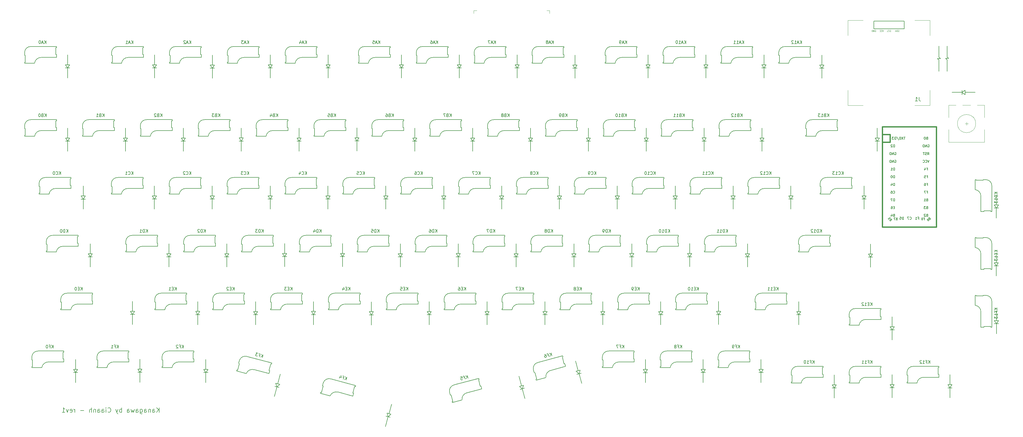
<source format=gbr>
%TF.GenerationSoftware,KiCad,Pcbnew,(5.1.10)-1*%
%TF.CreationDate,2022-01-11T00:39:54+01:00*%
%TF.ProjectId,middle,6d696464-6c65-42e6-9b69-6361645f7063,rev?*%
%TF.SameCoordinates,Original*%
%TF.FileFunction,Legend,Bot*%
%TF.FilePolarity,Positive*%
%FSLAX46Y46*%
G04 Gerber Fmt 4.6, Leading zero omitted, Abs format (unit mm)*
G04 Created by KiCad (PCBNEW (5.1.10)-1) date 2022-01-11 00:39:54*
%MOMM*%
%LPD*%
G01*
G04 APERTURE LIST*
%ADD10C,0.150000*%
%ADD11C,0.120000*%
%ADD12C,0.381000*%
%ADD13C,0.100000*%
G04 APERTURE END LIST*
D10*
X104818571Y-208560571D02*
X104818571Y-207060571D01*
X103961428Y-208560571D02*
X104604285Y-207703428D01*
X103961428Y-207060571D02*
X104818571Y-207917714D01*
X102675714Y-208560571D02*
X102675714Y-207774857D01*
X102747142Y-207632000D01*
X102890000Y-207560571D01*
X103175714Y-207560571D01*
X103318571Y-207632000D01*
X102675714Y-208489142D02*
X102818571Y-208560571D01*
X103175714Y-208560571D01*
X103318571Y-208489142D01*
X103390000Y-208346285D01*
X103390000Y-208203428D01*
X103318571Y-208060571D01*
X103175714Y-207989142D01*
X102818571Y-207989142D01*
X102675714Y-207917714D01*
X101961428Y-207560571D02*
X101961428Y-208560571D01*
X101961428Y-207703428D02*
X101890000Y-207632000D01*
X101747142Y-207560571D01*
X101532857Y-207560571D01*
X101390000Y-207632000D01*
X101318571Y-207774857D01*
X101318571Y-208560571D01*
X99961428Y-208560571D02*
X99961428Y-207774857D01*
X100032857Y-207632000D01*
X100175714Y-207560571D01*
X100461428Y-207560571D01*
X100604285Y-207632000D01*
X99961428Y-208489142D02*
X100104285Y-208560571D01*
X100461428Y-208560571D01*
X100604285Y-208489142D01*
X100675714Y-208346285D01*
X100675714Y-208203428D01*
X100604285Y-208060571D01*
X100461428Y-207989142D01*
X100104285Y-207989142D01*
X99961428Y-207917714D01*
X98604285Y-207560571D02*
X98604285Y-208774857D01*
X98675714Y-208917714D01*
X98747142Y-208989142D01*
X98890000Y-209060571D01*
X99104285Y-209060571D01*
X99247142Y-208989142D01*
X98604285Y-208489142D02*
X98747142Y-208560571D01*
X99032857Y-208560571D01*
X99175714Y-208489142D01*
X99247142Y-208417714D01*
X99318571Y-208274857D01*
X99318571Y-207846285D01*
X99247142Y-207703428D01*
X99175714Y-207632000D01*
X99032857Y-207560571D01*
X98747142Y-207560571D01*
X98604285Y-207632000D01*
X97247142Y-208560571D02*
X97247142Y-207774857D01*
X97318571Y-207632000D01*
X97461428Y-207560571D01*
X97747142Y-207560571D01*
X97890000Y-207632000D01*
X97247142Y-208489142D02*
X97390000Y-208560571D01*
X97747142Y-208560571D01*
X97890000Y-208489142D01*
X97961428Y-208346285D01*
X97961428Y-208203428D01*
X97890000Y-208060571D01*
X97747142Y-207989142D01*
X97390000Y-207989142D01*
X97247142Y-207917714D01*
X96675714Y-207560571D02*
X96390000Y-208560571D01*
X96104285Y-207846285D01*
X95818571Y-208560571D01*
X95532857Y-207560571D01*
X94318571Y-208560571D02*
X94318571Y-207774857D01*
X94390000Y-207632000D01*
X94532857Y-207560571D01*
X94818571Y-207560571D01*
X94961428Y-207632000D01*
X94318571Y-208489142D02*
X94461428Y-208560571D01*
X94818571Y-208560571D01*
X94961428Y-208489142D01*
X95032857Y-208346285D01*
X95032857Y-208203428D01*
X94961428Y-208060571D01*
X94818571Y-207989142D01*
X94461428Y-207989142D01*
X94318571Y-207917714D01*
X92461428Y-208560571D02*
X92461428Y-207060571D01*
X92461428Y-207632000D02*
X92318571Y-207560571D01*
X92032857Y-207560571D01*
X91890000Y-207632000D01*
X91818571Y-207703428D01*
X91747142Y-207846285D01*
X91747142Y-208274857D01*
X91818571Y-208417714D01*
X91890000Y-208489142D01*
X92032857Y-208560571D01*
X92318571Y-208560571D01*
X92461428Y-208489142D01*
X91247142Y-207560571D02*
X90890000Y-208560571D01*
X90532857Y-207560571D02*
X90890000Y-208560571D01*
X91032857Y-208917714D01*
X91104285Y-208989142D01*
X91247142Y-209060571D01*
X87961428Y-208417714D02*
X88032857Y-208489142D01*
X88247142Y-208560571D01*
X88390000Y-208560571D01*
X88604285Y-208489142D01*
X88747142Y-208346285D01*
X88818571Y-208203428D01*
X88890000Y-207917714D01*
X88890000Y-207703428D01*
X88818571Y-207417714D01*
X88747142Y-207274857D01*
X88604285Y-207132000D01*
X88390000Y-207060571D01*
X88247142Y-207060571D01*
X88032857Y-207132000D01*
X87961428Y-207203428D01*
X87318571Y-208560571D02*
X87318571Y-207560571D01*
X87318571Y-207060571D02*
X87390000Y-207132000D01*
X87318571Y-207203428D01*
X87247142Y-207132000D01*
X87318571Y-207060571D01*
X87318571Y-207203428D01*
X85961428Y-208560571D02*
X85961428Y-207774857D01*
X86032857Y-207632000D01*
X86175714Y-207560571D01*
X86461428Y-207560571D01*
X86604285Y-207632000D01*
X85961428Y-208489142D02*
X86104285Y-208560571D01*
X86461428Y-208560571D01*
X86604285Y-208489142D01*
X86675714Y-208346285D01*
X86675714Y-208203428D01*
X86604285Y-208060571D01*
X86461428Y-207989142D01*
X86104285Y-207989142D01*
X85961428Y-207917714D01*
X84604285Y-208560571D02*
X84604285Y-207774857D01*
X84675714Y-207632000D01*
X84818571Y-207560571D01*
X85104285Y-207560571D01*
X85247142Y-207632000D01*
X84604285Y-208489142D02*
X84747142Y-208560571D01*
X85104285Y-208560571D01*
X85247142Y-208489142D01*
X85318571Y-208346285D01*
X85318571Y-208203428D01*
X85247142Y-208060571D01*
X85104285Y-207989142D01*
X84747142Y-207989142D01*
X84604285Y-207917714D01*
X83890000Y-207560571D02*
X83890000Y-208560571D01*
X83890000Y-207703428D02*
X83818571Y-207632000D01*
X83675714Y-207560571D01*
X83461428Y-207560571D01*
X83318571Y-207632000D01*
X83247142Y-207774857D01*
X83247142Y-208560571D01*
X82532857Y-208560571D02*
X82532857Y-207060571D01*
X81890000Y-208560571D02*
X81890000Y-207774857D01*
X81961428Y-207632000D01*
X82104285Y-207560571D01*
X82318571Y-207560571D01*
X82461428Y-207632000D01*
X82532857Y-207703428D01*
X80032857Y-207989142D02*
X78890000Y-207989142D01*
X77032857Y-208560571D02*
X77032857Y-207560571D01*
X77032857Y-207846285D02*
X76961428Y-207703428D01*
X76890000Y-207632000D01*
X76747142Y-207560571D01*
X76604285Y-207560571D01*
X75532857Y-208489142D02*
X75675714Y-208560571D01*
X75961428Y-208560571D01*
X76104285Y-208489142D01*
X76175714Y-208346285D01*
X76175714Y-207774857D01*
X76104285Y-207632000D01*
X75961428Y-207560571D01*
X75675714Y-207560571D01*
X75532857Y-207632000D01*
X75461428Y-207774857D01*
X75461428Y-207917714D01*
X76175714Y-208060571D01*
X74961428Y-207560571D02*
X74604285Y-208560571D01*
X74247142Y-207560571D01*
X72890000Y-208560571D02*
X73747142Y-208560571D01*
X73318571Y-208560571D02*
X73318571Y-207060571D01*
X73461428Y-207274857D01*
X73604285Y-207417714D01*
X73747142Y-207489142D01*
%TO.C,KE0*%
X72651250Y-172213999D02*
X72651250Y-174453999D01*
X82921250Y-169313999D02*
X74521249Y-169313999D01*
X82921250Y-169663999D02*
X82921250Y-169313999D01*
X82921250Y-172913999D02*
X82921250Y-171913999D01*
X82701250Y-171913999D02*
X82701250Y-169663999D01*
X72421250Y-174813999D02*
X72421250Y-174453999D01*
X72621250Y-174453999D02*
X72421250Y-174453999D01*
X72421250Y-174813999D02*
X75701250Y-174813999D01*
X82921250Y-171913999D02*
X82721250Y-171913999D01*
X72421250Y-171213999D02*
X72421250Y-172213999D01*
X82721250Y-169663999D02*
X82921250Y-169663999D01*
X72421250Y-172213999D02*
X72621250Y-172213999D01*
X77921250Y-172913999D02*
X82921250Y-172913999D01*
X75704932Y-174792528D02*
G75*
G02*
X77921250Y-172913999I2151318J-291471D01*
G01*
X72421250Y-171214000D02*
G75*
G02*
X74521249Y-169313999I2000000J-99999D01*
G01*
%TO.C,KD12*%
X315538749Y-153163999D02*
X315538749Y-155403999D01*
X325808749Y-150263999D02*
X317408748Y-150263999D01*
X325808749Y-150613999D02*
X325808749Y-150263999D01*
X325808749Y-153863999D02*
X325808749Y-152863999D01*
X325588749Y-152863999D02*
X325588749Y-150613999D01*
X315308749Y-155763999D02*
X315308749Y-155403999D01*
X315508749Y-155403999D02*
X315308749Y-155403999D01*
X315308749Y-155763999D02*
X318588749Y-155763999D01*
X325808749Y-152863999D02*
X325608749Y-152863999D01*
X315308749Y-152163999D02*
X315308749Y-153163999D01*
X325608749Y-150613999D02*
X325808749Y-150613999D01*
X315308749Y-153163999D02*
X315508749Y-153163999D01*
X320808749Y-153863999D02*
X325808749Y-153863999D01*
X318592431Y-155742528D02*
G75*
G02*
X320808749Y-153863999I2151318J-291471D01*
G01*
X315308749Y-152164000D02*
G75*
G02*
X317408748Y-150263999I2000000J-99999D01*
G01*
%TO.C,KB13*%
X323189999Y-115763999D02*
X328189999Y-115763999D01*
X317689999Y-115063999D02*
X317889999Y-115063999D01*
X327989999Y-112513999D02*
X328189999Y-112513999D01*
X317689999Y-114063999D02*
X317689999Y-115063999D01*
X328189999Y-114763999D02*
X327989999Y-114763999D01*
X317689999Y-117663999D02*
X320969999Y-117663999D01*
X317889999Y-117303999D02*
X317689999Y-117303999D01*
X317689999Y-117663999D02*
X317689999Y-117303999D01*
X327969999Y-114763999D02*
X327969999Y-112513999D01*
X328189999Y-115763999D02*
X328189999Y-114763999D01*
X328189999Y-112513999D02*
X328189999Y-112163999D01*
X328189999Y-112163999D02*
X319789998Y-112163999D01*
X317919999Y-115063999D02*
X317919999Y-117303999D01*
X320973681Y-117642528D02*
G75*
G02*
X323189999Y-115763999I2151318J-291471D01*
G01*
X317689999Y-114064000D02*
G75*
G02*
X319789998Y-112163999I2000000J-99999D01*
G01*
%TO.C,KF4*%
X163723380Y-201908701D02*
X168553010Y-203202796D01*
X158591962Y-199809048D02*
X158785147Y-199860812D01*
X169200986Y-200011774D02*
X169394171Y-200063537D01*
X158850781Y-198843123D02*
X158591962Y-199809048D01*
X168811829Y-202236871D02*
X168618643Y-202185107D01*
X157919032Y-202320456D02*
X161087269Y-203169382D01*
X158205392Y-202024486D02*
X158012207Y-201972722D01*
X157919032Y-202320456D02*
X158012207Y-201972722D01*
X168599325Y-202179930D02*
X169181668Y-200006597D01*
X168553010Y-203202796D02*
X168811829Y-202236871D01*
X169394171Y-200063537D02*
X169484758Y-199725463D01*
X169484758Y-199725463D02*
X161370980Y-197551383D01*
X158814125Y-199868577D02*
X158234370Y-202032251D01*
X161096382Y-203149596D02*
G75*
G02*
X163723380Y-201908701I2002576J-838341D01*
G01*
X158850780Y-198843123D02*
G75*
G02*
X161370980Y-197551383I1905970J-614230D01*
G01*
%TO.C,KF5*%
X206171378Y-202115757D02*
X211001007Y-200821662D01*
X200677613Y-202863113D02*
X200870798Y-202811350D01*
X209966660Y-197734166D02*
X210159845Y-197682403D01*
X200418794Y-201897188D02*
X200677613Y-202863113D01*
X210742188Y-199855736D02*
X210549003Y-199907500D01*
X201350542Y-205374521D02*
X204518779Y-204525594D01*
X201450552Y-204975024D02*
X201257367Y-205026787D01*
X201350542Y-205374521D02*
X201257367Y-205026787D01*
X210529684Y-199912676D02*
X209947341Y-197739343D01*
X211001007Y-200821662D02*
X210742188Y-199855736D01*
X210159845Y-197682403D02*
X210069258Y-197344329D01*
X210069258Y-197344329D02*
X201955481Y-199518409D01*
X200899775Y-202803585D02*
X201479530Y-204967259D01*
X204516778Y-204503902D02*
G75*
G02*
X206171378Y-202115757I2153452J275263D01*
G01*
X200418794Y-201897188D02*
G75*
G02*
X201955481Y-199518409I1957733J421046D01*
G01*
%TO.C,KC0*%
X65507500Y-134113999D02*
X65507500Y-136353999D01*
X75777500Y-131213999D02*
X67377499Y-131213999D01*
X75777500Y-131563999D02*
X75777500Y-131213999D01*
X75777500Y-134813999D02*
X75777500Y-133813999D01*
X75557500Y-133813999D02*
X75557500Y-131563999D01*
X65277500Y-136713999D02*
X65277500Y-136353999D01*
X65477500Y-136353999D02*
X65277500Y-136353999D01*
X65277500Y-136713999D02*
X68557500Y-136713999D01*
X75777500Y-133813999D02*
X75577500Y-133813999D01*
X65277500Y-133113999D02*
X65277500Y-134113999D01*
X75577500Y-131563999D02*
X75777500Y-131563999D01*
X65277500Y-134113999D02*
X65477500Y-134113999D01*
X70777500Y-134813999D02*
X75777500Y-134813999D01*
X68561182Y-136692528D02*
G75*
G02*
X70777500Y-134813999I2151318J-291471D01*
G01*
X65277500Y-133114000D02*
G75*
G02*
X67377499Y-131213999I2000000J-99999D01*
G01*
%TO.C,KC13*%
X322682499Y-134113999D02*
X322682499Y-136353999D01*
X332952499Y-131213999D02*
X324552498Y-131213999D01*
X332952499Y-131563999D02*
X332952499Y-131213999D01*
X332952499Y-134813999D02*
X332952499Y-133813999D01*
X332732499Y-133813999D02*
X332732499Y-131563999D01*
X322452499Y-136713999D02*
X322452499Y-136353999D01*
X322652499Y-136353999D02*
X322452499Y-136353999D01*
X322452499Y-136713999D02*
X325732499Y-136713999D01*
X332952499Y-133813999D02*
X332752499Y-133813999D01*
X322452499Y-133113999D02*
X322452499Y-134113999D01*
X332752499Y-131563999D02*
X332952499Y-131563999D01*
X322452499Y-134113999D02*
X322652499Y-134113999D01*
X327952499Y-134813999D02*
X332952499Y-134813999D01*
X325736181Y-136692528D02*
G75*
G02*
X327952499Y-134813999I2151318J-291471D01*
G01*
X322452499Y-133114000D02*
G75*
G02*
X324552498Y-131213999I2000000J-99999D01*
G01*
%TO.C,KD0*%
X73158750Y-153863999D02*
X78158750Y-153863999D01*
X67658750Y-153163999D02*
X67858750Y-153163999D01*
X77958750Y-150613999D02*
X78158750Y-150613999D01*
X67658750Y-152163999D02*
X67658750Y-153163999D01*
X78158750Y-152863999D02*
X77958750Y-152863999D01*
X67658750Y-155763999D02*
X70938750Y-155763999D01*
X67858750Y-155403999D02*
X67658750Y-155403999D01*
X67658750Y-155763999D02*
X67658750Y-155403999D01*
X77938750Y-152863999D02*
X77938750Y-150613999D01*
X78158750Y-153863999D02*
X78158750Y-152863999D01*
X78158750Y-150613999D02*
X78158750Y-150263999D01*
X78158750Y-150263999D02*
X69758749Y-150263999D01*
X67888750Y-153163999D02*
X67888750Y-155403999D01*
X70942432Y-155742528D02*
G75*
G02*
X73158750Y-153863999I2151318J-291471D01*
G01*
X67658750Y-152164000D02*
G75*
G02*
X69758749Y-150263999I2000000J-99999D01*
G01*
%TO.C,KE11*%
X306521249Y-172914000D02*
X311521249Y-172914000D01*
X301021249Y-172214000D02*
X301221249Y-172214000D01*
X311321249Y-169664000D02*
X311521249Y-169664000D01*
X301021249Y-171214000D02*
X301021249Y-172214000D01*
X311521249Y-171914000D02*
X311321249Y-171914000D01*
X301021249Y-174814000D02*
X304301249Y-174814000D01*
X301221249Y-174454000D02*
X301021249Y-174454000D01*
X301021249Y-174814000D02*
X301021249Y-174454000D01*
X311301249Y-171914000D02*
X311301249Y-169664000D01*
X311521249Y-172914000D02*
X311521249Y-171914000D01*
X311521249Y-169664000D02*
X311521249Y-169314000D01*
X311521249Y-169314000D02*
X303121248Y-169314000D01*
X301251249Y-172214000D02*
X301251249Y-174454000D01*
X304304931Y-174792529D02*
G75*
G02*
X306521249Y-172914000I2151318J-291471D01*
G01*
X301021249Y-171214001D02*
G75*
G02*
X303121248Y-169314000I2000000J-99999D01*
G01*
%TO.C,KF0*%
X68396250Y-191964000D02*
X73396250Y-191964000D01*
X62896250Y-191264000D02*
X63096250Y-191264000D01*
X73196250Y-188714000D02*
X73396250Y-188714000D01*
X62896250Y-190264000D02*
X62896250Y-191264000D01*
X73396250Y-190964000D02*
X73196250Y-190964000D01*
X62896250Y-193864000D02*
X66176250Y-193864000D01*
X63096250Y-193504000D02*
X62896250Y-193504000D01*
X62896250Y-193864000D02*
X62896250Y-193504000D01*
X73176250Y-190964000D02*
X73176250Y-188714000D01*
X73396250Y-191964000D02*
X73396250Y-190964000D01*
X73396250Y-188714000D02*
X73396250Y-188364000D01*
X73396250Y-188364000D02*
X64996249Y-188364000D01*
X63126250Y-191264000D02*
X63126250Y-193504000D01*
X66179932Y-193842529D02*
G75*
G02*
X68396250Y-191964000I2151318J-291471D01*
G01*
X62896250Y-190264001D02*
G75*
G02*
X64996249Y-188364000I2000000J-99999D01*
G01*
%TO.C,KF2*%
X111258749Y-191964000D02*
X116258749Y-191964000D01*
X105758749Y-191264000D02*
X105958749Y-191264000D01*
X116058749Y-188714000D02*
X116258749Y-188714000D01*
X105758749Y-190264000D02*
X105758749Y-191264000D01*
X116258749Y-190964000D02*
X116058749Y-190964000D01*
X105758749Y-193864000D02*
X109038749Y-193864000D01*
X105958749Y-193504000D02*
X105758749Y-193504000D01*
X105758749Y-193864000D02*
X105758749Y-193504000D01*
X116038749Y-190964000D02*
X116038749Y-188714000D01*
X116258749Y-191964000D02*
X116258749Y-190964000D01*
X116258749Y-188714000D02*
X116258749Y-188364000D01*
X116258749Y-188364000D02*
X107858748Y-188364000D01*
X105988749Y-191264000D02*
X105988749Y-193504000D01*
X109042431Y-193842529D02*
G75*
G02*
X111258749Y-191964000I2151318J-291471D01*
G01*
X105758749Y-190264001D02*
G75*
G02*
X107858748Y-188364000I2000000J-99999D01*
G01*
%TO.C,KA11*%
X295264999Y-91663999D02*
X300264999Y-91663999D01*
X289764999Y-90963999D02*
X289964999Y-90963999D01*
X300064999Y-88413999D02*
X300264999Y-88413999D01*
X289764999Y-89963999D02*
X289764999Y-90963999D01*
X300264999Y-90663999D02*
X300064999Y-90663999D01*
X289764999Y-93563999D02*
X293044999Y-93563999D01*
X289964999Y-93203999D02*
X289764999Y-93203999D01*
X289764999Y-93563999D02*
X289764999Y-93203999D01*
X300044999Y-90663999D02*
X300044999Y-88413999D01*
X300264999Y-91663999D02*
X300264999Y-90663999D01*
X300264999Y-88413999D02*
X300264999Y-88063999D01*
X300264999Y-88063999D02*
X291864998Y-88063999D01*
X289994999Y-90963999D02*
X289994999Y-93203999D01*
X293048681Y-93542528D02*
G75*
G02*
X295264999Y-91663999I2151318J-291471D01*
G01*
X289764999Y-89964000D02*
G75*
G02*
X291864998Y-88063999I2000000J-99999D01*
G01*
%TO.C,KA0*%
X66015000Y-91663999D02*
X71015000Y-91663999D01*
X60515000Y-90963999D02*
X60715000Y-90963999D01*
X70815000Y-88413999D02*
X71015000Y-88413999D01*
X60515000Y-89963999D02*
X60515000Y-90963999D01*
X71015000Y-90663999D02*
X70815000Y-90663999D01*
X60515000Y-93563999D02*
X63795000Y-93563999D01*
X60715000Y-93203999D02*
X60515000Y-93203999D01*
X60515000Y-93563999D02*
X60515000Y-93203999D01*
X70795000Y-90663999D02*
X70795000Y-88413999D01*
X71015000Y-91663999D02*
X71015000Y-90663999D01*
X71015000Y-88413999D02*
X71015000Y-88063999D01*
X71015000Y-88063999D02*
X62614999Y-88063999D01*
X60745000Y-90963999D02*
X60745000Y-93203999D01*
X63798682Y-93542528D02*
G75*
G02*
X66015000Y-91663999I2151318J-291471D01*
G01*
X60515000Y-89964000D02*
G75*
G02*
X62614999Y-88063999I2000000J-99999D01*
G01*
%TO.C,KA1*%
X94665000Y-91663999D02*
X99665000Y-91663999D01*
X89165000Y-90963999D02*
X89365000Y-90963999D01*
X99465000Y-88413999D02*
X99665000Y-88413999D01*
X89165000Y-89963999D02*
X89165000Y-90963999D01*
X99665000Y-90663999D02*
X99465000Y-90663999D01*
X89165000Y-93563999D02*
X92445000Y-93563999D01*
X89365000Y-93203999D02*
X89165000Y-93203999D01*
X89165000Y-93563999D02*
X89165000Y-93203999D01*
X99445000Y-90663999D02*
X99445000Y-88413999D01*
X99665000Y-91663999D02*
X99665000Y-90663999D01*
X99665000Y-88413999D02*
X99665000Y-88063999D01*
X99665000Y-88063999D02*
X91264999Y-88063999D01*
X89395000Y-90963999D02*
X89395000Y-93203999D01*
X92448682Y-93542528D02*
G75*
G02*
X94665000Y-91663999I2151318J-291471D01*
G01*
X89165000Y-89964000D02*
G75*
G02*
X91264999Y-88063999I2000000J-99999D01*
G01*
%TO.C,KA2*%
X113714999Y-91663999D02*
X118714999Y-91663999D01*
X108214999Y-90963999D02*
X108414999Y-90963999D01*
X118514999Y-88413999D02*
X118714999Y-88413999D01*
X108214999Y-89963999D02*
X108214999Y-90963999D01*
X118714999Y-90663999D02*
X118514999Y-90663999D01*
X108214999Y-93563999D02*
X111494999Y-93563999D01*
X108414999Y-93203999D02*
X108214999Y-93203999D01*
X108214999Y-93563999D02*
X108214999Y-93203999D01*
X118494999Y-90663999D02*
X118494999Y-88413999D01*
X118714999Y-91663999D02*
X118714999Y-90663999D01*
X118714999Y-88413999D02*
X118714999Y-88063999D01*
X118714999Y-88063999D02*
X110314998Y-88063999D01*
X108444999Y-90963999D02*
X108444999Y-93203999D01*
X111498681Y-93542528D02*
G75*
G02*
X113714999Y-91663999I2151318J-291471D01*
G01*
X108214999Y-89964000D02*
G75*
G02*
X110314998Y-88063999I2000000J-99999D01*
G01*
%TO.C,KA3*%
X132765000Y-91663999D02*
X137765000Y-91663999D01*
X127265000Y-90963999D02*
X127465000Y-90963999D01*
X137565000Y-88413999D02*
X137765000Y-88413999D01*
X127265000Y-89963999D02*
X127265000Y-90963999D01*
X137765000Y-90663999D02*
X137565000Y-90663999D01*
X127265000Y-93563999D02*
X130545000Y-93563999D01*
X127465000Y-93203999D02*
X127265000Y-93203999D01*
X127265000Y-93563999D02*
X127265000Y-93203999D01*
X137545000Y-90663999D02*
X137545000Y-88413999D01*
X137765000Y-91663999D02*
X137765000Y-90663999D01*
X137765000Y-88413999D02*
X137765000Y-88063999D01*
X137765000Y-88063999D02*
X129364999Y-88063999D01*
X127495000Y-90963999D02*
X127495000Y-93203999D01*
X130548682Y-93542528D02*
G75*
G02*
X132765000Y-91663999I2151318J-291471D01*
G01*
X127265000Y-89964000D02*
G75*
G02*
X129364999Y-88063999I2000000J-99999D01*
G01*
%TO.C,KA4*%
X151815000Y-91663999D02*
X156815000Y-91663999D01*
X146315000Y-90963999D02*
X146515000Y-90963999D01*
X156615000Y-88413999D02*
X156815000Y-88413999D01*
X146315000Y-89963999D02*
X146315000Y-90963999D01*
X156815000Y-90663999D02*
X156615000Y-90663999D01*
X146315000Y-93563999D02*
X149595000Y-93563999D01*
X146515000Y-93203999D02*
X146315000Y-93203999D01*
X146315000Y-93563999D02*
X146315000Y-93203999D01*
X156595000Y-90663999D02*
X156595000Y-88413999D01*
X156815000Y-91663999D02*
X156815000Y-90663999D01*
X156815000Y-88413999D02*
X156815000Y-88063999D01*
X156815000Y-88063999D02*
X148414999Y-88063999D01*
X146545000Y-90963999D02*
X146545000Y-93203999D01*
X149598682Y-93542528D02*
G75*
G02*
X151815000Y-91663999I2151318J-291471D01*
G01*
X146315000Y-89964000D02*
G75*
G02*
X148414999Y-88063999I2000000J-99999D01*
G01*
%TO.C,KA5*%
X175915000Y-91663999D02*
X180915000Y-91663999D01*
X170415000Y-90963999D02*
X170615000Y-90963999D01*
X180715000Y-88413999D02*
X180915000Y-88413999D01*
X170415000Y-89963999D02*
X170415000Y-90963999D01*
X180915000Y-90663999D02*
X180715000Y-90663999D01*
X170415000Y-93563999D02*
X173695000Y-93563999D01*
X170615000Y-93203999D02*
X170415000Y-93203999D01*
X170415000Y-93563999D02*
X170415000Y-93203999D01*
X180695000Y-90663999D02*
X180695000Y-88413999D01*
X180915000Y-91663999D02*
X180915000Y-90663999D01*
X180915000Y-88413999D02*
X180915000Y-88063999D01*
X180915000Y-88063999D02*
X172514999Y-88063999D01*
X170645000Y-90963999D02*
X170645000Y-93203999D01*
X173698682Y-93542528D02*
G75*
G02*
X175915000Y-91663999I2151318J-291471D01*
G01*
X170415000Y-89964000D02*
G75*
G02*
X172514999Y-88063999I2000000J-99999D01*
G01*
%TO.C,KA6*%
X194965000Y-91663999D02*
X199965000Y-91663999D01*
X189465000Y-90963999D02*
X189665000Y-90963999D01*
X199765000Y-88413999D02*
X199965000Y-88413999D01*
X189465000Y-89963999D02*
X189465000Y-90963999D01*
X199965000Y-90663999D02*
X199765000Y-90663999D01*
X189465000Y-93563999D02*
X192745000Y-93563999D01*
X189665000Y-93203999D02*
X189465000Y-93203999D01*
X189465000Y-93563999D02*
X189465000Y-93203999D01*
X199745000Y-90663999D02*
X199745000Y-88413999D01*
X199965000Y-91663999D02*
X199965000Y-90663999D01*
X199965000Y-88413999D02*
X199965000Y-88063999D01*
X199965000Y-88063999D02*
X191564999Y-88063999D01*
X189695000Y-90963999D02*
X189695000Y-93203999D01*
X192748682Y-93542528D02*
G75*
G02*
X194965000Y-91663999I2151318J-291471D01*
G01*
X189465000Y-89964000D02*
G75*
G02*
X191564999Y-88063999I2000000J-99999D01*
G01*
%TO.C,KA7*%
X214015000Y-91663999D02*
X219015000Y-91663999D01*
X208515000Y-90963999D02*
X208715000Y-90963999D01*
X218815000Y-88413999D02*
X219015000Y-88413999D01*
X208515000Y-89963999D02*
X208515000Y-90963999D01*
X219015000Y-90663999D02*
X218815000Y-90663999D01*
X208515000Y-93563999D02*
X211795000Y-93563999D01*
X208715000Y-93203999D02*
X208515000Y-93203999D01*
X208515000Y-93563999D02*
X208515000Y-93203999D01*
X218795000Y-90663999D02*
X218795000Y-88413999D01*
X219015000Y-91663999D02*
X219015000Y-90663999D01*
X219015000Y-88413999D02*
X219015000Y-88063999D01*
X219015000Y-88063999D02*
X210614999Y-88063999D01*
X208745000Y-90963999D02*
X208745000Y-93203999D01*
X211798682Y-93542528D02*
G75*
G02*
X214015000Y-91663999I2151318J-291471D01*
G01*
X208515000Y-89964000D02*
G75*
G02*
X210614999Y-88063999I2000000J-99999D01*
G01*
%TO.C,KA8*%
X233064999Y-91663999D02*
X238064999Y-91663999D01*
X227564999Y-90963999D02*
X227764999Y-90963999D01*
X237864999Y-88413999D02*
X238064999Y-88413999D01*
X227564999Y-89963999D02*
X227564999Y-90963999D01*
X238064999Y-90663999D02*
X237864999Y-90663999D01*
X227564999Y-93563999D02*
X230844999Y-93563999D01*
X227764999Y-93203999D02*
X227564999Y-93203999D01*
X227564999Y-93563999D02*
X227564999Y-93203999D01*
X237844999Y-90663999D02*
X237844999Y-88413999D01*
X238064999Y-91663999D02*
X238064999Y-90663999D01*
X238064999Y-88413999D02*
X238064999Y-88063999D01*
X238064999Y-88063999D02*
X229664998Y-88063999D01*
X227794999Y-90963999D02*
X227794999Y-93203999D01*
X230848681Y-93542528D02*
G75*
G02*
X233064999Y-91663999I2151318J-291471D01*
G01*
X227564999Y-89964000D02*
G75*
G02*
X229664998Y-88063999I2000000J-99999D01*
G01*
%TO.C,KA9*%
X257164999Y-91663999D02*
X262164999Y-91663999D01*
X251664999Y-90963999D02*
X251864999Y-90963999D01*
X261964999Y-88413999D02*
X262164999Y-88413999D01*
X251664999Y-89963999D02*
X251664999Y-90963999D01*
X262164999Y-90663999D02*
X261964999Y-90663999D01*
X251664999Y-93563999D02*
X254944999Y-93563999D01*
X251864999Y-93203999D02*
X251664999Y-93203999D01*
X251664999Y-93563999D02*
X251664999Y-93203999D01*
X261944999Y-90663999D02*
X261944999Y-88413999D01*
X262164999Y-91663999D02*
X262164999Y-90663999D01*
X262164999Y-88413999D02*
X262164999Y-88063999D01*
X262164999Y-88063999D02*
X253764998Y-88063999D01*
X251894999Y-90963999D02*
X251894999Y-93203999D01*
X254948681Y-93542528D02*
G75*
G02*
X257164999Y-91663999I2151318J-291471D01*
G01*
X251664999Y-89964000D02*
G75*
G02*
X253764998Y-88063999I2000000J-99999D01*
G01*
%TO.C,KA10*%
X276214999Y-91663999D02*
X281214999Y-91663999D01*
X270714999Y-90963999D02*
X270914999Y-90963999D01*
X281014999Y-88413999D02*
X281214999Y-88413999D01*
X270714999Y-89963999D02*
X270714999Y-90963999D01*
X281214999Y-90663999D02*
X281014999Y-90663999D01*
X270714999Y-93563999D02*
X273994999Y-93563999D01*
X270914999Y-93203999D02*
X270714999Y-93203999D01*
X270714999Y-93563999D02*
X270714999Y-93203999D01*
X280994999Y-90663999D02*
X280994999Y-88413999D01*
X281214999Y-91663999D02*
X281214999Y-90663999D01*
X281214999Y-88413999D02*
X281214999Y-88063999D01*
X281214999Y-88063999D02*
X272814998Y-88063999D01*
X270944999Y-90963999D02*
X270944999Y-93203999D01*
X273998681Y-93542528D02*
G75*
G02*
X276214999Y-91663999I2151318J-291471D01*
G01*
X270714999Y-89964000D02*
G75*
G02*
X272814998Y-88063999I2000000J-99999D01*
G01*
%TO.C,KA12*%
X314314999Y-91663999D02*
X319314999Y-91663999D01*
X308814999Y-90963999D02*
X309014999Y-90963999D01*
X319114999Y-88413999D02*
X319314999Y-88413999D01*
X308814999Y-89963999D02*
X308814999Y-90963999D01*
X319314999Y-90663999D02*
X319114999Y-90663999D01*
X308814999Y-93563999D02*
X312094999Y-93563999D01*
X309014999Y-93203999D02*
X308814999Y-93203999D01*
X308814999Y-93563999D02*
X308814999Y-93203999D01*
X319094999Y-90663999D02*
X319094999Y-88413999D01*
X319314999Y-91663999D02*
X319314999Y-90663999D01*
X319314999Y-88413999D02*
X319314999Y-88063999D01*
X319314999Y-88063999D02*
X310914998Y-88063999D01*
X309044999Y-90963999D02*
X309044999Y-93203999D01*
X312098681Y-93542528D02*
G75*
G02*
X314314999Y-91663999I2151318J-291471D01*
G01*
X308814999Y-89964000D02*
G75*
G02*
X310914998Y-88063999I2000000J-99999D01*
G01*
%TO.C,KB0*%
X66015000Y-115763999D02*
X71015000Y-115763999D01*
X60515000Y-115063999D02*
X60715000Y-115063999D01*
X70815000Y-112513999D02*
X71015000Y-112513999D01*
X60515000Y-114063999D02*
X60515000Y-115063999D01*
X71015000Y-114763999D02*
X70815000Y-114763999D01*
X60515000Y-117663999D02*
X63795000Y-117663999D01*
X60715000Y-117303999D02*
X60515000Y-117303999D01*
X60515000Y-117663999D02*
X60515000Y-117303999D01*
X70795000Y-114763999D02*
X70795000Y-112513999D01*
X71015000Y-115763999D02*
X71015000Y-114763999D01*
X71015000Y-112513999D02*
X71015000Y-112163999D01*
X71015000Y-112163999D02*
X62614999Y-112163999D01*
X60745000Y-115063999D02*
X60745000Y-117303999D01*
X63798682Y-117642528D02*
G75*
G02*
X66015000Y-115763999I2151318J-291471D01*
G01*
X60515000Y-114064000D02*
G75*
G02*
X62614999Y-112163999I2000000J-99999D01*
G01*
%TO.C,KB1*%
X85064999Y-115763999D02*
X90064999Y-115763999D01*
X79564999Y-115063999D02*
X79764999Y-115063999D01*
X89864999Y-112513999D02*
X90064999Y-112513999D01*
X79564999Y-114063999D02*
X79564999Y-115063999D01*
X90064999Y-114763999D02*
X89864999Y-114763999D01*
X79564999Y-117663999D02*
X82844999Y-117663999D01*
X79764999Y-117303999D02*
X79564999Y-117303999D01*
X79564999Y-117663999D02*
X79564999Y-117303999D01*
X89844999Y-114763999D02*
X89844999Y-112513999D01*
X90064999Y-115763999D02*
X90064999Y-114763999D01*
X90064999Y-112513999D02*
X90064999Y-112163999D01*
X90064999Y-112163999D02*
X81664998Y-112163999D01*
X79794999Y-115063999D02*
X79794999Y-117303999D01*
X82848681Y-117642528D02*
G75*
G02*
X85064999Y-115763999I2151318J-291471D01*
G01*
X79564999Y-114064000D02*
G75*
G02*
X81664998Y-112163999I2000000J-99999D01*
G01*
%TO.C,KB2*%
X104114999Y-115763999D02*
X109114999Y-115763999D01*
X98614999Y-115063999D02*
X98814999Y-115063999D01*
X108914999Y-112513999D02*
X109114999Y-112513999D01*
X98614999Y-114063999D02*
X98614999Y-115063999D01*
X109114999Y-114763999D02*
X108914999Y-114763999D01*
X98614999Y-117663999D02*
X101894999Y-117663999D01*
X98814999Y-117303999D02*
X98614999Y-117303999D01*
X98614999Y-117663999D02*
X98614999Y-117303999D01*
X108894999Y-114763999D02*
X108894999Y-112513999D01*
X109114999Y-115763999D02*
X109114999Y-114763999D01*
X109114999Y-112513999D02*
X109114999Y-112163999D01*
X109114999Y-112163999D02*
X100714998Y-112163999D01*
X98844999Y-115063999D02*
X98844999Y-117303999D01*
X101898681Y-117642528D02*
G75*
G02*
X104114999Y-115763999I2151318J-291471D01*
G01*
X98614999Y-114064000D02*
G75*
G02*
X100714998Y-112163999I2000000J-99999D01*
G01*
%TO.C,KB3*%
X123165000Y-115763999D02*
X128165000Y-115763999D01*
X117665000Y-115063999D02*
X117865000Y-115063999D01*
X127965000Y-112513999D02*
X128165000Y-112513999D01*
X117665000Y-114063999D02*
X117665000Y-115063999D01*
X128165000Y-114763999D02*
X127965000Y-114763999D01*
X117665000Y-117663999D02*
X120945000Y-117663999D01*
X117865000Y-117303999D02*
X117665000Y-117303999D01*
X117665000Y-117663999D02*
X117665000Y-117303999D01*
X127945000Y-114763999D02*
X127945000Y-112513999D01*
X128165000Y-115763999D02*
X128165000Y-114763999D01*
X128165000Y-112513999D02*
X128165000Y-112163999D01*
X128165000Y-112163999D02*
X119764999Y-112163999D01*
X117895000Y-115063999D02*
X117895000Y-117303999D01*
X120948682Y-117642528D02*
G75*
G02*
X123165000Y-115763999I2151318J-291471D01*
G01*
X117665000Y-114064000D02*
G75*
G02*
X119764999Y-112163999I2000000J-99999D01*
G01*
%TO.C,KB4*%
X142215000Y-115763999D02*
X147215000Y-115763999D01*
X136715000Y-115063999D02*
X136915000Y-115063999D01*
X147015000Y-112513999D02*
X147215000Y-112513999D01*
X136715000Y-114063999D02*
X136715000Y-115063999D01*
X147215000Y-114763999D02*
X147015000Y-114763999D01*
X136715000Y-117663999D02*
X139995000Y-117663999D01*
X136915000Y-117303999D02*
X136715000Y-117303999D01*
X136715000Y-117663999D02*
X136715000Y-117303999D01*
X146995000Y-114763999D02*
X146995000Y-112513999D01*
X147215000Y-115763999D02*
X147215000Y-114763999D01*
X147215000Y-112513999D02*
X147215000Y-112163999D01*
X147215000Y-112163999D02*
X138814999Y-112163999D01*
X136945000Y-115063999D02*
X136945000Y-117303999D01*
X139998682Y-117642528D02*
G75*
G02*
X142215000Y-115763999I2151318J-291471D01*
G01*
X136715000Y-114064000D02*
G75*
G02*
X138814999Y-112163999I2000000J-99999D01*
G01*
%TO.C,KB5*%
X161265000Y-115763999D02*
X166265000Y-115763999D01*
X155765000Y-115063999D02*
X155965000Y-115063999D01*
X166065000Y-112513999D02*
X166265000Y-112513999D01*
X155765000Y-114063999D02*
X155765000Y-115063999D01*
X166265000Y-114763999D02*
X166065000Y-114763999D01*
X155765000Y-117663999D02*
X159045000Y-117663999D01*
X155965000Y-117303999D02*
X155765000Y-117303999D01*
X155765000Y-117663999D02*
X155765000Y-117303999D01*
X166045000Y-114763999D02*
X166045000Y-112513999D01*
X166265000Y-115763999D02*
X166265000Y-114763999D01*
X166265000Y-112513999D02*
X166265000Y-112163999D01*
X166265000Y-112163999D02*
X157864999Y-112163999D01*
X155995000Y-115063999D02*
X155995000Y-117303999D01*
X159048682Y-117642528D02*
G75*
G02*
X161265000Y-115763999I2151318J-291471D01*
G01*
X155765000Y-114064000D02*
G75*
G02*
X157864999Y-112163999I2000000J-99999D01*
G01*
%TO.C,KB6*%
X180315000Y-115763999D02*
X185315000Y-115763999D01*
X174815000Y-115063999D02*
X175015000Y-115063999D01*
X185115000Y-112513999D02*
X185315000Y-112513999D01*
X174815000Y-114063999D02*
X174815000Y-115063999D01*
X185315000Y-114763999D02*
X185115000Y-114763999D01*
X174815000Y-117663999D02*
X178095000Y-117663999D01*
X175015000Y-117303999D02*
X174815000Y-117303999D01*
X174815000Y-117663999D02*
X174815000Y-117303999D01*
X185095000Y-114763999D02*
X185095000Y-112513999D01*
X185315000Y-115763999D02*
X185315000Y-114763999D01*
X185315000Y-112513999D02*
X185315000Y-112163999D01*
X185315000Y-112163999D02*
X176914999Y-112163999D01*
X175045000Y-115063999D02*
X175045000Y-117303999D01*
X178098682Y-117642528D02*
G75*
G02*
X180315000Y-115763999I2151318J-291471D01*
G01*
X174815000Y-114064000D02*
G75*
G02*
X176914999Y-112163999I2000000J-99999D01*
G01*
%TO.C,KB7*%
X199365000Y-115763999D02*
X204365000Y-115763999D01*
X193865000Y-115063999D02*
X194065000Y-115063999D01*
X204165000Y-112513999D02*
X204365000Y-112513999D01*
X193865000Y-114063999D02*
X193865000Y-115063999D01*
X204365000Y-114763999D02*
X204165000Y-114763999D01*
X193865000Y-117663999D02*
X197145000Y-117663999D01*
X194065000Y-117303999D02*
X193865000Y-117303999D01*
X193865000Y-117663999D02*
X193865000Y-117303999D01*
X204145000Y-114763999D02*
X204145000Y-112513999D01*
X204365000Y-115763999D02*
X204365000Y-114763999D01*
X204365000Y-112513999D02*
X204365000Y-112163999D01*
X204365000Y-112163999D02*
X195964999Y-112163999D01*
X194095000Y-115063999D02*
X194095000Y-117303999D01*
X197148682Y-117642528D02*
G75*
G02*
X199365000Y-115763999I2151318J-291471D01*
G01*
X193865000Y-114064000D02*
G75*
G02*
X195964999Y-112163999I2000000J-99999D01*
G01*
%TO.C,KB8*%
X218415000Y-115763999D02*
X223415000Y-115763999D01*
X212915000Y-115063999D02*
X213115000Y-115063999D01*
X223215000Y-112513999D02*
X223415000Y-112513999D01*
X212915000Y-114063999D02*
X212915000Y-115063999D01*
X223415000Y-114763999D02*
X223215000Y-114763999D01*
X212915000Y-117663999D02*
X216195000Y-117663999D01*
X213115000Y-117303999D02*
X212915000Y-117303999D01*
X212915000Y-117663999D02*
X212915000Y-117303999D01*
X223195000Y-114763999D02*
X223195000Y-112513999D01*
X223415000Y-115763999D02*
X223415000Y-114763999D01*
X223415000Y-112513999D02*
X223415000Y-112163999D01*
X223415000Y-112163999D02*
X215014999Y-112163999D01*
X213145000Y-115063999D02*
X213145000Y-117303999D01*
X216198682Y-117642528D02*
G75*
G02*
X218415000Y-115763999I2151318J-291471D01*
G01*
X212915000Y-114064000D02*
G75*
G02*
X215014999Y-112163999I2000000J-99999D01*
G01*
%TO.C,KB9*%
X237465000Y-115763999D02*
X242465000Y-115763999D01*
X231965000Y-115063999D02*
X232165000Y-115063999D01*
X242265000Y-112513999D02*
X242465000Y-112513999D01*
X231965000Y-114063999D02*
X231965000Y-115063999D01*
X242465000Y-114763999D02*
X242265000Y-114763999D01*
X231965000Y-117663999D02*
X235245000Y-117663999D01*
X232165000Y-117303999D02*
X231965000Y-117303999D01*
X231965000Y-117663999D02*
X231965000Y-117303999D01*
X242245000Y-114763999D02*
X242245000Y-112513999D01*
X242465000Y-115763999D02*
X242465000Y-114763999D01*
X242465000Y-112513999D02*
X242465000Y-112163999D01*
X242465000Y-112163999D02*
X234064999Y-112163999D01*
X232195000Y-115063999D02*
X232195000Y-117303999D01*
X235248682Y-117642528D02*
G75*
G02*
X237465000Y-115763999I2151318J-291471D01*
G01*
X231965000Y-114064000D02*
G75*
G02*
X234064999Y-112163999I2000000J-99999D01*
G01*
%TO.C,KB10*%
X256515000Y-115763999D02*
X261515000Y-115763999D01*
X251015000Y-115063999D02*
X251215000Y-115063999D01*
X261315000Y-112513999D02*
X261515000Y-112513999D01*
X251015000Y-114063999D02*
X251015000Y-115063999D01*
X261515000Y-114763999D02*
X261315000Y-114763999D01*
X251015000Y-117663999D02*
X254295000Y-117663999D01*
X251215000Y-117303999D02*
X251015000Y-117303999D01*
X251015000Y-117663999D02*
X251015000Y-117303999D01*
X261295000Y-114763999D02*
X261295000Y-112513999D01*
X261515000Y-115763999D02*
X261515000Y-114763999D01*
X261515000Y-112513999D02*
X261515000Y-112163999D01*
X261515000Y-112163999D02*
X253114999Y-112163999D01*
X251245000Y-115063999D02*
X251245000Y-117303999D01*
X254298682Y-117642528D02*
G75*
G02*
X256515000Y-115763999I2151318J-291471D01*
G01*
X251015000Y-114064000D02*
G75*
G02*
X253114999Y-112163999I2000000J-99999D01*
G01*
%TO.C,KB11*%
X275564999Y-115763999D02*
X280564999Y-115763999D01*
X270064999Y-115063999D02*
X270264999Y-115063999D01*
X280364999Y-112513999D02*
X280564999Y-112513999D01*
X270064999Y-114063999D02*
X270064999Y-115063999D01*
X280564999Y-114763999D02*
X280364999Y-114763999D01*
X270064999Y-117663999D02*
X273344999Y-117663999D01*
X270264999Y-117303999D02*
X270064999Y-117303999D01*
X270064999Y-117663999D02*
X270064999Y-117303999D01*
X280344999Y-114763999D02*
X280344999Y-112513999D01*
X280564999Y-115763999D02*
X280564999Y-114763999D01*
X280564999Y-112513999D02*
X280564999Y-112163999D01*
X280564999Y-112163999D02*
X272164998Y-112163999D01*
X270294999Y-115063999D02*
X270294999Y-117303999D01*
X273348681Y-117642528D02*
G75*
G02*
X275564999Y-115763999I2151318J-291471D01*
G01*
X270064999Y-114064000D02*
G75*
G02*
X272164998Y-112163999I2000000J-99999D01*
G01*
%TO.C,KB12*%
X294614999Y-115763999D02*
X299614999Y-115763999D01*
X289114999Y-115063999D02*
X289314999Y-115063999D01*
X299414999Y-112513999D02*
X299614999Y-112513999D01*
X289114999Y-114063999D02*
X289114999Y-115063999D01*
X299614999Y-114763999D02*
X299414999Y-114763999D01*
X289114999Y-117663999D02*
X292394999Y-117663999D01*
X289314999Y-117303999D02*
X289114999Y-117303999D01*
X289114999Y-117663999D02*
X289114999Y-117303999D01*
X299394999Y-114763999D02*
X299394999Y-112513999D01*
X299614999Y-115763999D02*
X299614999Y-114763999D01*
X299614999Y-112513999D02*
X299614999Y-112163999D01*
X299614999Y-112163999D02*
X291214998Y-112163999D01*
X289344999Y-115063999D02*
X289344999Y-117303999D01*
X292398681Y-117642528D02*
G75*
G02*
X294614999Y-115763999I2151318J-291471D01*
G01*
X289114999Y-114064000D02*
G75*
G02*
X291214998Y-112163999I2000000J-99999D01*
G01*
%TO.C,KC1*%
X94590000Y-134813999D02*
X99590000Y-134813999D01*
X89090000Y-134113999D02*
X89290000Y-134113999D01*
X99390000Y-131563999D02*
X99590000Y-131563999D01*
X89090000Y-133113999D02*
X89090000Y-134113999D01*
X99590000Y-133813999D02*
X99390000Y-133813999D01*
X89090000Y-136713999D02*
X92370000Y-136713999D01*
X89290000Y-136353999D02*
X89090000Y-136353999D01*
X89090000Y-136713999D02*
X89090000Y-136353999D01*
X99370000Y-133813999D02*
X99370000Y-131563999D01*
X99590000Y-134813999D02*
X99590000Y-133813999D01*
X99590000Y-131563999D02*
X99590000Y-131213999D01*
X99590000Y-131213999D02*
X91189999Y-131213999D01*
X89320000Y-134113999D02*
X89320000Y-136353999D01*
X92373682Y-136692528D02*
G75*
G02*
X94590000Y-134813999I2151318J-291471D01*
G01*
X89090000Y-133114000D02*
G75*
G02*
X91189999Y-131213999I2000000J-99999D01*
G01*
%TO.C,KC2*%
X113640000Y-134813999D02*
X118640000Y-134813999D01*
X108140000Y-134113999D02*
X108340000Y-134113999D01*
X118440000Y-131563999D02*
X118640000Y-131563999D01*
X108140000Y-133113999D02*
X108140000Y-134113999D01*
X118640000Y-133813999D02*
X118440000Y-133813999D01*
X108140000Y-136713999D02*
X111420000Y-136713999D01*
X108340000Y-136353999D02*
X108140000Y-136353999D01*
X108140000Y-136713999D02*
X108140000Y-136353999D01*
X118420000Y-133813999D02*
X118420000Y-131563999D01*
X118640000Y-134813999D02*
X118640000Y-133813999D01*
X118640000Y-131563999D02*
X118640000Y-131213999D01*
X118640000Y-131213999D02*
X110239999Y-131213999D01*
X108370000Y-134113999D02*
X108370000Y-136353999D01*
X111423682Y-136692528D02*
G75*
G02*
X113640000Y-134813999I2151318J-291471D01*
G01*
X108140000Y-133114000D02*
G75*
G02*
X110239999Y-131213999I2000000J-99999D01*
G01*
%TO.C,KC3*%
X132690000Y-134813999D02*
X137690000Y-134813999D01*
X127190000Y-134113999D02*
X127390000Y-134113999D01*
X137490000Y-131563999D02*
X137690000Y-131563999D01*
X127190000Y-133113999D02*
X127190000Y-134113999D01*
X137690000Y-133813999D02*
X137490000Y-133813999D01*
X127190000Y-136713999D02*
X130470000Y-136713999D01*
X127390000Y-136353999D02*
X127190000Y-136353999D01*
X127190000Y-136713999D02*
X127190000Y-136353999D01*
X137470000Y-133813999D02*
X137470000Y-131563999D01*
X137690000Y-134813999D02*
X137690000Y-133813999D01*
X137690000Y-131563999D02*
X137690000Y-131213999D01*
X137690000Y-131213999D02*
X129289999Y-131213999D01*
X127420000Y-134113999D02*
X127420000Y-136353999D01*
X130473682Y-136692528D02*
G75*
G02*
X132690000Y-134813999I2151318J-291471D01*
G01*
X127190000Y-133114000D02*
G75*
G02*
X129289999Y-131213999I2000000J-99999D01*
G01*
%TO.C,KC4*%
X151740000Y-134813999D02*
X156740000Y-134813999D01*
X146240000Y-134113999D02*
X146440000Y-134113999D01*
X156540000Y-131563999D02*
X156740000Y-131563999D01*
X146240000Y-133113999D02*
X146240000Y-134113999D01*
X156740000Y-133813999D02*
X156540000Y-133813999D01*
X146240000Y-136713999D02*
X149520000Y-136713999D01*
X146440000Y-136353999D02*
X146240000Y-136353999D01*
X146240000Y-136713999D02*
X146240000Y-136353999D01*
X156520000Y-133813999D02*
X156520000Y-131563999D01*
X156740000Y-134813999D02*
X156740000Y-133813999D01*
X156740000Y-131563999D02*
X156740000Y-131213999D01*
X156740000Y-131213999D02*
X148339999Y-131213999D01*
X146470000Y-134113999D02*
X146470000Y-136353999D01*
X149523682Y-136692528D02*
G75*
G02*
X151740000Y-134813999I2151318J-291471D01*
G01*
X146240000Y-133114000D02*
G75*
G02*
X148339999Y-131213999I2000000J-99999D01*
G01*
%TO.C,KC5*%
X170790000Y-134813999D02*
X175790000Y-134813999D01*
X165290000Y-134113999D02*
X165490000Y-134113999D01*
X175590000Y-131563999D02*
X175790000Y-131563999D01*
X165290000Y-133113999D02*
X165290000Y-134113999D01*
X175790000Y-133813999D02*
X175590000Y-133813999D01*
X165290000Y-136713999D02*
X168570000Y-136713999D01*
X165490000Y-136353999D02*
X165290000Y-136353999D01*
X165290000Y-136713999D02*
X165290000Y-136353999D01*
X175570000Y-133813999D02*
X175570000Y-131563999D01*
X175790000Y-134813999D02*
X175790000Y-133813999D01*
X175790000Y-131563999D02*
X175790000Y-131213999D01*
X175790000Y-131213999D02*
X167389999Y-131213999D01*
X165520000Y-134113999D02*
X165520000Y-136353999D01*
X168573682Y-136692528D02*
G75*
G02*
X170790000Y-134813999I2151318J-291471D01*
G01*
X165290000Y-133114000D02*
G75*
G02*
X167389999Y-131213999I2000000J-99999D01*
G01*
%TO.C,KC6*%
X189840000Y-134813999D02*
X194840000Y-134813999D01*
X184340000Y-134113999D02*
X184540000Y-134113999D01*
X194640000Y-131563999D02*
X194840000Y-131563999D01*
X184340000Y-133113999D02*
X184340000Y-134113999D01*
X194840000Y-133813999D02*
X194640000Y-133813999D01*
X184340000Y-136713999D02*
X187620000Y-136713999D01*
X184540000Y-136353999D02*
X184340000Y-136353999D01*
X184340000Y-136713999D02*
X184340000Y-136353999D01*
X194620000Y-133813999D02*
X194620000Y-131563999D01*
X194840000Y-134813999D02*
X194840000Y-133813999D01*
X194840000Y-131563999D02*
X194840000Y-131213999D01*
X194840000Y-131213999D02*
X186439999Y-131213999D01*
X184570000Y-134113999D02*
X184570000Y-136353999D01*
X187623682Y-136692528D02*
G75*
G02*
X189840000Y-134813999I2151318J-291471D01*
G01*
X184340000Y-133114000D02*
G75*
G02*
X186439999Y-131213999I2000000J-99999D01*
G01*
%TO.C,KC7*%
X208890000Y-134813999D02*
X213890000Y-134813999D01*
X203390000Y-134113999D02*
X203590000Y-134113999D01*
X213690000Y-131563999D02*
X213890000Y-131563999D01*
X203390000Y-133113999D02*
X203390000Y-134113999D01*
X213890000Y-133813999D02*
X213690000Y-133813999D01*
X203390000Y-136713999D02*
X206670000Y-136713999D01*
X203590000Y-136353999D02*
X203390000Y-136353999D01*
X203390000Y-136713999D02*
X203390000Y-136353999D01*
X213670000Y-133813999D02*
X213670000Y-131563999D01*
X213890000Y-134813999D02*
X213890000Y-133813999D01*
X213890000Y-131563999D02*
X213890000Y-131213999D01*
X213890000Y-131213999D02*
X205489999Y-131213999D01*
X203620000Y-134113999D02*
X203620000Y-136353999D01*
X206673682Y-136692528D02*
G75*
G02*
X208890000Y-134813999I2151318J-291471D01*
G01*
X203390000Y-133114000D02*
G75*
G02*
X205489999Y-131213999I2000000J-99999D01*
G01*
%TO.C,KC8*%
X227940000Y-134813999D02*
X232940000Y-134813999D01*
X222440000Y-134113999D02*
X222640000Y-134113999D01*
X232740000Y-131563999D02*
X232940000Y-131563999D01*
X222440000Y-133113999D02*
X222440000Y-134113999D01*
X232940000Y-133813999D02*
X232740000Y-133813999D01*
X222440000Y-136713999D02*
X225720000Y-136713999D01*
X222640000Y-136353999D02*
X222440000Y-136353999D01*
X222440000Y-136713999D02*
X222440000Y-136353999D01*
X232720000Y-133813999D02*
X232720000Y-131563999D01*
X232940000Y-134813999D02*
X232940000Y-133813999D01*
X232940000Y-131563999D02*
X232940000Y-131213999D01*
X232940000Y-131213999D02*
X224539999Y-131213999D01*
X222670000Y-134113999D02*
X222670000Y-136353999D01*
X225723682Y-136692528D02*
G75*
G02*
X227940000Y-134813999I2151318J-291471D01*
G01*
X222440000Y-133114000D02*
G75*
G02*
X224539999Y-131213999I2000000J-99999D01*
G01*
%TO.C,KC9*%
X246990000Y-134813999D02*
X251990000Y-134813999D01*
X241490000Y-134113999D02*
X241690000Y-134113999D01*
X251790000Y-131563999D02*
X251990000Y-131563999D01*
X241490000Y-133113999D02*
X241490000Y-134113999D01*
X251990000Y-133813999D02*
X251790000Y-133813999D01*
X241490000Y-136713999D02*
X244770000Y-136713999D01*
X241690000Y-136353999D02*
X241490000Y-136353999D01*
X241490000Y-136713999D02*
X241490000Y-136353999D01*
X251770000Y-133813999D02*
X251770000Y-131563999D01*
X251990000Y-134813999D02*
X251990000Y-133813999D01*
X251990000Y-131563999D02*
X251990000Y-131213999D01*
X251990000Y-131213999D02*
X243589999Y-131213999D01*
X241720000Y-134113999D02*
X241720000Y-136353999D01*
X244773682Y-136692528D02*
G75*
G02*
X246990000Y-134813999I2151318J-291471D01*
G01*
X241490000Y-133114000D02*
G75*
G02*
X243589999Y-131213999I2000000J-99999D01*
G01*
%TO.C,KC10*%
X266039999Y-134813999D02*
X271039999Y-134813999D01*
X260539999Y-134113999D02*
X260739999Y-134113999D01*
X270839999Y-131563999D02*
X271039999Y-131563999D01*
X260539999Y-133113999D02*
X260539999Y-134113999D01*
X271039999Y-133813999D02*
X270839999Y-133813999D01*
X260539999Y-136713999D02*
X263819999Y-136713999D01*
X260739999Y-136353999D02*
X260539999Y-136353999D01*
X260539999Y-136713999D02*
X260539999Y-136353999D01*
X270819999Y-133813999D02*
X270819999Y-131563999D01*
X271039999Y-134813999D02*
X271039999Y-133813999D01*
X271039999Y-131563999D02*
X271039999Y-131213999D01*
X271039999Y-131213999D02*
X262639998Y-131213999D01*
X260769999Y-134113999D02*
X260769999Y-136353999D01*
X263823681Y-136692528D02*
G75*
G02*
X266039999Y-134813999I2151318J-291471D01*
G01*
X260539999Y-133114000D02*
G75*
G02*
X262639998Y-131213999I2000000J-99999D01*
G01*
%TO.C,KC11*%
X285089999Y-134813999D02*
X290089999Y-134813999D01*
X279589999Y-134113999D02*
X279789999Y-134113999D01*
X289889999Y-131563999D02*
X290089999Y-131563999D01*
X279589999Y-133113999D02*
X279589999Y-134113999D01*
X290089999Y-133813999D02*
X289889999Y-133813999D01*
X279589999Y-136713999D02*
X282869999Y-136713999D01*
X279789999Y-136353999D02*
X279589999Y-136353999D01*
X279589999Y-136713999D02*
X279589999Y-136353999D01*
X289869999Y-133813999D02*
X289869999Y-131563999D01*
X290089999Y-134813999D02*
X290089999Y-133813999D01*
X290089999Y-131563999D02*
X290089999Y-131213999D01*
X290089999Y-131213999D02*
X281689998Y-131213999D01*
X279819999Y-134113999D02*
X279819999Y-136353999D01*
X282873681Y-136692528D02*
G75*
G02*
X285089999Y-134813999I2151318J-291471D01*
G01*
X279589999Y-133114000D02*
G75*
G02*
X281689998Y-131213999I2000000J-99999D01*
G01*
%TO.C,KD1*%
X99352500Y-153864000D02*
X104352500Y-153864000D01*
X93852500Y-153164000D02*
X94052500Y-153164000D01*
X104152500Y-150614000D02*
X104352500Y-150614000D01*
X93852500Y-152164000D02*
X93852500Y-153164000D01*
X104352500Y-152864000D02*
X104152500Y-152864000D01*
X93852500Y-155764000D02*
X97132500Y-155764000D01*
X94052500Y-155404000D02*
X93852500Y-155404000D01*
X93852500Y-155764000D02*
X93852500Y-155404000D01*
X104132500Y-152864000D02*
X104132500Y-150614000D01*
X104352500Y-153864000D02*
X104352500Y-152864000D01*
X104352500Y-150614000D02*
X104352500Y-150264000D01*
X104352500Y-150264000D02*
X95952499Y-150264000D01*
X94082500Y-153164000D02*
X94082500Y-155404000D01*
X97136182Y-155742529D02*
G75*
G02*
X99352500Y-153864000I2151318J-291471D01*
G01*
X93852500Y-152164001D02*
G75*
G02*
X95952499Y-150264000I2000000J-99999D01*
G01*
%TO.C,KD2*%
X118402500Y-153864000D02*
X123402500Y-153864000D01*
X112902500Y-153164000D02*
X113102500Y-153164000D01*
X123202500Y-150614000D02*
X123402500Y-150614000D01*
X112902500Y-152164000D02*
X112902500Y-153164000D01*
X123402500Y-152864000D02*
X123202500Y-152864000D01*
X112902500Y-155764000D02*
X116182500Y-155764000D01*
X113102500Y-155404000D02*
X112902500Y-155404000D01*
X112902500Y-155764000D02*
X112902500Y-155404000D01*
X123182500Y-152864000D02*
X123182500Y-150614000D01*
X123402500Y-153864000D02*
X123402500Y-152864000D01*
X123402500Y-150614000D02*
X123402500Y-150264000D01*
X123402500Y-150264000D02*
X115002499Y-150264000D01*
X113132500Y-153164000D02*
X113132500Y-155404000D01*
X116186182Y-155742529D02*
G75*
G02*
X118402500Y-153864000I2151318J-291471D01*
G01*
X112902500Y-152164001D02*
G75*
G02*
X115002499Y-150264000I2000000J-99999D01*
G01*
%TO.C,KD3*%
X137452500Y-153864000D02*
X142452500Y-153864000D01*
X131952500Y-153164000D02*
X132152500Y-153164000D01*
X142252500Y-150614000D02*
X142452500Y-150614000D01*
X131952500Y-152164000D02*
X131952500Y-153164000D01*
X142452500Y-152864000D02*
X142252500Y-152864000D01*
X131952500Y-155764000D02*
X135232500Y-155764000D01*
X132152500Y-155404000D02*
X131952500Y-155404000D01*
X131952500Y-155764000D02*
X131952500Y-155404000D01*
X142232500Y-152864000D02*
X142232500Y-150614000D01*
X142452500Y-153864000D02*
X142452500Y-152864000D01*
X142452500Y-150614000D02*
X142452500Y-150264000D01*
X142452500Y-150264000D02*
X134052499Y-150264000D01*
X132182500Y-153164000D02*
X132182500Y-155404000D01*
X135236182Y-155742529D02*
G75*
G02*
X137452500Y-153864000I2151318J-291471D01*
G01*
X131952500Y-152164001D02*
G75*
G02*
X134052499Y-150264000I2000000J-99999D01*
G01*
%TO.C,KD4*%
X156502500Y-153864000D02*
X161502500Y-153864000D01*
X151002500Y-153164000D02*
X151202500Y-153164000D01*
X161302500Y-150614000D02*
X161502500Y-150614000D01*
X151002500Y-152164000D02*
X151002500Y-153164000D01*
X161502500Y-152864000D02*
X161302500Y-152864000D01*
X151002500Y-155764000D02*
X154282500Y-155764000D01*
X151202500Y-155404000D02*
X151002500Y-155404000D01*
X151002500Y-155764000D02*
X151002500Y-155404000D01*
X161282500Y-152864000D02*
X161282500Y-150614000D01*
X161502500Y-153864000D02*
X161502500Y-152864000D01*
X161502500Y-150614000D02*
X161502500Y-150264000D01*
X161502500Y-150264000D02*
X153102499Y-150264000D01*
X151232500Y-153164000D02*
X151232500Y-155404000D01*
X154286182Y-155742529D02*
G75*
G02*
X156502500Y-153864000I2151318J-291471D01*
G01*
X151002500Y-152164001D02*
G75*
G02*
X153102499Y-150264000I2000000J-99999D01*
G01*
%TO.C,KD5*%
X175552500Y-153864000D02*
X180552500Y-153864000D01*
X170052500Y-153164000D02*
X170252500Y-153164000D01*
X180352500Y-150614000D02*
X180552500Y-150614000D01*
X170052500Y-152164000D02*
X170052500Y-153164000D01*
X180552500Y-152864000D02*
X180352500Y-152864000D01*
X170052500Y-155764000D02*
X173332500Y-155764000D01*
X170252500Y-155404000D02*
X170052500Y-155404000D01*
X170052500Y-155764000D02*
X170052500Y-155404000D01*
X180332500Y-152864000D02*
X180332500Y-150614000D01*
X180552500Y-153864000D02*
X180552500Y-152864000D01*
X180552500Y-150614000D02*
X180552500Y-150264000D01*
X180552500Y-150264000D02*
X172152499Y-150264000D01*
X170282500Y-153164000D02*
X170282500Y-155404000D01*
X173336182Y-155742529D02*
G75*
G02*
X175552500Y-153864000I2151318J-291471D01*
G01*
X170052500Y-152164001D02*
G75*
G02*
X172152499Y-150264000I2000000J-99999D01*
G01*
%TO.C,KD6*%
X194602500Y-153864000D02*
X199602500Y-153864000D01*
X189102500Y-153164000D02*
X189302500Y-153164000D01*
X199402500Y-150614000D02*
X199602500Y-150614000D01*
X189102500Y-152164000D02*
X189102500Y-153164000D01*
X199602500Y-152864000D02*
X199402500Y-152864000D01*
X189102500Y-155764000D02*
X192382500Y-155764000D01*
X189302500Y-155404000D02*
X189102500Y-155404000D01*
X189102500Y-155764000D02*
X189102500Y-155404000D01*
X199382500Y-152864000D02*
X199382500Y-150614000D01*
X199602500Y-153864000D02*
X199602500Y-152864000D01*
X199602500Y-150614000D02*
X199602500Y-150264000D01*
X199602500Y-150264000D02*
X191202499Y-150264000D01*
X189332500Y-153164000D02*
X189332500Y-155404000D01*
X192386182Y-155742529D02*
G75*
G02*
X194602500Y-153864000I2151318J-291471D01*
G01*
X189102500Y-152164001D02*
G75*
G02*
X191202499Y-150264000I2000000J-99999D01*
G01*
%TO.C,KD7*%
X213652500Y-153864000D02*
X218652500Y-153864000D01*
X208152500Y-153164000D02*
X208352500Y-153164000D01*
X218452500Y-150614000D02*
X218652500Y-150614000D01*
X208152500Y-152164000D02*
X208152500Y-153164000D01*
X218652500Y-152864000D02*
X218452500Y-152864000D01*
X208152500Y-155764000D02*
X211432500Y-155764000D01*
X208352500Y-155404000D02*
X208152500Y-155404000D01*
X208152500Y-155764000D02*
X208152500Y-155404000D01*
X218432500Y-152864000D02*
X218432500Y-150614000D01*
X218652500Y-153864000D02*
X218652500Y-152864000D01*
X218652500Y-150614000D02*
X218652500Y-150264000D01*
X218652500Y-150264000D02*
X210252499Y-150264000D01*
X208382500Y-153164000D02*
X208382500Y-155404000D01*
X211436182Y-155742529D02*
G75*
G02*
X213652500Y-153864000I2151318J-291471D01*
G01*
X208152500Y-152164001D02*
G75*
G02*
X210252499Y-150264000I2000000J-99999D01*
G01*
%TO.C,KD8*%
X232702500Y-153864000D02*
X237702500Y-153864000D01*
X227202500Y-153164000D02*
X227402500Y-153164000D01*
X237502500Y-150614000D02*
X237702500Y-150614000D01*
X227202500Y-152164000D02*
X227202500Y-153164000D01*
X237702500Y-152864000D02*
X237502500Y-152864000D01*
X227202500Y-155764000D02*
X230482500Y-155764000D01*
X227402500Y-155404000D02*
X227202500Y-155404000D01*
X227202500Y-155764000D02*
X227202500Y-155404000D01*
X237482500Y-152864000D02*
X237482500Y-150614000D01*
X237702500Y-153864000D02*
X237702500Y-152864000D01*
X237702500Y-150614000D02*
X237702500Y-150264000D01*
X237702500Y-150264000D02*
X229302499Y-150264000D01*
X227432500Y-153164000D02*
X227432500Y-155404000D01*
X230486182Y-155742529D02*
G75*
G02*
X232702500Y-153864000I2151318J-291471D01*
G01*
X227202500Y-152164001D02*
G75*
G02*
X229302499Y-150264000I2000000J-99999D01*
G01*
%TO.C,KD9*%
X251752500Y-153864000D02*
X256752500Y-153864000D01*
X246252500Y-153164000D02*
X246452500Y-153164000D01*
X256552500Y-150614000D02*
X256752500Y-150614000D01*
X246252500Y-152164000D02*
X246252500Y-153164000D01*
X256752500Y-152864000D02*
X256552500Y-152864000D01*
X246252500Y-155764000D02*
X249532500Y-155764000D01*
X246452500Y-155404000D02*
X246252500Y-155404000D01*
X246252500Y-155764000D02*
X246252500Y-155404000D01*
X256532500Y-152864000D02*
X256532500Y-150614000D01*
X256752500Y-153864000D02*
X256752500Y-152864000D01*
X256752500Y-150614000D02*
X256752500Y-150264000D01*
X256752500Y-150264000D02*
X248352499Y-150264000D01*
X246482500Y-153164000D02*
X246482500Y-155404000D01*
X249536182Y-155742529D02*
G75*
G02*
X251752500Y-153864000I2151318J-291471D01*
G01*
X246252500Y-152164001D02*
G75*
G02*
X248352499Y-150264000I2000000J-99999D01*
G01*
%TO.C,KD10*%
X270802499Y-153864000D02*
X275802499Y-153864000D01*
X265302499Y-153164000D02*
X265502499Y-153164000D01*
X275602499Y-150614000D02*
X275802499Y-150614000D01*
X265302499Y-152164000D02*
X265302499Y-153164000D01*
X275802499Y-152864000D02*
X275602499Y-152864000D01*
X265302499Y-155764000D02*
X268582499Y-155764000D01*
X265502499Y-155404000D02*
X265302499Y-155404000D01*
X265302499Y-155764000D02*
X265302499Y-155404000D01*
X275582499Y-152864000D02*
X275582499Y-150614000D01*
X275802499Y-153864000D02*
X275802499Y-152864000D01*
X275802499Y-150614000D02*
X275802499Y-150264000D01*
X275802499Y-150264000D02*
X267402498Y-150264000D01*
X265532499Y-153164000D02*
X265532499Y-155404000D01*
X268586181Y-155742529D02*
G75*
G02*
X270802499Y-153864000I2151318J-291471D01*
G01*
X265302499Y-152164001D02*
G75*
G02*
X267402498Y-150264000I2000000J-99999D01*
G01*
%TO.C,KD11*%
X289852499Y-153864000D02*
X294852499Y-153864000D01*
X284352499Y-153164000D02*
X284552499Y-153164000D01*
X294652499Y-150614000D02*
X294852499Y-150614000D01*
X284352499Y-152164000D02*
X284352499Y-153164000D01*
X294852499Y-152864000D02*
X294652499Y-152864000D01*
X284352499Y-155764000D02*
X287632499Y-155764000D01*
X284552499Y-155404000D02*
X284352499Y-155404000D01*
X284352499Y-155764000D02*
X284352499Y-155404000D01*
X294632499Y-152864000D02*
X294632499Y-150614000D01*
X294852499Y-153864000D02*
X294852499Y-152864000D01*
X294852499Y-150614000D02*
X294852499Y-150264000D01*
X294852499Y-150264000D02*
X286452498Y-150264000D01*
X284582499Y-153164000D02*
X284582499Y-155404000D01*
X287636181Y-155742529D02*
G75*
G02*
X289852499Y-153864000I2151318J-291471D01*
G01*
X284352499Y-152164001D02*
G75*
G02*
X286452498Y-150264000I2000000J-99999D01*
G01*
%TO.C,KE1*%
X108877500Y-172914000D02*
X113877500Y-172914000D01*
X103377500Y-172214000D02*
X103577500Y-172214000D01*
X113677500Y-169664000D02*
X113877500Y-169664000D01*
X103377500Y-171214000D02*
X103377500Y-172214000D01*
X113877500Y-171914000D02*
X113677500Y-171914000D01*
X103377500Y-174814000D02*
X106657500Y-174814000D01*
X103577500Y-174454000D02*
X103377500Y-174454000D01*
X103377500Y-174814000D02*
X103377500Y-174454000D01*
X113657500Y-171914000D02*
X113657500Y-169664000D01*
X113877500Y-172914000D02*
X113877500Y-171914000D01*
X113877500Y-169664000D02*
X113877500Y-169314000D01*
X113877500Y-169314000D02*
X105477499Y-169314000D01*
X103607500Y-172214000D02*
X103607500Y-174454000D01*
X106661182Y-174792529D02*
G75*
G02*
X108877500Y-172914000I2151318J-291471D01*
G01*
X103377500Y-171214001D02*
G75*
G02*
X105477499Y-169314000I2000000J-99999D01*
G01*
%TO.C,KE2*%
X127927500Y-172914000D02*
X132927500Y-172914000D01*
X122427500Y-172214000D02*
X122627500Y-172214000D01*
X132727500Y-169664000D02*
X132927500Y-169664000D01*
X122427500Y-171214000D02*
X122427500Y-172214000D01*
X132927500Y-171914000D02*
X132727500Y-171914000D01*
X122427500Y-174814000D02*
X125707500Y-174814000D01*
X122627500Y-174454000D02*
X122427500Y-174454000D01*
X122427500Y-174814000D02*
X122427500Y-174454000D01*
X132707500Y-171914000D02*
X132707500Y-169664000D01*
X132927500Y-172914000D02*
X132927500Y-171914000D01*
X132927500Y-169664000D02*
X132927500Y-169314000D01*
X132927500Y-169314000D02*
X124527499Y-169314000D01*
X122657500Y-172214000D02*
X122657500Y-174454000D01*
X125711182Y-174792529D02*
G75*
G02*
X127927500Y-172914000I2151318J-291471D01*
G01*
X122427500Y-171214001D02*
G75*
G02*
X124527499Y-169314000I2000000J-99999D01*
G01*
%TO.C,KE3*%
X146977500Y-172914000D02*
X151977500Y-172914000D01*
X141477500Y-172214000D02*
X141677500Y-172214000D01*
X151777500Y-169664000D02*
X151977500Y-169664000D01*
X141477500Y-171214000D02*
X141477500Y-172214000D01*
X151977500Y-171914000D02*
X151777500Y-171914000D01*
X141477500Y-174814000D02*
X144757500Y-174814000D01*
X141677500Y-174454000D02*
X141477500Y-174454000D01*
X141477500Y-174814000D02*
X141477500Y-174454000D01*
X151757500Y-171914000D02*
X151757500Y-169664000D01*
X151977500Y-172914000D02*
X151977500Y-171914000D01*
X151977500Y-169664000D02*
X151977500Y-169314000D01*
X151977500Y-169314000D02*
X143577499Y-169314000D01*
X141707500Y-172214000D02*
X141707500Y-174454000D01*
X144761182Y-174792529D02*
G75*
G02*
X146977500Y-172914000I2151318J-291471D01*
G01*
X141477500Y-171214001D02*
G75*
G02*
X143577499Y-169314000I2000000J-99999D01*
G01*
%TO.C,KE4*%
X166027500Y-172914000D02*
X171027500Y-172914000D01*
X160527500Y-172214000D02*
X160727500Y-172214000D01*
X170827500Y-169664000D02*
X171027500Y-169664000D01*
X160527500Y-171214000D02*
X160527500Y-172214000D01*
X171027500Y-171914000D02*
X170827500Y-171914000D01*
X160527500Y-174814000D02*
X163807500Y-174814000D01*
X160727500Y-174454000D02*
X160527500Y-174454000D01*
X160527500Y-174814000D02*
X160527500Y-174454000D01*
X170807500Y-171914000D02*
X170807500Y-169664000D01*
X171027500Y-172914000D02*
X171027500Y-171914000D01*
X171027500Y-169664000D02*
X171027500Y-169314000D01*
X171027500Y-169314000D02*
X162627499Y-169314000D01*
X160757500Y-172214000D02*
X160757500Y-174454000D01*
X163811182Y-174792529D02*
G75*
G02*
X166027500Y-172914000I2151318J-291471D01*
G01*
X160527500Y-171214001D02*
G75*
G02*
X162627499Y-169314000I2000000J-99999D01*
G01*
%TO.C,KE5*%
X185077500Y-172914000D02*
X190077500Y-172914000D01*
X179577500Y-172214000D02*
X179777500Y-172214000D01*
X189877500Y-169664000D02*
X190077500Y-169664000D01*
X179577500Y-171214000D02*
X179577500Y-172214000D01*
X190077500Y-171914000D02*
X189877500Y-171914000D01*
X179577500Y-174814000D02*
X182857500Y-174814000D01*
X179777500Y-174454000D02*
X179577500Y-174454000D01*
X179577500Y-174814000D02*
X179577500Y-174454000D01*
X189857500Y-171914000D02*
X189857500Y-169664000D01*
X190077500Y-172914000D02*
X190077500Y-171914000D01*
X190077500Y-169664000D02*
X190077500Y-169314000D01*
X190077500Y-169314000D02*
X181677499Y-169314000D01*
X179807500Y-172214000D02*
X179807500Y-174454000D01*
X182861182Y-174792529D02*
G75*
G02*
X185077500Y-172914000I2151318J-291471D01*
G01*
X179577500Y-171214001D02*
G75*
G02*
X181677499Y-169314000I2000000J-99999D01*
G01*
%TO.C,KE6*%
X204127500Y-172914000D02*
X209127500Y-172914000D01*
X198627500Y-172214000D02*
X198827500Y-172214000D01*
X208927500Y-169664000D02*
X209127500Y-169664000D01*
X198627500Y-171214000D02*
X198627500Y-172214000D01*
X209127500Y-171914000D02*
X208927500Y-171914000D01*
X198627500Y-174814000D02*
X201907500Y-174814000D01*
X198827500Y-174454000D02*
X198627500Y-174454000D01*
X198627500Y-174814000D02*
X198627500Y-174454000D01*
X208907500Y-171914000D02*
X208907500Y-169664000D01*
X209127500Y-172914000D02*
X209127500Y-171914000D01*
X209127500Y-169664000D02*
X209127500Y-169314000D01*
X209127500Y-169314000D02*
X200727499Y-169314000D01*
X198857500Y-172214000D02*
X198857500Y-174454000D01*
X201911182Y-174792529D02*
G75*
G02*
X204127500Y-172914000I2151318J-291471D01*
G01*
X198627500Y-171214001D02*
G75*
G02*
X200727499Y-169314000I2000000J-99999D01*
G01*
%TO.C,KE7*%
X223177500Y-172914000D02*
X228177500Y-172914000D01*
X217677500Y-172214000D02*
X217877500Y-172214000D01*
X227977500Y-169664000D02*
X228177500Y-169664000D01*
X217677500Y-171214000D02*
X217677500Y-172214000D01*
X228177500Y-171914000D02*
X227977500Y-171914000D01*
X217677500Y-174814000D02*
X220957500Y-174814000D01*
X217877500Y-174454000D02*
X217677500Y-174454000D01*
X217677500Y-174814000D02*
X217677500Y-174454000D01*
X227957500Y-171914000D02*
X227957500Y-169664000D01*
X228177500Y-172914000D02*
X228177500Y-171914000D01*
X228177500Y-169664000D02*
X228177500Y-169314000D01*
X228177500Y-169314000D02*
X219777499Y-169314000D01*
X217907500Y-172214000D02*
X217907500Y-174454000D01*
X220961182Y-174792529D02*
G75*
G02*
X223177500Y-172914000I2151318J-291471D01*
G01*
X217677500Y-171214001D02*
G75*
G02*
X219777499Y-169314000I2000000J-99999D01*
G01*
%TO.C,KE8*%
X242227500Y-172914000D02*
X247227500Y-172914000D01*
X236727500Y-172214000D02*
X236927500Y-172214000D01*
X247027500Y-169664000D02*
X247227500Y-169664000D01*
X236727500Y-171214000D02*
X236727500Y-172214000D01*
X247227500Y-171914000D02*
X247027500Y-171914000D01*
X236727500Y-174814000D02*
X240007500Y-174814000D01*
X236927500Y-174454000D02*
X236727500Y-174454000D01*
X236727500Y-174814000D02*
X236727500Y-174454000D01*
X247007500Y-171914000D02*
X247007500Y-169664000D01*
X247227500Y-172914000D02*
X247227500Y-171914000D01*
X247227500Y-169664000D02*
X247227500Y-169314000D01*
X247227500Y-169314000D02*
X238827499Y-169314000D01*
X236957500Y-172214000D02*
X236957500Y-174454000D01*
X240011182Y-174792529D02*
G75*
G02*
X242227500Y-172914000I2151318J-291471D01*
G01*
X236727500Y-171214001D02*
G75*
G02*
X238827499Y-169314000I2000000J-99999D01*
G01*
%TO.C,KE9*%
X261277499Y-172914000D02*
X266277499Y-172914000D01*
X255777499Y-172214000D02*
X255977499Y-172214000D01*
X266077499Y-169664000D02*
X266277499Y-169664000D01*
X255777499Y-171214000D02*
X255777499Y-172214000D01*
X266277499Y-171914000D02*
X266077499Y-171914000D01*
X255777499Y-174814000D02*
X259057499Y-174814000D01*
X255977499Y-174454000D02*
X255777499Y-174454000D01*
X255777499Y-174814000D02*
X255777499Y-174454000D01*
X266057499Y-171914000D02*
X266057499Y-169664000D01*
X266277499Y-172914000D02*
X266277499Y-171914000D01*
X266277499Y-169664000D02*
X266277499Y-169314000D01*
X266277499Y-169314000D02*
X257877498Y-169314000D01*
X256007499Y-172214000D02*
X256007499Y-174454000D01*
X259061181Y-174792529D02*
G75*
G02*
X261277499Y-172914000I2151318J-291471D01*
G01*
X255777499Y-171214001D02*
G75*
G02*
X257877498Y-169314000I2000000J-99999D01*
G01*
%TO.C,KE10*%
X280327499Y-172914000D02*
X285327499Y-172914000D01*
X274827499Y-172214000D02*
X275027499Y-172214000D01*
X285127499Y-169664000D02*
X285327499Y-169664000D01*
X274827499Y-171214000D02*
X274827499Y-172214000D01*
X285327499Y-171914000D02*
X285127499Y-171914000D01*
X274827499Y-174814000D02*
X278107499Y-174814000D01*
X275027499Y-174454000D02*
X274827499Y-174454000D01*
X274827499Y-174814000D02*
X274827499Y-174454000D01*
X285107499Y-171914000D02*
X285107499Y-169664000D01*
X285327499Y-172914000D02*
X285327499Y-171914000D01*
X285327499Y-169664000D02*
X285327499Y-169314000D01*
X285327499Y-169314000D02*
X276927498Y-169314000D01*
X275057499Y-172214000D02*
X275057499Y-174454000D01*
X278111181Y-174792529D02*
G75*
G02*
X280327499Y-172914000I2151318J-291471D01*
G01*
X274827499Y-171214001D02*
G75*
G02*
X276927498Y-169314000I2000000J-99999D01*
G01*
%TO.C,KE12*%
X337477499Y-177963999D02*
X342477499Y-177963999D01*
X331977499Y-177263999D02*
X332177499Y-177263999D01*
X342277499Y-174713999D02*
X342477499Y-174713999D01*
X331977499Y-176263999D02*
X331977499Y-177263999D01*
X342477499Y-176963999D02*
X342277499Y-176963999D01*
X331977499Y-179863999D02*
X335257499Y-179863999D01*
X332177499Y-179503999D02*
X331977499Y-179503999D01*
X331977499Y-179863999D02*
X331977499Y-179503999D01*
X342257499Y-176963999D02*
X342257499Y-174713999D01*
X342477499Y-177963999D02*
X342477499Y-176963999D01*
X342477499Y-174713999D02*
X342477499Y-174363999D01*
X342477499Y-174363999D02*
X334077498Y-174363999D01*
X332207499Y-177263999D02*
X332207499Y-179503999D01*
X335261181Y-179842528D02*
G75*
G02*
X337477499Y-177963999I2151318J-291471D01*
G01*
X331977499Y-176264000D02*
G75*
G02*
X334077498Y-174363999I2000000J-99999D01*
G01*
%TO.C,KF1*%
X89827500Y-191964000D02*
X94827500Y-191964000D01*
X84327500Y-191264000D02*
X84527500Y-191264000D01*
X94627500Y-188714000D02*
X94827500Y-188714000D01*
X84327500Y-190264000D02*
X84327500Y-191264000D01*
X94827500Y-190964000D02*
X94627500Y-190964000D01*
X84327500Y-193864000D02*
X87607500Y-193864000D01*
X84527500Y-193504000D02*
X84327500Y-193504000D01*
X84327500Y-193864000D02*
X84327500Y-193504000D01*
X94607500Y-190964000D02*
X94607500Y-188714000D01*
X94827500Y-191964000D02*
X94827500Y-190964000D01*
X94827500Y-188714000D02*
X94827500Y-188364000D01*
X94827500Y-188364000D02*
X86427499Y-188364000D01*
X84557500Y-191264000D02*
X84557500Y-193504000D01*
X87611182Y-193842529D02*
G75*
G02*
X89827500Y-191964000I2151318J-291471D01*
G01*
X84327500Y-190264001D02*
G75*
G02*
X86427499Y-188364000I2000000J-99999D01*
G01*
%TO.C,KF3*%
X136122051Y-194512947D02*
X140951680Y-195807042D01*
X130990632Y-192413294D02*
X131183817Y-192465058D01*
X141599657Y-192616019D02*
X141792842Y-192667783D01*
X131249451Y-191447368D02*
X130990632Y-192413294D01*
X141210499Y-194841116D02*
X141017314Y-194789352D01*
X130317703Y-194924701D02*
X133485939Y-195773628D01*
X130604063Y-194628732D02*
X130410878Y-194576968D01*
X130317703Y-194924701D02*
X130410878Y-194576968D01*
X140997995Y-194784176D02*
X141580338Y-192610843D01*
X140951680Y-195807042D02*
X141210499Y-194841116D01*
X141792842Y-192667783D02*
X141883429Y-192329709D01*
X141883429Y-192329709D02*
X133769651Y-190155629D01*
X131212795Y-192472822D02*
X130633040Y-194636496D01*
X133495052Y-195753841D02*
G75*
G02*
X136122051Y-194512947I2002576J-838342D01*
G01*
X131249451Y-191447369D02*
G75*
G02*
X133769651Y-190155629I1905970J-614230D01*
G01*
%TO.C,KF6*%
X233772708Y-194720002D02*
X238602338Y-193425907D01*
X228278943Y-195467359D02*
X228472128Y-195415595D01*
X237567991Y-190338412D02*
X237761176Y-190286648D01*
X228020124Y-194501433D02*
X228278943Y-195467359D01*
X238343519Y-192459981D02*
X238150333Y-192511745D01*
X228951873Y-197978766D02*
X232120109Y-197129840D01*
X229051883Y-197579269D02*
X228858698Y-197631033D01*
X228951873Y-197978766D02*
X228858698Y-197631033D01*
X238131015Y-192516921D02*
X237548672Y-190343588D01*
X238602338Y-193425907D02*
X238343519Y-192459981D01*
X237761176Y-190286648D02*
X237670589Y-189948574D01*
X237670589Y-189948574D02*
X229556811Y-192122654D01*
X228501106Y-195407831D02*
X229080861Y-197571504D01*
X232118108Y-197108149D02*
G75*
G02*
X233772708Y-194720002I2153453J275264D01*
G01*
X228020124Y-194501435D02*
G75*
G02*
X229556811Y-192122654I1957734J421047D01*
G01*
%TO.C,KF8*%
X275277500Y-191964000D02*
X280277500Y-191964000D01*
X269777500Y-191264000D02*
X269977500Y-191264000D01*
X280077500Y-188714000D02*
X280277500Y-188714000D01*
X269777500Y-190264000D02*
X269777500Y-191264000D01*
X280277500Y-190964000D02*
X280077500Y-190964000D01*
X269777500Y-193864000D02*
X273057500Y-193864000D01*
X269977500Y-193504000D02*
X269777500Y-193504000D01*
X269777500Y-193864000D02*
X269777500Y-193504000D01*
X280057500Y-190964000D02*
X280057500Y-188714000D01*
X280277500Y-191964000D02*
X280277500Y-190964000D01*
X280277500Y-188714000D02*
X280277500Y-188364000D01*
X280277500Y-188364000D02*
X271877499Y-188364000D01*
X270007500Y-191264000D02*
X270007500Y-193504000D01*
X273061182Y-193842529D02*
G75*
G02*
X275277500Y-191964000I2151318J-291471D01*
G01*
X269777500Y-190264001D02*
G75*
G02*
X271877499Y-188364000I2000000J-99999D01*
G01*
%TO.C,KF10*%
X318427500Y-197013999D02*
X323427500Y-197013999D01*
X312927500Y-196313999D02*
X313127500Y-196313999D01*
X323227500Y-193763999D02*
X323427500Y-193763999D01*
X312927500Y-195313999D02*
X312927500Y-196313999D01*
X323427500Y-196013999D02*
X323227500Y-196013999D01*
X312927500Y-198913999D02*
X316207500Y-198913999D01*
X313127500Y-198553999D02*
X312927500Y-198553999D01*
X312927500Y-198913999D02*
X312927500Y-198553999D01*
X323207500Y-196013999D02*
X323207500Y-193763999D01*
X323427500Y-197013999D02*
X323427500Y-196013999D01*
X323427500Y-193763999D02*
X323427500Y-193413999D01*
X323427500Y-193413999D02*
X315027499Y-193413999D01*
X313157500Y-196313999D02*
X313157500Y-198553999D01*
X316211182Y-198892528D02*
G75*
G02*
X318427500Y-197013999I2151318J-291471D01*
G01*
X312927500Y-195314000D02*
G75*
G02*
X315027499Y-193413999I2000000J-99999D01*
G01*
%TO.C,KF11*%
X337477500Y-197013999D02*
X342477500Y-197013999D01*
X331977500Y-196313999D02*
X332177500Y-196313999D01*
X342277500Y-193763999D02*
X342477500Y-193763999D01*
X331977500Y-195313999D02*
X331977500Y-196313999D01*
X342477500Y-196013999D02*
X342277500Y-196013999D01*
X331977500Y-198913999D02*
X335257500Y-198913999D01*
X332177500Y-198553999D02*
X331977500Y-198553999D01*
X331977500Y-198913999D02*
X331977500Y-198553999D01*
X342257500Y-196013999D02*
X342257500Y-193763999D01*
X342477500Y-197013999D02*
X342477500Y-196013999D01*
X342477500Y-193763999D02*
X342477500Y-193413999D01*
X342477500Y-193413999D02*
X334077499Y-193413999D01*
X332207500Y-196313999D02*
X332207500Y-198553999D01*
X335261182Y-198892528D02*
G75*
G02*
X337477500Y-197013999I2151318J-291471D01*
G01*
X331977500Y-195314000D02*
G75*
G02*
X334077499Y-193413999I2000000J-99999D01*
G01*
%TO.C,KF12*%
X356527499Y-197013999D02*
X361527499Y-197013999D01*
X351027499Y-196313999D02*
X351227499Y-196313999D01*
X361327499Y-193763999D02*
X361527499Y-193763999D01*
X351027499Y-195313999D02*
X351027499Y-196313999D01*
X361527499Y-196013999D02*
X361327499Y-196013999D01*
X351027499Y-198913999D02*
X354307499Y-198913999D01*
X351227499Y-198553999D02*
X351027499Y-198553999D01*
X351027499Y-198913999D02*
X351027499Y-198553999D01*
X361307499Y-196013999D02*
X361307499Y-193763999D01*
X361527499Y-197013999D02*
X361527499Y-196013999D01*
X361527499Y-193763999D02*
X361527499Y-193413999D01*
X361527499Y-193413999D02*
X353127498Y-193413999D01*
X351257499Y-196313999D02*
X351257499Y-198553999D01*
X354311181Y-198892528D02*
G75*
G02*
X356527499Y-197013999I2151318J-291471D01*
G01*
X351027499Y-195314000D02*
G75*
G02*
X353127498Y-193413999I2000000J-99999D01*
G01*
%TO.C,KC12*%
X304139999Y-134813999D02*
X309139999Y-134813999D01*
X298639999Y-134113999D02*
X298839999Y-134113999D01*
X308939999Y-131563999D02*
X309139999Y-131563999D01*
X298639999Y-133113999D02*
X298639999Y-134113999D01*
X309139999Y-133813999D02*
X308939999Y-133813999D01*
X298639999Y-136713999D02*
X301919999Y-136713999D01*
X298839999Y-136353999D02*
X298639999Y-136353999D01*
X298639999Y-136713999D02*
X298639999Y-136353999D01*
X308919999Y-133813999D02*
X308919999Y-131563999D01*
X309139999Y-134813999D02*
X309139999Y-133813999D01*
X309139999Y-131563999D02*
X309139999Y-131213999D01*
X309139999Y-131213999D02*
X300739998Y-131213999D01*
X298869999Y-134113999D02*
X298869999Y-136353999D01*
X301923681Y-136692528D02*
G75*
G02*
X304139999Y-134813999I2151318J-291471D01*
G01*
X298639999Y-133114000D02*
G75*
G02*
X300739998Y-131213999I2000000J-99999D01*
G01*
%TO.C,KF7*%
X256227499Y-191964000D02*
X261227499Y-191964000D01*
X250727499Y-191264000D02*
X250927499Y-191264000D01*
X261027499Y-188714000D02*
X261227499Y-188714000D01*
X250727499Y-190264000D02*
X250727499Y-191264000D01*
X261227499Y-190964000D02*
X261027499Y-190964000D01*
X250727499Y-193864000D02*
X254007499Y-193864000D01*
X250927499Y-193504000D02*
X250727499Y-193504000D01*
X250727499Y-193864000D02*
X250727499Y-193504000D01*
X261007499Y-190964000D02*
X261007499Y-188714000D01*
X261227499Y-191964000D02*
X261227499Y-190964000D01*
X261227499Y-188714000D02*
X261227499Y-188364000D01*
X261227499Y-188364000D02*
X252827498Y-188364000D01*
X250957499Y-191264000D02*
X250957499Y-193504000D01*
X254011181Y-193842529D02*
G75*
G02*
X256227499Y-191964000I2151318J-291471D01*
G01*
X250727499Y-190264001D02*
G75*
G02*
X252827498Y-188364000I2000000J-99999D01*
G01*
%TO.C,KF9*%
X294327500Y-191964000D02*
X299327500Y-191964000D01*
X288827500Y-191264000D02*
X289027500Y-191264000D01*
X299127500Y-188714000D02*
X299327500Y-188714000D01*
X288827500Y-190264000D02*
X288827500Y-191264000D01*
X299327500Y-190964000D02*
X299127500Y-190964000D01*
X288827500Y-193864000D02*
X292107500Y-193864000D01*
X289027500Y-193504000D02*
X288827500Y-193504000D01*
X288827500Y-193864000D02*
X288827500Y-193504000D01*
X299107500Y-190964000D02*
X299107500Y-188714000D01*
X299327500Y-191964000D02*
X299327500Y-190964000D01*
X299327500Y-188714000D02*
X299327500Y-188364000D01*
X299327500Y-188364000D02*
X290927499Y-188364000D01*
X289057500Y-191264000D02*
X289057500Y-193504000D01*
X292111182Y-193842529D02*
G75*
G02*
X294327500Y-191964000I2151318J-291471D01*
G01*
X288827500Y-190264001D02*
G75*
G02*
X290927499Y-188364000I2000000J-99999D01*
G01*
%TO.C,KD13*%
X375364999Y-137413999D02*
X375364999Y-142413999D01*
X376064999Y-131913999D02*
X376064999Y-132113999D01*
X378614999Y-142213999D02*
X378614999Y-142413999D01*
X377064999Y-131913999D02*
X376064999Y-131913999D01*
X376364999Y-142413999D02*
X376364999Y-142213999D01*
X373464999Y-131913999D02*
X373464999Y-135193999D01*
X373824999Y-132113999D02*
X373824999Y-131913999D01*
X373464999Y-131913999D02*
X373824999Y-131913999D01*
X376364999Y-142193999D02*
X378614999Y-142193999D01*
X375364999Y-142413999D02*
X376364999Y-142413999D01*
X378614999Y-142413999D02*
X378964999Y-142413999D01*
X378964999Y-142413999D02*
X378964999Y-134013998D01*
X376064999Y-132143999D02*
X373824999Y-132143999D01*
X373486470Y-135197681D02*
G75*
G02*
X375364999Y-137413999I-291471J-2151318D01*
G01*
X377064998Y-131913999D02*
G75*
G02*
X378964999Y-134013998I-99999J-2000000D01*
G01*
%TO.C,KE13*%
X375364999Y-156464000D02*
X375364999Y-161464000D01*
X376064999Y-150964000D02*
X376064999Y-151164000D01*
X378614999Y-161264000D02*
X378614999Y-161464000D01*
X377064999Y-150964000D02*
X376064999Y-150964000D01*
X376364999Y-161464000D02*
X376364999Y-161264000D01*
X373464999Y-150964000D02*
X373464999Y-154244000D01*
X373824999Y-151164000D02*
X373824999Y-150964000D01*
X373464999Y-150964000D02*
X373824999Y-150964000D01*
X376364999Y-161244000D02*
X378614999Y-161244000D01*
X375364999Y-161464000D02*
X376364999Y-161464000D01*
X378614999Y-161464000D02*
X378964999Y-161464000D01*
X378964999Y-161464000D02*
X378964999Y-153063999D01*
X376064999Y-151194000D02*
X373824999Y-151194000D01*
X373486470Y-154247682D02*
G75*
G02*
X375364999Y-156464000I-291471J-2151318D01*
G01*
X377064998Y-150964000D02*
G75*
G02*
X378964999Y-153063999I-99999J-2000000D01*
G01*
%TO.C,KF13*%
X375364999Y-175514000D02*
X375364999Y-180514000D01*
X376064999Y-170014000D02*
X376064999Y-170214000D01*
X378614999Y-180314000D02*
X378614999Y-180514000D01*
X377064999Y-170014000D02*
X376064999Y-170014000D01*
X376364999Y-180514000D02*
X376364999Y-180314000D01*
X373464999Y-170014000D02*
X373464999Y-173294000D01*
X373824999Y-170214000D02*
X373824999Y-170014000D01*
X373464999Y-170014000D02*
X373824999Y-170014000D01*
X376364999Y-180294000D02*
X378614999Y-180294000D01*
X375364999Y-180514000D02*
X376364999Y-180514000D01*
X378614999Y-180514000D02*
X378964999Y-180514000D01*
X378964999Y-180514000D02*
X378964999Y-172113999D01*
X376064999Y-170244000D02*
X373824999Y-170244000D01*
X373486470Y-173297682D02*
G75*
G02*
X375364999Y-175514000I-291471J-2151318D01*
G01*
X377064998Y-170014000D02*
G75*
G02*
X378964999Y-172113999I-99999J-2000000D01*
G01*
D11*
%TO.C,MountMiddle0*%
X233380000Y-76212000D02*
X233380000Y-77192000D01*
X233380000Y-76212000D02*
X232400000Y-76212000D01*
X208380000Y-76212000D02*
X208380000Y-77192000D01*
X208380000Y-76212000D02*
X209360000Y-76212000D01*
D10*
%TO.C,R1*%
X364280000Y-92512000D02*
X363780000Y-92012000D01*
X363780000Y-92012000D02*
X364780000Y-92012000D01*
X364780000Y-92012000D02*
X364280000Y-91512000D01*
X364280000Y-96212000D02*
X364280000Y-92512000D01*
X364280000Y-91512000D02*
X364280000Y-87912000D01*
%TO.C,R2*%
X361560000Y-92522000D02*
X361060000Y-92022000D01*
X361060000Y-92022000D02*
X362060000Y-92022000D01*
X362060000Y-92022000D02*
X361560000Y-91522000D01*
X361560000Y-96222000D02*
X361560000Y-92522000D01*
X361560000Y-91522000D02*
X361560000Y-87922000D01*
%TO.C,DA0*%
X74650000Y-98422000D02*
X74650000Y-95142000D01*
X73938800Y-95132700D02*
X75348500Y-95132700D01*
X74650000Y-95132700D02*
X73951500Y-94091300D01*
X75348500Y-94091300D02*
X74662700Y-95120000D01*
X73951500Y-94091300D02*
X75348500Y-94091300D01*
X74650000Y-94082000D02*
X74650000Y-90802000D01*
%TO.C,DA1*%
X103320000Y-98422000D02*
X103320000Y-95142000D01*
X102608800Y-95132700D02*
X104018500Y-95132700D01*
X103320000Y-95132700D02*
X102621500Y-94091300D01*
X104018500Y-94091300D02*
X103332700Y-95120000D01*
X102621500Y-94091300D02*
X104018500Y-94091300D01*
X103320000Y-94082000D02*
X103320000Y-90802000D01*
%TO.C,DA2*%
X122330000Y-98480000D02*
X122330000Y-95200000D01*
X121618800Y-95190700D02*
X123028500Y-95190700D01*
X122330000Y-95190700D02*
X121631500Y-94149300D01*
X123028500Y-94149300D02*
X122342700Y-95178000D01*
X121631500Y-94149300D02*
X123028500Y-94149300D01*
X122330000Y-94140000D02*
X122330000Y-90860000D01*
%TO.C,DA3*%
X141400000Y-98422000D02*
X141400000Y-95142000D01*
X140688800Y-95132700D02*
X142098500Y-95132700D01*
X141400000Y-95132700D02*
X140701500Y-94091300D01*
X142098500Y-94091300D02*
X141412700Y-95120000D01*
X140701500Y-94091300D02*
X142098500Y-94091300D01*
X141400000Y-94082000D02*
X141400000Y-90802000D01*
%TO.C,DA4*%
X160450000Y-98422000D02*
X160450000Y-95142000D01*
X159738800Y-95132700D02*
X161148500Y-95132700D01*
X160450000Y-95132700D02*
X159751500Y-94091300D01*
X161148500Y-94091300D02*
X160462700Y-95120000D01*
X159751500Y-94091300D02*
X161148500Y-94091300D01*
X160450000Y-94082000D02*
X160450000Y-90802000D01*
%TO.C,DA5*%
X184580000Y-98422000D02*
X184580000Y-95142000D01*
X183868800Y-95132700D02*
X185278500Y-95132700D01*
X184580000Y-95132700D02*
X183881500Y-94091300D01*
X185278500Y-94091300D02*
X184592700Y-95120000D01*
X183881500Y-94091300D02*
X185278500Y-94091300D01*
X184580000Y-94082000D02*
X184580000Y-90802000D01*
%TO.C,DA6*%
X203620000Y-98422000D02*
X203620000Y-95142000D01*
X202908800Y-95132700D02*
X204318500Y-95132700D01*
X203620000Y-95132700D02*
X202921500Y-94091300D01*
X204318500Y-94091300D02*
X203632700Y-95120000D01*
X202921500Y-94091300D02*
X204318500Y-94091300D01*
X203620000Y-94082000D02*
X203620000Y-90802000D01*
%TO.C,DA7*%
X222670000Y-98422000D02*
X222670000Y-95142000D01*
X221958800Y-95132700D02*
X223368500Y-95132700D01*
X222670000Y-95132700D02*
X221971500Y-94091300D01*
X223368500Y-94091300D02*
X222682700Y-95120000D01*
X221971500Y-94091300D02*
X223368500Y-94091300D01*
X222670000Y-94082000D02*
X222670000Y-90802000D01*
%TO.C,DA8*%
X241700000Y-98480000D02*
X241700000Y-95200000D01*
X240988800Y-95190700D02*
X242398500Y-95190700D01*
X241700000Y-95190700D02*
X241001500Y-94149300D01*
X242398500Y-94149300D02*
X241712700Y-95178000D01*
X241001500Y-94149300D02*
X242398500Y-94149300D01*
X241700000Y-94140000D02*
X241700000Y-90860000D01*
%TO.C,DA9*%
X265800000Y-98422000D02*
X265800000Y-95142000D01*
X265088800Y-95132700D02*
X266498500Y-95132700D01*
X265800000Y-95132700D02*
X265101500Y-94091300D01*
X266498500Y-94091300D02*
X265812700Y-95120000D01*
X265101500Y-94091300D02*
X266498500Y-94091300D01*
X265800000Y-94082000D02*
X265800000Y-90802000D01*
%TO.C,DA10*%
X284850000Y-98422000D02*
X284850000Y-95142000D01*
X284138800Y-95132700D02*
X285548500Y-95132700D01*
X284850000Y-95132700D02*
X284151500Y-94091300D01*
X285548500Y-94091300D02*
X284862700Y-95120000D01*
X284151500Y-94091300D02*
X285548500Y-94091300D01*
X284850000Y-94082000D02*
X284850000Y-90802000D01*
%TO.C,DA11*%
X303930000Y-98422000D02*
X303930000Y-95142000D01*
X303218800Y-95132700D02*
X304628500Y-95132700D01*
X303930000Y-95132700D02*
X303231500Y-94091300D01*
X304628500Y-94091300D02*
X303942700Y-95120000D01*
X303231500Y-94091300D02*
X304628500Y-94091300D01*
X303930000Y-94082000D02*
X303930000Y-90802000D01*
%TO.C,DA12*%
X322990000Y-98472000D02*
X322990000Y-95192000D01*
X322278800Y-95182700D02*
X323688500Y-95182700D01*
X322990000Y-95182700D02*
X322291500Y-94141300D01*
X323688500Y-94141300D02*
X323002700Y-95170000D01*
X322291500Y-94141300D02*
X323688500Y-94141300D01*
X322990000Y-94132000D02*
X322990000Y-90852000D01*
%TO.C,DB0*%
X74690000Y-122552000D02*
X74690000Y-119272000D01*
X73978800Y-119262700D02*
X75388500Y-119262700D01*
X74690000Y-119262700D02*
X73991500Y-118221300D01*
X75388500Y-118221300D02*
X74702700Y-119250000D01*
X73991500Y-118221300D02*
X75388500Y-118221300D01*
X74690000Y-118212000D02*
X74690000Y-114932000D01*
%TO.C,DB1*%
X93720000Y-122552000D02*
X93720000Y-119272000D01*
X93008800Y-119262700D02*
X94418500Y-119262700D01*
X93720000Y-119262700D02*
X93021500Y-118221300D01*
X94418500Y-118221300D02*
X93732700Y-119250000D01*
X93021500Y-118221300D02*
X94418500Y-118221300D01*
X93720000Y-118212000D02*
X93720000Y-114932000D01*
%TO.C,DB2*%
X112770000Y-122552000D02*
X112770000Y-119272000D01*
X112058800Y-119262700D02*
X113468500Y-119262700D01*
X112770000Y-119262700D02*
X112071500Y-118221300D01*
X113468500Y-118221300D02*
X112782700Y-119250000D01*
X112071500Y-118221300D02*
X113468500Y-118221300D01*
X112770000Y-118212000D02*
X112770000Y-114932000D01*
%TO.C,DB3*%
X131850000Y-122502000D02*
X131850000Y-119222000D01*
X131138800Y-119212700D02*
X132548500Y-119212700D01*
X131850000Y-119212700D02*
X131151500Y-118171300D01*
X132548500Y-118171300D02*
X131862700Y-119200000D01*
X131151500Y-118171300D02*
X132548500Y-118171300D01*
X131850000Y-118162000D02*
X131850000Y-114882000D01*
%TO.C,DB4*%
X150900000Y-122552000D02*
X150900000Y-119272000D01*
X150188800Y-119262700D02*
X151598500Y-119262700D01*
X150900000Y-119262700D02*
X150201500Y-118221300D01*
X151598500Y-118221300D02*
X150912700Y-119250000D01*
X150201500Y-118221300D02*
X151598500Y-118221300D01*
X150900000Y-118212000D02*
X150900000Y-114932000D01*
%TO.C,DB5*%
X169940000Y-122482000D02*
X169940000Y-119202000D01*
X169228800Y-119192700D02*
X170638500Y-119192700D01*
X169940000Y-119192700D02*
X169241500Y-118151300D01*
X170638500Y-118151300D02*
X169952700Y-119180000D01*
X169241500Y-118151300D02*
X170638500Y-118151300D01*
X169940000Y-118142000D02*
X169940000Y-114862000D01*
%TO.C,DB6*%
X188970000Y-122552000D02*
X188970000Y-119272000D01*
X188258800Y-119262700D02*
X189668500Y-119262700D01*
X188970000Y-119262700D02*
X188271500Y-118221300D01*
X189668500Y-118221300D02*
X188982700Y-119250000D01*
X188271500Y-118221300D02*
X189668500Y-118221300D01*
X188970000Y-118212000D02*
X188970000Y-114932000D01*
%TO.C,DB7*%
X208040000Y-122532000D02*
X208040000Y-119252000D01*
X207328800Y-119242700D02*
X208738500Y-119242700D01*
X208040000Y-119242700D02*
X207341500Y-118201300D01*
X208738500Y-118201300D02*
X208052700Y-119230000D01*
X207341500Y-118201300D02*
X208738500Y-118201300D01*
X208040000Y-118192000D02*
X208040000Y-114912000D01*
%TO.C,DB8*%
X227080000Y-122552000D02*
X227080000Y-119272000D01*
X226368800Y-119262700D02*
X227778500Y-119262700D01*
X227080000Y-119262700D02*
X226381500Y-118221300D01*
X227778500Y-118221300D02*
X227092700Y-119250000D01*
X226381500Y-118221300D02*
X227778500Y-118221300D01*
X227080000Y-118212000D02*
X227080000Y-114932000D01*
%TO.C,DB9*%
X246140000Y-122532000D02*
X246140000Y-119252000D01*
X245428800Y-119242700D02*
X246838500Y-119242700D01*
X246140000Y-119242700D02*
X245441500Y-118201300D01*
X246838500Y-118201300D02*
X246152700Y-119230000D01*
X245441500Y-118201300D02*
X246838500Y-118201300D01*
X246140000Y-118192000D02*
X246140000Y-114912000D01*
%TO.C,DB10*%
X265180000Y-122532000D02*
X265180000Y-119252000D01*
X264468800Y-119242700D02*
X265878500Y-119242700D01*
X265180000Y-119242700D02*
X264481500Y-118201300D01*
X265878500Y-118201300D02*
X265192700Y-119230000D01*
X264481500Y-118201300D02*
X265878500Y-118201300D01*
X265180000Y-118192000D02*
X265180000Y-114912000D01*
%TO.C,DB11*%
X284240000Y-122502000D02*
X284240000Y-119222000D01*
X283528800Y-119212700D02*
X284938500Y-119212700D01*
X284240000Y-119212700D02*
X283541500Y-118171300D01*
X284938500Y-118171300D02*
X284252700Y-119200000D01*
X283541500Y-118171300D02*
X284938500Y-118171300D01*
X284240000Y-118162000D02*
X284240000Y-114882000D01*
%TO.C,DB12*%
X303280000Y-122532000D02*
X303280000Y-119252000D01*
X302568800Y-119242700D02*
X303978500Y-119242700D01*
X303280000Y-119242700D02*
X302581500Y-118201300D01*
X303978500Y-118201300D02*
X303292700Y-119230000D01*
X302581500Y-118201300D02*
X303978500Y-118201300D01*
X303280000Y-118192000D02*
X303280000Y-114912000D01*
%TO.C,DB13*%
X341240000Y-122510000D02*
X341240000Y-119230000D01*
X340528800Y-119220700D02*
X341938500Y-119220700D01*
X341240000Y-119220700D02*
X340541500Y-118179300D01*
X341938500Y-118179300D02*
X341252700Y-119208000D01*
X340541500Y-118179300D02*
X341938500Y-118179300D01*
X341240000Y-118170000D02*
X341240000Y-114890000D01*
%TO.C,DC0*%
X79830000Y-141620000D02*
X79830000Y-138340000D01*
X79118800Y-138330700D02*
X80528500Y-138330700D01*
X79830000Y-138330700D02*
X79131500Y-137289300D01*
X80528500Y-137289300D02*
X79842700Y-138318000D01*
X79131500Y-137289300D02*
X80528500Y-137289300D01*
X79830000Y-137280000D02*
X79830000Y-134000000D01*
%TO.C,DC1*%
X103260000Y-141610000D02*
X103260000Y-138330000D01*
X102548800Y-138320700D02*
X103958500Y-138320700D01*
X103260000Y-138320700D02*
X102561500Y-137279300D01*
X103958500Y-137279300D02*
X103272700Y-138308000D01*
X102561500Y-137279300D02*
X103958500Y-137279300D01*
X103260000Y-137270000D02*
X103260000Y-133990000D01*
%TO.C,DC2*%
X122300000Y-141610000D02*
X122300000Y-138330000D01*
X121588800Y-138320700D02*
X122998500Y-138320700D01*
X122300000Y-138320700D02*
X121601500Y-137279300D01*
X122998500Y-137279300D02*
X122312700Y-138308000D01*
X121601500Y-137279300D02*
X122998500Y-137279300D01*
X122300000Y-137270000D02*
X122300000Y-133990000D01*
%TO.C,DC3*%
X141370000Y-141592000D02*
X141370000Y-138312000D01*
X140658800Y-138302700D02*
X142068500Y-138302700D01*
X141370000Y-138302700D02*
X140671500Y-137261300D01*
X142068500Y-137261300D02*
X141382700Y-138290000D01*
X140671500Y-137261300D02*
X142068500Y-137261300D01*
X141370000Y-137252000D02*
X141370000Y-133972000D01*
%TO.C,DC4*%
X160410000Y-141582000D02*
X160410000Y-138302000D01*
X159698800Y-138292700D02*
X161108500Y-138292700D01*
X160410000Y-138292700D02*
X159711500Y-137251300D01*
X161108500Y-137251300D02*
X160422700Y-138280000D01*
X159711500Y-137251300D02*
X161108500Y-137251300D01*
X160410000Y-137242000D02*
X160410000Y-133962000D01*
%TO.C,DC5*%
X179460000Y-141572000D02*
X179460000Y-138292000D01*
X178748800Y-138282700D02*
X180158500Y-138282700D01*
X179460000Y-138282700D02*
X178761500Y-137241300D01*
X180158500Y-137241300D02*
X179472700Y-138270000D01*
X178761500Y-137241300D02*
X180158500Y-137241300D01*
X179460000Y-137232000D02*
X179460000Y-133952000D01*
%TO.C,DC6*%
X198520000Y-141572000D02*
X198520000Y-138292000D01*
X197808800Y-138282700D02*
X199218500Y-138282700D01*
X198520000Y-138282700D02*
X197821500Y-137241300D01*
X199218500Y-137241300D02*
X198532700Y-138270000D01*
X197821500Y-137241300D02*
X199218500Y-137241300D01*
X198520000Y-137232000D02*
X198520000Y-133952000D01*
%TO.C,DC7*%
X217570000Y-141572000D02*
X217570000Y-138292000D01*
X216858800Y-138282700D02*
X218268500Y-138282700D01*
X217570000Y-138282700D02*
X216871500Y-137241300D01*
X218268500Y-137241300D02*
X217582700Y-138270000D01*
X216871500Y-137241300D02*
X218268500Y-137241300D01*
X217570000Y-137232000D02*
X217570000Y-133952000D01*
%TO.C,DC8*%
X236610000Y-141591000D02*
X236610000Y-138311000D01*
X235898800Y-138301700D02*
X237308500Y-138301700D01*
X236610000Y-138301700D02*
X235911500Y-137260300D01*
X237308500Y-137260300D02*
X236622700Y-138289000D01*
X235911500Y-137260300D02*
X237308500Y-137260300D01*
X236610000Y-137251000D02*
X236610000Y-133971000D01*
%TO.C,DC9*%
X255650000Y-141591000D02*
X255650000Y-138311000D01*
X254938800Y-138301700D02*
X256348500Y-138301700D01*
X255650000Y-138301700D02*
X254951500Y-137260300D01*
X256348500Y-137260300D02*
X255662700Y-138289000D01*
X254951500Y-137260300D02*
X256348500Y-137260300D01*
X255650000Y-137251000D02*
X255650000Y-133971000D01*
%TO.C,DC10*%
X274720000Y-141612000D02*
X274720000Y-138332000D01*
X274008800Y-138322700D02*
X275418500Y-138322700D01*
X274720000Y-138322700D02*
X274021500Y-137281300D01*
X275418500Y-137281300D02*
X274732700Y-138310000D01*
X274021500Y-137281300D02*
X275418500Y-137281300D01*
X274720000Y-137272000D02*
X274720000Y-133992000D01*
%TO.C,DC11*%
X293780000Y-141592000D02*
X293780000Y-138312000D01*
X293068800Y-138302700D02*
X294478500Y-138302700D01*
X293780000Y-138302700D02*
X293081500Y-137261300D01*
X294478500Y-137261300D02*
X293792700Y-138290000D01*
X293081500Y-137261300D02*
X294478500Y-137261300D01*
X293780000Y-137252000D02*
X293780000Y-133972000D01*
%TO.C,DC12*%
X312810000Y-141592000D02*
X312810000Y-138312000D01*
X312098800Y-138302700D02*
X313508500Y-138302700D01*
X312810000Y-138302700D02*
X312111500Y-137261300D01*
X313508500Y-137261300D02*
X312822700Y-138290000D01*
X312111500Y-137261300D02*
X313508500Y-137261300D01*
X312810000Y-137252000D02*
X312810000Y-133972000D01*
%TO.C,DC13*%
X336901000Y-141581000D02*
X336901000Y-138301000D01*
X336189800Y-138291700D02*
X337599500Y-138291700D01*
X336901000Y-138291700D02*
X336202500Y-137250300D01*
X337599500Y-137250300D02*
X336913700Y-138279000D01*
X336202500Y-137250300D02*
X337599500Y-137250300D01*
X336901000Y-137241000D02*
X336901000Y-133961000D01*
%TO.C,DD0*%
X82149000Y-160614000D02*
X82149000Y-157334000D01*
X81437800Y-157324700D02*
X82847500Y-157324700D01*
X82149000Y-157324700D02*
X81450500Y-156283300D01*
X82847500Y-156283300D02*
X82161700Y-157312000D01*
X81450500Y-156283300D02*
X82847500Y-156283300D01*
X82149000Y-156274000D02*
X82149000Y-152994000D01*
%TO.C,DD1*%
X108021000Y-160634000D02*
X108021000Y-157354000D01*
X107309800Y-157344700D02*
X108719500Y-157344700D01*
X108021000Y-157344700D02*
X107322500Y-156303300D01*
X108719500Y-156303300D02*
X108033700Y-157332000D01*
X107322500Y-156303300D02*
X108719500Y-156303300D01*
X108021000Y-156294000D02*
X108021000Y-153014000D01*
%TO.C,DD2*%
X127081000Y-160654000D02*
X127081000Y-157374000D01*
X126369800Y-157364700D02*
X127779500Y-157364700D01*
X127081000Y-157364700D02*
X126382500Y-156323300D01*
X127779500Y-156323300D02*
X127093700Y-157352000D01*
X126382500Y-156323300D02*
X127779500Y-156323300D01*
X127081000Y-156314000D02*
X127081000Y-153034000D01*
%TO.C,DD3*%
X146111000Y-160564000D02*
X146111000Y-157284000D01*
X145399800Y-157274700D02*
X146809500Y-157274700D01*
X146111000Y-157274700D02*
X145412500Y-156233300D01*
X146809500Y-156233300D02*
X146123700Y-157262000D01*
X145412500Y-156233300D02*
X146809500Y-156233300D01*
X146111000Y-156224000D02*
X146111000Y-152944000D01*
%TO.C,DD4*%
X165181000Y-160584000D02*
X165181000Y-157304000D01*
X164469800Y-157294700D02*
X165879500Y-157294700D01*
X165181000Y-157294700D02*
X164482500Y-156253300D01*
X165879500Y-156253300D02*
X165193700Y-157282000D01*
X164482500Y-156253300D02*
X165879500Y-156253300D01*
X165181000Y-156244000D02*
X165181000Y-152964000D01*
%TO.C,DD5*%
X184211000Y-160641000D02*
X184211000Y-157361000D01*
X183499800Y-157351700D02*
X184909500Y-157351700D01*
X184211000Y-157351700D02*
X183512500Y-156310300D01*
X184909500Y-156310300D02*
X184223700Y-157339000D01*
X183512500Y-156310300D02*
X184909500Y-156310300D01*
X184211000Y-156301000D02*
X184211000Y-153021000D01*
%TO.C,DD6*%
X203281000Y-160604000D02*
X203281000Y-157324000D01*
X202569800Y-157314700D02*
X203979500Y-157314700D01*
X203281000Y-157314700D02*
X202582500Y-156273300D01*
X203979500Y-156273300D02*
X203293700Y-157302000D01*
X202582500Y-156273300D02*
X203979500Y-156273300D01*
X203281000Y-156264000D02*
X203281000Y-152984000D01*
%TO.C,DD7*%
X222331000Y-160650000D02*
X222331000Y-157370000D01*
X221619800Y-157360700D02*
X223029500Y-157360700D01*
X222331000Y-157360700D02*
X221632500Y-156319300D01*
X223029500Y-156319300D02*
X222343700Y-157348000D01*
X221632500Y-156319300D02*
X223029500Y-156319300D01*
X222331000Y-156310000D02*
X222331000Y-153030000D01*
%TO.C,DD8*%
X241361000Y-160614000D02*
X241361000Y-157334000D01*
X240649800Y-157324700D02*
X242059500Y-157324700D01*
X241361000Y-157324700D02*
X240662500Y-156283300D01*
X242059500Y-156283300D02*
X241373700Y-157312000D01*
X240662500Y-156283300D02*
X242059500Y-156283300D01*
X241361000Y-156274000D02*
X241361000Y-152994000D01*
%TO.C,DD9*%
X260411000Y-160604000D02*
X260411000Y-157324000D01*
X259699800Y-157314700D02*
X261109500Y-157314700D01*
X260411000Y-157314700D02*
X259712500Y-156273300D01*
X261109500Y-156273300D02*
X260423700Y-157302000D01*
X259712500Y-156273300D02*
X261109500Y-156273300D01*
X260411000Y-156264000D02*
X260411000Y-152984000D01*
%TO.C,DD10*%
X279471000Y-160594000D02*
X279471000Y-157314000D01*
X278759800Y-157304700D02*
X280169500Y-157304700D01*
X279471000Y-157304700D02*
X278772500Y-156263300D01*
X280169500Y-156263300D02*
X279483700Y-157292000D01*
X278772500Y-156263300D02*
X280169500Y-156263300D01*
X279471000Y-156254000D02*
X279471000Y-152974000D01*
%TO.C,DD11*%
X298508000Y-160640000D02*
X298508000Y-157360000D01*
X297796800Y-157350700D02*
X299206500Y-157350700D01*
X298508000Y-157350700D02*
X297809500Y-156309300D01*
X299206500Y-156309300D02*
X298520700Y-157338000D01*
X297809500Y-156309300D02*
X299206500Y-156309300D01*
X298508000Y-156300000D02*
X298508000Y-153020000D01*
%TO.C,DD12*%
X339020000Y-160752000D02*
X339020000Y-157472000D01*
X338308800Y-157462700D02*
X339718500Y-157462700D01*
X339020000Y-157462700D02*
X338321500Y-156421300D01*
X339718500Y-156421300D02*
X339032700Y-157450000D01*
X338321500Y-156421300D02*
X339718500Y-156421300D01*
X339020000Y-156412000D02*
X339020000Y-153132000D01*
%TO.C,DD13*%
X380450000Y-144552000D02*
X380450000Y-141272000D01*
X379738800Y-141262700D02*
X381148500Y-141262700D01*
X380450000Y-141262700D02*
X379751500Y-140221300D01*
X381148500Y-140221300D02*
X380462700Y-141250000D01*
X379751500Y-140221300D02*
X381148500Y-140221300D01*
X380450000Y-140212000D02*
X380450000Y-136932000D01*
%TO.C,DE0*%
X96050000Y-179622000D02*
X96050000Y-176342000D01*
X95338800Y-176332700D02*
X96748500Y-176332700D01*
X96050000Y-176332700D02*
X95351500Y-175291300D01*
X96748500Y-175291300D02*
X96062700Y-176320000D01*
X95351500Y-175291300D02*
X96748500Y-175291300D01*
X96050000Y-175282000D02*
X96050000Y-172002000D01*
%TO.C,DE1*%
X117526000Y-179651000D02*
X117526000Y-176371000D01*
X116814800Y-176361700D02*
X118224500Y-176361700D01*
X117526000Y-176361700D02*
X116827500Y-175320300D01*
X118224500Y-175320300D02*
X117538700Y-176349000D01*
X116827500Y-175320300D02*
X118224500Y-175320300D01*
X117526000Y-175311000D02*
X117526000Y-172031000D01*
%TO.C,DE2*%
X136576000Y-179661000D02*
X136576000Y-176381000D01*
X135864800Y-176371700D02*
X137274500Y-176371700D01*
X136576000Y-176371700D02*
X135877500Y-175330300D01*
X137274500Y-175330300D02*
X136588700Y-176359000D01*
X135877500Y-175330300D02*
X137274500Y-175330300D01*
X136576000Y-175321000D02*
X136576000Y-172041000D01*
%TO.C,DE3*%
X155636000Y-179654000D02*
X155636000Y-176374000D01*
X154924800Y-176364700D02*
X156334500Y-176364700D01*
X155636000Y-176364700D02*
X154937500Y-175323300D01*
X156334500Y-175323300D02*
X155648700Y-176352000D01*
X154937500Y-175323300D02*
X156334500Y-175323300D01*
X155636000Y-175314000D02*
X155636000Y-172034000D01*
%TO.C,DE4*%
X174686000Y-179734000D02*
X174686000Y-176454000D01*
X173974800Y-176444700D02*
X175384500Y-176444700D01*
X174686000Y-176444700D02*
X173987500Y-175403300D01*
X175384500Y-175403300D02*
X174698700Y-176432000D01*
X173987500Y-175403300D02*
X175384500Y-175403300D01*
X174686000Y-175394000D02*
X174686000Y-172114000D01*
%TO.C,DE5*%
X193726000Y-179692000D02*
X193726000Y-176412000D01*
X193014800Y-176402700D02*
X194424500Y-176402700D01*
X193726000Y-176402700D02*
X193027500Y-175361300D01*
X194424500Y-175361300D02*
X193738700Y-176390000D01*
X193027500Y-175361300D02*
X194424500Y-175361300D01*
X193726000Y-175352000D02*
X193726000Y-172072000D01*
%TO.C,DE6*%
X212776000Y-179670000D02*
X212776000Y-176390000D01*
X212064800Y-176380700D02*
X213474500Y-176380700D01*
X212776000Y-176380700D02*
X212077500Y-175339300D01*
X213474500Y-175339300D02*
X212788700Y-176368000D01*
X212077500Y-175339300D02*
X213474500Y-175339300D01*
X212776000Y-175330000D02*
X212776000Y-172050000D01*
%TO.C,DE7*%
X231856000Y-179690000D02*
X231856000Y-176410000D01*
X231144800Y-176400700D02*
X232554500Y-176400700D01*
X231856000Y-176400700D02*
X231157500Y-175359300D01*
X232554500Y-175359300D02*
X231868700Y-176388000D01*
X231157500Y-175359300D02*
X232554500Y-175359300D01*
X231856000Y-175350000D02*
X231856000Y-172070000D01*
%TO.C,DE8*%
X250886000Y-179701000D02*
X250886000Y-176421000D01*
X250174800Y-176411700D02*
X251584500Y-176411700D01*
X250886000Y-176411700D02*
X250187500Y-175370300D01*
X251584500Y-175370300D02*
X250898700Y-176399000D01*
X250187500Y-175370300D02*
X251584500Y-175370300D01*
X250886000Y-175361000D02*
X250886000Y-172081000D01*
%TO.C,DE9*%
X269960000Y-179691000D02*
X269960000Y-176411000D01*
X269248800Y-176401700D02*
X270658500Y-176401700D01*
X269960000Y-176401700D02*
X269261500Y-175360300D01*
X270658500Y-175360300D02*
X269972700Y-176389000D01*
X269261500Y-175360300D02*
X270658500Y-175360300D01*
X269960000Y-175351000D02*
X269960000Y-172071000D01*
%TO.C,DE10*%
X289016000Y-179641000D02*
X289016000Y-176361000D01*
X288304800Y-176351700D02*
X289714500Y-176351700D01*
X289016000Y-176351700D02*
X288317500Y-175310300D01*
X289714500Y-175310300D02*
X289028700Y-176339000D01*
X288317500Y-175310300D02*
X289714500Y-175310300D01*
X289016000Y-175301000D02*
X289016000Y-172021000D01*
%TO.C,DE11*%
X315410000Y-179692000D02*
X315410000Y-176412000D01*
X314698800Y-176402700D02*
X316108500Y-176402700D01*
X315410000Y-176402700D02*
X314711500Y-175361300D01*
X316108500Y-175361300D02*
X315422700Y-176390000D01*
X314711500Y-175361300D02*
X316108500Y-175361300D01*
X315410000Y-175352000D02*
X315410000Y-172072000D01*
%TO.C,DE12*%
X346151000Y-184700000D02*
X346151000Y-181420000D01*
X345439800Y-181410700D02*
X346849500Y-181410700D01*
X346151000Y-181410700D02*
X345452500Y-180369300D01*
X346849500Y-180369300D02*
X346163700Y-181398000D01*
X345452500Y-180369300D02*
X346849500Y-180369300D01*
X346151000Y-180360000D02*
X346151000Y-177080000D01*
%TO.C,DF0*%
X77323000Y-198741000D02*
X77323000Y-195461000D01*
X76611800Y-195451700D02*
X78021500Y-195451700D01*
X77323000Y-195451700D02*
X76624500Y-194410300D01*
X78021500Y-194410300D02*
X77335700Y-195439000D01*
X76624500Y-194410300D02*
X78021500Y-194410300D01*
X77323000Y-194401000D02*
X77323000Y-191121000D01*
%TO.C,DF1*%
X98486000Y-198641000D02*
X98486000Y-195361000D01*
X97774800Y-195351700D02*
X99184500Y-195351700D01*
X98486000Y-195351700D02*
X97787500Y-194310300D01*
X99184500Y-194310300D02*
X98498700Y-195339000D01*
X97787500Y-194310300D02*
X99184500Y-194310300D01*
X98486000Y-194301000D02*
X98486000Y-191021000D01*
%TO.C,DF2*%
X120189000Y-198751000D02*
X120189000Y-195471000D01*
X119477800Y-195461700D02*
X120887500Y-195461700D01*
X120189000Y-195461700D02*
X119490500Y-194420300D01*
X120887500Y-194420300D02*
X120201700Y-195449000D01*
X119490500Y-194420300D02*
X120887500Y-194420300D01*
X120189000Y-194411000D02*
X120189000Y-191131000D01*
%TO.C,DF3*%
X142738700Y-203343274D02*
X143587627Y-200175037D01*
X142903067Y-199981982D02*
X144264733Y-200346839D01*
X143590034Y-200166054D02*
X143184869Y-198979354D01*
X144534267Y-199340924D02*
X143605588Y-200157074D01*
X143184869Y-198979354D02*
X144534267Y-199340924D01*
X143861975Y-199151156D02*
X144710901Y-195982919D01*
%TO.C,DF4*%
X179358700Y-213185274D02*
X180207627Y-210017037D01*
X179523067Y-209823982D02*
X180884733Y-210188839D01*
X180210034Y-210008054D02*
X179804869Y-208821354D01*
X181154267Y-209182924D02*
X180225588Y-209999074D01*
X179804869Y-208821354D02*
X181154267Y-209182924D01*
X180481975Y-208993156D02*
X181330901Y-205824919D01*
%TO.C,DF5*%
X225241300Y-203995274D02*
X224392373Y-200827037D01*
X223703000Y-201002126D02*
X225064666Y-200637269D01*
X224389966Y-200818054D02*
X223445733Y-199992924D01*
X224795131Y-199631354D02*
X224398947Y-200802500D01*
X223445733Y-199992924D02*
X224795131Y-199631354D01*
X224118025Y-199803156D02*
X223269099Y-196634919D01*
%TO.C,DF6*%
X243901300Y-199023274D02*
X243052373Y-195855037D01*
X242363000Y-196030126D02*
X243724666Y-195665269D01*
X243049966Y-195846054D02*
X242105733Y-195020924D01*
X243455131Y-194659354D02*
X243058947Y-195830500D01*
X242105733Y-195020924D02*
X243455131Y-194659354D01*
X242778025Y-194831156D02*
X241929099Y-191662919D01*
%TO.C,DF7*%
X264893000Y-198771000D02*
X264893000Y-195491000D01*
X264181800Y-195481700D02*
X265591500Y-195481700D01*
X264893000Y-195481700D02*
X264194500Y-194440300D01*
X265591500Y-194440300D02*
X264905700Y-195469000D01*
X264194500Y-194440300D02*
X265591500Y-194440300D01*
X264893000Y-194431000D02*
X264893000Y-191151000D01*
%TO.C,DF8*%
X283936000Y-198720000D02*
X283936000Y-195440000D01*
X283224800Y-195430700D02*
X284634500Y-195430700D01*
X283936000Y-195430700D02*
X283237500Y-194389300D01*
X284634500Y-194389300D02*
X283948700Y-195418000D01*
X283237500Y-194389300D02*
X284634500Y-194389300D01*
X283936000Y-194380000D02*
X283936000Y-191100000D01*
%TO.C,DF9*%
X302989000Y-198731000D02*
X302989000Y-195451000D01*
X302277800Y-195441700D02*
X303687500Y-195441700D01*
X302989000Y-195441700D02*
X302290500Y-194400300D01*
X303687500Y-194400300D02*
X303001700Y-195429000D01*
X302290500Y-194400300D02*
X303687500Y-194400300D01*
X302989000Y-194391000D02*
X302989000Y-191111000D01*
%TO.C,DF10*%
X327091000Y-203790000D02*
X327091000Y-200510000D01*
X326379800Y-200500700D02*
X327789500Y-200500700D01*
X327091000Y-200500700D02*
X326392500Y-199459300D01*
X327789500Y-199459300D02*
X327103700Y-200488000D01*
X326392500Y-199459300D02*
X327789500Y-199459300D01*
X327091000Y-199450000D02*
X327091000Y-196170000D01*
%TO.C,DF11*%
X346141000Y-203753000D02*
X346141000Y-200473000D01*
X345429800Y-200463700D02*
X346839500Y-200463700D01*
X346141000Y-200463700D02*
X345442500Y-199422300D01*
X346839500Y-199422300D02*
X346153700Y-200451000D01*
X345442500Y-199422300D02*
X346839500Y-199422300D01*
X346141000Y-199413000D02*
X346141000Y-196133000D01*
%TO.C,DF12*%
X365171000Y-203770000D02*
X365171000Y-200490000D01*
X364459800Y-200480700D02*
X365869500Y-200480700D01*
X365171000Y-200480700D02*
X364472500Y-199439300D01*
X365869500Y-199439300D02*
X365183700Y-200468000D01*
X364472500Y-199439300D02*
X365869500Y-199439300D01*
X365171000Y-199430000D02*
X365171000Y-196150000D01*
%TO.C,DA13*%
X365830000Y-103192000D02*
X369110000Y-103192000D01*
X369119300Y-102480800D02*
X369119300Y-103890500D01*
X369119300Y-103192000D02*
X370160700Y-102493500D01*
X370160700Y-103890500D02*
X369132000Y-103204700D01*
X370160700Y-102493500D02*
X370160700Y-103890500D01*
X370170000Y-103192000D02*
X373450000Y-103192000D01*
%TO.C,DE13*%
X380430000Y-163612000D02*
X380430000Y-160332000D01*
X379718800Y-160322700D02*
X381128500Y-160322700D01*
X380430000Y-160322700D02*
X379731500Y-159281300D01*
X381128500Y-159281300D02*
X380442700Y-160310000D01*
X379731500Y-159281300D02*
X381128500Y-159281300D01*
X380430000Y-159272000D02*
X380430000Y-155992000D01*
%TO.C,DF13*%
X380470000Y-182682000D02*
X380470000Y-179402000D01*
X379758800Y-179392700D02*
X381168500Y-179392700D01*
X380470000Y-179392700D02*
X379771500Y-178351300D01*
X381168500Y-178351300D02*
X380482700Y-179380000D01*
X379771500Y-178351300D02*
X381168500Y-178351300D01*
X380470000Y-178342000D02*
X380470000Y-175062000D01*
D11*
%TO.C,SW99*%
X364750000Y-115462000D02*
X364750000Y-119562000D01*
X364750000Y-119562000D02*
X376550000Y-119562000D01*
X376550000Y-115462000D02*
X376550000Y-119562000D01*
X376550000Y-107362000D02*
X376550000Y-111462000D01*
X374150000Y-107362000D02*
X376550000Y-107362000D01*
X369350000Y-107362000D02*
X371950000Y-107362000D01*
X364750000Y-107362000D02*
X367150000Y-107362000D01*
X364750000Y-111462000D02*
X364750000Y-107362000D01*
X373650000Y-113462000D02*
G75*
G03*
X373650000Y-113462000I-3000000J0D01*
G01*
X370150000Y-113462000D02*
X371150000Y-113462000D01*
X370650000Y-113962000D02*
X370650000Y-112962000D01*
%TO.C,J1*%
X331600000Y-79452000D02*
X336600000Y-79452000D01*
X358600000Y-107452000D02*
X358600000Y-102452000D01*
X331600000Y-107452000D02*
X331600000Y-102452000D01*
X331600000Y-107452000D02*
X336600000Y-107452000D01*
X358600000Y-107452000D02*
X353600000Y-107452000D01*
X358600000Y-79452000D02*
X358600000Y-84452000D01*
X353600000Y-79452000D02*
X358600000Y-79452000D01*
X331600000Y-84452000D02*
X331600000Y-79452000D01*
D10*
X340100000Y-82246000D02*
X350100000Y-82246000D01*
X340100000Y-82246000D02*
X340100000Y-79706000D01*
X340100000Y-79706000D02*
X350100000Y-79706000D01*
X350100000Y-79706000D02*
X350100000Y-82246000D01*
D12*
%TO.C,U0*%
X345480000Y-117040000D02*
X342940000Y-117040000D01*
X360720000Y-114500000D02*
X342940000Y-114500000D01*
X342940000Y-114500000D02*
X342940000Y-147520000D01*
X342940000Y-147520000D02*
X360720000Y-147520000D01*
X360720000Y-147520000D02*
X360720000Y-114500000D01*
X345480000Y-117040000D02*
X345480000Y-119580000D01*
X345480000Y-119580000D02*
X342940000Y-119580000D01*
%TO.C,KE0*%
D10*
X79511726Y-168366379D02*
X79511726Y-167366379D01*
X78940297Y-168366379D02*
X79368869Y-167794951D01*
X78940297Y-167366379D02*
X79511726Y-167937808D01*
X78511726Y-167842570D02*
X78178392Y-167842570D01*
X78035535Y-168366379D02*
X78511726Y-168366379D01*
X78511726Y-167366379D01*
X78035535Y-167366379D01*
X77416488Y-167366379D02*
X77321250Y-167366379D01*
X77226011Y-167413999D01*
X77178392Y-167461618D01*
X77130773Y-167556856D01*
X77083154Y-167747332D01*
X77083154Y-167985427D01*
X77130773Y-168175903D01*
X77178392Y-168271141D01*
X77226011Y-168318760D01*
X77321250Y-168366379D01*
X77416488Y-168366379D01*
X77511726Y-168318760D01*
X77559345Y-168271141D01*
X77606964Y-168175903D01*
X77654583Y-167985427D01*
X77654583Y-167747332D01*
X77606964Y-167556856D01*
X77559345Y-167461618D01*
X77511726Y-167413999D01*
X77416488Y-167366379D01*
%TO.C,KD12*%
X322923034Y-149316379D02*
X322923034Y-148316379D01*
X322351606Y-149316379D02*
X322780177Y-148744951D01*
X322351606Y-148316379D02*
X322923034Y-148887808D01*
X321923034Y-149316379D02*
X321923034Y-148316379D01*
X321684939Y-148316379D01*
X321542082Y-148363999D01*
X321446844Y-148459237D01*
X321399225Y-148554475D01*
X321351606Y-148744951D01*
X321351606Y-148887808D01*
X321399225Y-149078284D01*
X321446844Y-149173522D01*
X321542082Y-149268760D01*
X321684939Y-149316379D01*
X321923034Y-149316379D01*
X320399225Y-149316379D02*
X320970653Y-149316379D01*
X320684939Y-149316379D02*
X320684939Y-148316379D01*
X320780177Y-148459237D01*
X320875415Y-148554475D01*
X320970653Y-148602094D01*
X320018272Y-148411618D02*
X319970653Y-148363999D01*
X319875415Y-148316379D01*
X319637320Y-148316379D01*
X319542082Y-148363999D01*
X319494463Y-148411618D01*
X319446844Y-148506856D01*
X319446844Y-148602094D01*
X319494463Y-148744951D01*
X320065891Y-149316379D01*
X319446844Y-149316379D01*
%TO.C,KB13*%
X325304284Y-111216379D02*
X325304284Y-110216379D01*
X324732856Y-111216379D02*
X325161427Y-110644951D01*
X324732856Y-110216379D02*
X325304284Y-110787808D01*
X323970951Y-110692570D02*
X323828094Y-110740189D01*
X323780475Y-110787808D01*
X323732856Y-110883046D01*
X323732856Y-111025903D01*
X323780475Y-111121141D01*
X323828094Y-111168760D01*
X323923332Y-111216379D01*
X324304284Y-111216379D01*
X324304284Y-110216379D01*
X323970951Y-110216379D01*
X323875713Y-110263999D01*
X323828094Y-110311618D01*
X323780475Y-110406856D01*
X323780475Y-110502094D01*
X323828094Y-110597332D01*
X323875713Y-110644951D01*
X323970951Y-110692570D01*
X324304284Y-110692570D01*
X322780475Y-111216379D02*
X323351903Y-111216379D01*
X323066189Y-111216379D02*
X323066189Y-110216379D01*
X323161427Y-110359237D01*
X323256665Y-110454475D01*
X323351903Y-110502094D01*
X322447141Y-110216379D02*
X321828094Y-110216379D01*
X322161427Y-110597332D01*
X322018570Y-110597332D01*
X321923332Y-110644951D01*
X321875713Y-110692570D01*
X321828094Y-110787808D01*
X321828094Y-111025903D01*
X321875713Y-111121141D01*
X321923332Y-111168760D01*
X322018570Y-111216379D01*
X322304284Y-111216379D01*
X322399522Y-111168760D01*
X322447141Y-111121141D01*
%TO.C,KF4*%
X166413674Y-197921521D02*
X166672493Y-196955596D01*
X165861717Y-197773625D02*
X166423581Y-197332590D01*
X166120536Y-196807699D02*
X166524597Y-197507553D01*
X165261345Y-197070468D02*
X165583320Y-197156741D01*
X165447748Y-197662702D02*
X165706567Y-196696777D01*
X165246603Y-196573529D01*
X164378390Y-196685985D02*
X164205844Y-197329935D01*
X164706970Y-196379636D02*
X164752081Y-197131207D01*
X164154127Y-196970986D01*
%TO.C,KF5*%
X206507651Y-197317610D02*
X206248832Y-196351685D01*
X205955693Y-197465507D02*
X206221765Y-196802627D01*
X205696874Y-196499581D02*
X206396728Y-196903642D01*
X205084178Y-197156741D02*
X205406153Y-197070468D01*
X205541725Y-197576429D02*
X205282906Y-196610504D01*
X204822941Y-196733751D01*
X203995005Y-196955596D02*
X204454969Y-196832349D01*
X204624213Y-197279988D01*
X204565892Y-197246317D01*
X204461574Y-197224970D01*
X204231592Y-197286593D01*
X204151924Y-197357239D01*
X204118252Y-197415560D01*
X204096905Y-197519878D01*
X204158529Y-197749860D01*
X204229174Y-197829529D01*
X204287496Y-197863200D01*
X204391813Y-197884547D01*
X204621796Y-197822924D01*
X204701464Y-197752278D01*
X204735136Y-197693957D01*
%TO.C,KC0*%
X72415595Y-130266379D02*
X72415595Y-129266379D01*
X71844166Y-130266379D02*
X72272738Y-129694951D01*
X71844166Y-129266379D02*
X72415595Y-129837808D01*
X70844166Y-130171141D02*
X70891785Y-130218760D01*
X71034642Y-130266379D01*
X71129880Y-130266379D01*
X71272738Y-130218760D01*
X71367976Y-130123522D01*
X71415595Y-130028284D01*
X71463214Y-129837808D01*
X71463214Y-129694951D01*
X71415595Y-129504475D01*
X71367976Y-129409237D01*
X71272738Y-129313999D01*
X71129880Y-129266379D01*
X71034642Y-129266379D01*
X70891785Y-129313999D01*
X70844166Y-129361618D01*
X70225119Y-129266379D02*
X70129880Y-129266379D01*
X70034642Y-129313999D01*
X69987023Y-129361618D01*
X69939404Y-129456856D01*
X69891785Y-129647332D01*
X69891785Y-129885427D01*
X69939404Y-130075903D01*
X69987023Y-130171141D01*
X70034642Y-130218760D01*
X70129880Y-130266379D01*
X70225119Y-130266379D01*
X70320357Y-130218760D01*
X70367976Y-130171141D01*
X70415595Y-130075903D01*
X70463214Y-129885427D01*
X70463214Y-129647332D01*
X70415595Y-129456856D01*
X70367976Y-129361618D01*
X70320357Y-129313999D01*
X70225119Y-129266379D01*
%TO.C,KC13*%
X330066784Y-130266379D02*
X330066784Y-129266379D01*
X329495356Y-130266379D02*
X329923927Y-129694951D01*
X329495356Y-129266379D02*
X330066784Y-129837808D01*
X328495356Y-130171141D02*
X328542975Y-130218760D01*
X328685832Y-130266379D01*
X328781070Y-130266379D01*
X328923927Y-130218760D01*
X329019165Y-130123522D01*
X329066784Y-130028284D01*
X329114403Y-129837808D01*
X329114403Y-129694951D01*
X329066784Y-129504475D01*
X329019165Y-129409237D01*
X328923927Y-129313999D01*
X328781070Y-129266379D01*
X328685832Y-129266379D01*
X328542975Y-129313999D01*
X328495356Y-129361618D01*
X327542975Y-130266379D02*
X328114403Y-130266379D01*
X327828689Y-130266379D02*
X327828689Y-129266379D01*
X327923927Y-129409237D01*
X328019165Y-129504475D01*
X328114403Y-129552094D01*
X327209641Y-129266379D02*
X326590594Y-129266379D01*
X326923927Y-129647332D01*
X326781070Y-129647332D01*
X326685832Y-129694951D01*
X326638213Y-129742570D01*
X326590594Y-129837808D01*
X326590594Y-130075903D01*
X326638213Y-130171141D01*
X326685832Y-130218760D01*
X326781070Y-130266379D01*
X327066784Y-130266379D01*
X327162022Y-130218760D01*
X327209641Y-130171141D01*
%TO.C,KD0*%
X74796845Y-149316379D02*
X74796845Y-148316379D01*
X74225416Y-149316379D02*
X74653988Y-148744951D01*
X74225416Y-148316379D02*
X74796845Y-148887808D01*
X73796845Y-149316379D02*
X73796845Y-148316379D01*
X73558750Y-148316379D01*
X73415892Y-148363999D01*
X73320654Y-148459237D01*
X73273035Y-148554475D01*
X73225416Y-148744951D01*
X73225416Y-148887808D01*
X73273035Y-149078284D01*
X73320654Y-149173522D01*
X73415892Y-149268760D01*
X73558750Y-149316379D01*
X73796845Y-149316379D01*
X72606369Y-148316379D02*
X72511130Y-148316379D01*
X72415892Y-148363999D01*
X72368273Y-148411618D01*
X72320654Y-148506856D01*
X72273035Y-148697332D01*
X72273035Y-148935427D01*
X72320654Y-149125903D01*
X72368273Y-149221141D01*
X72415892Y-149268760D01*
X72511130Y-149316379D01*
X72606369Y-149316379D01*
X72701607Y-149268760D01*
X72749226Y-149221141D01*
X72796845Y-149125903D01*
X72844464Y-148935427D01*
X72844464Y-148697332D01*
X72796845Y-148506856D01*
X72749226Y-148411618D01*
X72701607Y-148363999D01*
X72606369Y-148316379D01*
%TO.C,KE11*%
X308587915Y-168366380D02*
X308587915Y-167366380D01*
X308016487Y-168366380D02*
X308445058Y-167794952D01*
X308016487Y-167366380D02*
X308587915Y-167937809D01*
X307587915Y-167842571D02*
X307254582Y-167842571D01*
X307111725Y-168366380D02*
X307587915Y-168366380D01*
X307587915Y-167366380D01*
X307111725Y-167366380D01*
X306159344Y-168366380D02*
X306730772Y-168366380D01*
X306445058Y-168366380D02*
X306445058Y-167366380D01*
X306540296Y-167509238D01*
X306635534Y-167604476D01*
X306730772Y-167652095D01*
X305206963Y-168366380D02*
X305778391Y-168366380D01*
X305492677Y-168366380D02*
X305492677Y-167366380D01*
X305587915Y-167509238D01*
X305683153Y-167604476D01*
X305778391Y-167652095D01*
%TO.C,KF0*%
X69962916Y-187416380D02*
X69962916Y-186416380D01*
X69391488Y-187416380D02*
X69820059Y-186844952D01*
X69391488Y-186416380D02*
X69962916Y-186987809D01*
X68629583Y-186892571D02*
X68962916Y-186892571D01*
X68962916Y-187416380D02*
X68962916Y-186416380D01*
X68486726Y-186416380D01*
X67915297Y-186416380D02*
X67820059Y-186416380D01*
X67724821Y-186464000D01*
X67677202Y-186511619D01*
X67629583Y-186606857D01*
X67581964Y-186797333D01*
X67581964Y-187035428D01*
X67629583Y-187225904D01*
X67677202Y-187321142D01*
X67724821Y-187368761D01*
X67820059Y-187416380D01*
X67915297Y-187416380D01*
X68010535Y-187368761D01*
X68058154Y-187321142D01*
X68105773Y-187225904D01*
X68153392Y-187035428D01*
X68153392Y-186797333D01*
X68105773Y-186606857D01*
X68058154Y-186511619D01*
X68010535Y-186464000D01*
X67915297Y-186416380D01*
%TO.C,KF2*%
X112825415Y-187416380D02*
X112825415Y-186416380D01*
X112253987Y-187416380D02*
X112682558Y-186844952D01*
X112253987Y-186416380D02*
X112825415Y-186987809D01*
X111492082Y-186892571D02*
X111825415Y-186892571D01*
X111825415Y-187416380D02*
X111825415Y-186416380D01*
X111349225Y-186416380D01*
X111015891Y-186511619D02*
X110968272Y-186464000D01*
X110873034Y-186416380D01*
X110634939Y-186416380D01*
X110539701Y-186464000D01*
X110492082Y-186511619D01*
X110444463Y-186606857D01*
X110444463Y-186702095D01*
X110492082Y-186844952D01*
X111063510Y-187416380D01*
X110444463Y-187416380D01*
%TO.C,KA11*%
X297307856Y-87116379D02*
X297307856Y-86116379D01*
X296736427Y-87116379D02*
X297164999Y-86544951D01*
X296736427Y-86116379D02*
X297307856Y-86687808D01*
X296355475Y-86830665D02*
X295879284Y-86830665D01*
X296450713Y-87116379D02*
X296117379Y-86116379D01*
X295784046Y-87116379D01*
X294926903Y-87116379D02*
X295498332Y-87116379D01*
X295212618Y-87116379D02*
X295212618Y-86116379D01*
X295307856Y-86259237D01*
X295403094Y-86354475D01*
X295498332Y-86402094D01*
X293974522Y-87116379D02*
X294545951Y-87116379D01*
X294260237Y-87116379D02*
X294260237Y-86116379D01*
X294355475Y-86259237D01*
X294450713Y-86354475D01*
X294545951Y-86402094D01*
%TO.C,KA0*%
X67581666Y-87116379D02*
X67581666Y-86116379D01*
X67010238Y-87116379D02*
X67438809Y-86544951D01*
X67010238Y-86116379D02*
X67581666Y-86687808D01*
X66629285Y-86830665D02*
X66153095Y-86830665D01*
X66724523Y-87116379D02*
X66391190Y-86116379D01*
X66057857Y-87116379D01*
X65534047Y-86116379D02*
X65438809Y-86116379D01*
X65343571Y-86163999D01*
X65295952Y-86211618D01*
X65248333Y-86306856D01*
X65200714Y-86497332D01*
X65200714Y-86735427D01*
X65248333Y-86925903D01*
X65295952Y-87021141D01*
X65343571Y-87068760D01*
X65438809Y-87116379D01*
X65534047Y-87116379D01*
X65629285Y-87068760D01*
X65676904Y-87021141D01*
X65724523Y-86925903D01*
X65772142Y-86735427D01*
X65772142Y-86497332D01*
X65724523Y-86306856D01*
X65676904Y-86211618D01*
X65629285Y-86163999D01*
X65534047Y-86116379D01*
%TO.C,KA1*%
X96231666Y-87116379D02*
X96231666Y-86116379D01*
X95660238Y-87116379D02*
X96088809Y-86544951D01*
X95660238Y-86116379D02*
X96231666Y-86687808D01*
X95279285Y-86830665D02*
X94803095Y-86830665D01*
X95374523Y-87116379D02*
X95041190Y-86116379D01*
X94707857Y-87116379D01*
X93850714Y-87116379D02*
X94422142Y-87116379D01*
X94136428Y-87116379D02*
X94136428Y-86116379D01*
X94231666Y-86259237D01*
X94326904Y-86354475D01*
X94422142Y-86402094D01*
%TO.C,KA2*%
X115281665Y-87116379D02*
X115281665Y-86116379D01*
X114710237Y-87116379D02*
X115138808Y-86544951D01*
X114710237Y-86116379D02*
X115281665Y-86687808D01*
X114329284Y-86830665D02*
X113853094Y-86830665D01*
X114424522Y-87116379D02*
X114091189Y-86116379D01*
X113757856Y-87116379D01*
X113472141Y-86211618D02*
X113424522Y-86163999D01*
X113329284Y-86116379D01*
X113091189Y-86116379D01*
X112995951Y-86163999D01*
X112948332Y-86211618D01*
X112900713Y-86306856D01*
X112900713Y-86402094D01*
X112948332Y-86544951D01*
X113519760Y-87116379D01*
X112900713Y-87116379D01*
%TO.C,KA3*%
X134331666Y-87116379D02*
X134331666Y-86116379D01*
X133760238Y-87116379D02*
X134188809Y-86544951D01*
X133760238Y-86116379D02*
X134331666Y-86687808D01*
X133379285Y-86830665D02*
X132903095Y-86830665D01*
X133474523Y-87116379D02*
X133141190Y-86116379D01*
X132807857Y-87116379D01*
X132569761Y-86116379D02*
X131950714Y-86116379D01*
X132284047Y-86497332D01*
X132141190Y-86497332D01*
X132045952Y-86544951D01*
X131998333Y-86592570D01*
X131950714Y-86687808D01*
X131950714Y-86925903D01*
X131998333Y-87021141D01*
X132045952Y-87068760D01*
X132141190Y-87116379D01*
X132426904Y-87116379D01*
X132522142Y-87068760D01*
X132569761Y-87021141D01*
%TO.C,KA4*%
X153381666Y-87116379D02*
X153381666Y-86116379D01*
X152810238Y-87116379D02*
X153238809Y-86544951D01*
X152810238Y-86116379D02*
X153381666Y-86687808D01*
X152429285Y-86830665D02*
X151953095Y-86830665D01*
X152524523Y-87116379D02*
X152191190Y-86116379D01*
X151857857Y-87116379D01*
X151095952Y-86449713D02*
X151095952Y-87116379D01*
X151334047Y-86068760D02*
X151572142Y-86783046D01*
X150953095Y-86783046D01*
%TO.C,KA5*%
X177481666Y-87116379D02*
X177481666Y-86116379D01*
X176910238Y-87116379D02*
X177338809Y-86544951D01*
X176910238Y-86116379D02*
X177481666Y-86687808D01*
X176529285Y-86830665D02*
X176053095Y-86830665D01*
X176624523Y-87116379D02*
X176291190Y-86116379D01*
X175957857Y-87116379D01*
X175148333Y-86116379D02*
X175624523Y-86116379D01*
X175672142Y-86592570D01*
X175624523Y-86544951D01*
X175529285Y-86497332D01*
X175291190Y-86497332D01*
X175195952Y-86544951D01*
X175148333Y-86592570D01*
X175100714Y-86687808D01*
X175100714Y-86925903D01*
X175148333Y-87021141D01*
X175195952Y-87068760D01*
X175291190Y-87116379D01*
X175529285Y-87116379D01*
X175624523Y-87068760D01*
X175672142Y-87021141D01*
%TO.C,KA6*%
X196531666Y-87116379D02*
X196531666Y-86116379D01*
X195960238Y-87116379D02*
X196388809Y-86544951D01*
X195960238Y-86116379D02*
X196531666Y-86687808D01*
X195579285Y-86830665D02*
X195103095Y-86830665D01*
X195674523Y-87116379D02*
X195341190Y-86116379D01*
X195007857Y-87116379D01*
X194245952Y-86116379D02*
X194436428Y-86116379D01*
X194531666Y-86163999D01*
X194579285Y-86211618D01*
X194674523Y-86354475D01*
X194722142Y-86544951D01*
X194722142Y-86925903D01*
X194674523Y-87021141D01*
X194626904Y-87068760D01*
X194531666Y-87116379D01*
X194341190Y-87116379D01*
X194245952Y-87068760D01*
X194198333Y-87021141D01*
X194150714Y-86925903D01*
X194150714Y-86687808D01*
X194198333Y-86592570D01*
X194245952Y-86544951D01*
X194341190Y-86497332D01*
X194531666Y-86497332D01*
X194626904Y-86544951D01*
X194674523Y-86592570D01*
X194722142Y-86687808D01*
%TO.C,KA7*%
X215581666Y-87116379D02*
X215581666Y-86116379D01*
X215010238Y-87116379D02*
X215438809Y-86544951D01*
X215010238Y-86116379D02*
X215581666Y-86687808D01*
X214629285Y-86830665D02*
X214153095Y-86830665D01*
X214724523Y-87116379D02*
X214391190Y-86116379D01*
X214057857Y-87116379D01*
X213819761Y-86116379D02*
X213153095Y-86116379D01*
X213581666Y-87116379D01*
%TO.C,KA8*%
X234631665Y-87116379D02*
X234631665Y-86116379D01*
X234060237Y-87116379D02*
X234488808Y-86544951D01*
X234060237Y-86116379D02*
X234631665Y-86687808D01*
X233679284Y-86830665D02*
X233203094Y-86830665D01*
X233774522Y-87116379D02*
X233441189Y-86116379D01*
X233107856Y-87116379D01*
X232631665Y-86544951D02*
X232726903Y-86497332D01*
X232774522Y-86449713D01*
X232822141Y-86354475D01*
X232822141Y-86306856D01*
X232774522Y-86211618D01*
X232726903Y-86163999D01*
X232631665Y-86116379D01*
X232441189Y-86116379D01*
X232345951Y-86163999D01*
X232298332Y-86211618D01*
X232250713Y-86306856D01*
X232250713Y-86354475D01*
X232298332Y-86449713D01*
X232345951Y-86497332D01*
X232441189Y-86544951D01*
X232631665Y-86544951D01*
X232726903Y-86592570D01*
X232774522Y-86640189D01*
X232822141Y-86735427D01*
X232822141Y-86925903D01*
X232774522Y-87021141D01*
X232726903Y-87068760D01*
X232631665Y-87116379D01*
X232441189Y-87116379D01*
X232345951Y-87068760D01*
X232298332Y-87021141D01*
X232250713Y-86925903D01*
X232250713Y-86735427D01*
X232298332Y-86640189D01*
X232345951Y-86592570D01*
X232441189Y-86544951D01*
%TO.C,KA9*%
X258731665Y-87116379D02*
X258731665Y-86116379D01*
X258160237Y-87116379D02*
X258588808Y-86544951D01*
X258160237Y-86116379D02*
X258731665Y-86687808D01*
X257779284Y-86830665D02*
X257303094Y-86830665D01*
X257874522Y-87116379D02*
X257541189Y-86116379D01*
X257207856Y-87116379D01*
X256826903Y-87116379D02*
X256636427Y-87116379D01*
X256541189Y-87068760D01*
X256493570Y-87021141D01*
X256398332Y-86878284D01*
X256350713Y-86687808D01*
X256350713Y-86306856D01*
X256398332Y-86211618D01*
X256445951Y-86163999D01*
X256541189Y-86116379D01*
X256731665Y-86116379D01*
X256826903Y-86163999D01*
X256874522Y-86211618D01*
X256922141Y-86306856D01*
X256922141Y-86544951D01*
X256874522Y-86640189D01*
X256826903Y-86687808D01*
X256731665Y-86735427D01*
X256541189Y-86735427D01*
X256445951Y-86687808D01*
X256398332Y-86640189D01*
X256350713Y-86544951D01*
%TO.C,KA10*%
X278257856Y-87116379D02*
X278257856Y-86116379D01*
X277686427Y-87116379D02*
X278114999Y-86544951D01*
X277686427Y-86116379D02*
X278257856Y-86687808D01*
X277305475Y-86830665D02*
X276829284Y-86830665D01*
X277400713Y-87116379D02*
X277067379Y-86116379D01*
X276734046Y-87116379D01*
X275876903Y-87116379D02*
X276448332Y-87116379D01*
X276162618Y-87116379D02*
X276162618Y-86116379D01*
X276257856Y-86259237D01*
X276353094Y-86354475D01*
X276448332Y-86402094D01*
X275257856Y-86116379D02*
X275162618Y-86116379D01*
X275067379Y-86163999D01*
X275019760Y-86211618D01*
X274972141Y-86306856D01*
X274924522Y-86497332D01*
X274924522Y-86735427D01*
X274972141Y-86925903D01*
X275019760Y-87021141D01*
X275067379Y-87068760D01*
X275162618Y-87116379D01*
X275257856Y-87116379D01*
X275353094Y-87068760D01*
X275400713Y-87021141D01*
X275448332Y-86925903D01*
X275495951Y-86735427D01*
X275495951Y-86497332D01*
X275448332Y-86306856D01*
X275400713Y-86211618D01*
X275353094Y-86163999D01*
X275257856Y-86116379D01*
%TO.C,KA12*%
X316357856Y-87116379D02*
X316357856Y-86116379D01*
X315786427Y-87116379D02*
X316214999Y-86544951D01*
X315786427Y-86116379D02*
X316357856Y-86687808D01*
X315405475Y-86830665D02*
X314929284Y-86830665D01*
X315500713Y-87116379D02*
X315167379Y-86116379D01*
X314834046Y-87116379D01*
X313976903Y-87116379D02*
X314548332Y-87116379D01*
X314262618Y-87116379D02*
X314262618Y-86116379D01*
X314357856Y-86259237D01*
X314453094Y-86354475D01*
X314548332Y-86402094D01*
X313595951Y-86211618D02*
X313548332Y-86163999D01*
X313453094Y-86116379D01*
X313214999Y-86116379D01*
X313119760Y-86163999D01*
X313072141Y-86211618D01*
X313024522Y-86306856D01*
X313024522Y-86402094D01*
X313072141Y-86544951D01*
X313643570Y-87116379D01*
X313024522Y-87116379D01*
%TO.C,KB0*%
X67653095Y-111216379D02*
X67653095Y-110216379D01*
X67081666Y-111216379D02*
X67510238Y-110644951D01*
X67081666Y-110216379D02*
X67653095Y-110787808D01*
X66319761Y-110692570D02*
X66176904Y-110740189D01*
X66129285Y-110787808D01*
X66081666Y-110883046D01*
X66081666Y-111025903D01*
X66129285Y-111121141D01*
X66176904Y-111168760D01*
X66272142Y-111216379D01*
X66653095Y-111216379D01*
X66653095Y-110216379D01*
X66319761Y-110216379D01*
X66224523Y-110263999D01*
X66176904Y-110311618D01*
X66129285Y-110406856D01*
X66129285Y-110502094D01*
X66176904Y-110597332D01*
X66224523Y-110644951D01*
X66319761Y-110692570D01*
X66653095Y-110692570D01*
X65462619Y-110216379D02*
X65367380Y-110216379D01*
X65272142Y-110263999D01*
X65224523Y-110311618D01*
X65176904Y-110406856D01*
X65129285Y-110597332D01*
X65129285Y-110835427D01*
X65176904Y-111025903D01*
X65224523Y-111121141D01*
X65272142Y-111168760D01*
X65367380Y-111216379D01*
X65462619Y-111216379D01*
X65557857Y-111168760D01*
X65605476Y-111121141D01*
X65653095Y-111025903D01*
X65700714Y-110835427D01*
X65700714Y-110597332D01*
X65653095Y-110406856D01*
X65605476Y-110311618D01*
X65557857Y-110263999D01*
X65462619Y-110216379D01*
%TO.C,KB1*%
X86703094Y-111216379D02*
X86703094Y-110216379D01*
X86131665Y-111216379D02*
X86560237Y-110644951D01*
X86131665Y-110216379D02*
X86703094Y-110787808D01*
X85369760Y-110692570D02*
X85226903Y-110740189D01*
X85179284Y-110787808D01*
X85131665Y-110883046D01*
X85131665Y-111025903D01*
X85179284Y-111121141D01*
X85226903Y-111168760D01*
X85322141Y-111216379D01*
X85703094Y-111216379D01*
X85703094Y-110216379D01*
X85369760Y-110216379D01*
X85274522Y-110263999D01*
X85226903Y-110311618D01*
X85179284Y-110406856D01*
X85179284Y-110502094D01*
X85226903Y-110597332D01*
X85274522Y-110644951D01*
X85369760Y-110692570D01*
X85703094Y-110692570D01*
X84179284Y-111216379D02*
X84750713Y-111216379D01*
X84464999Y-111216379D02*
X84464999Y-110216379D01*
X84560237Y-110359237D01*
X84655475Y-110454475D01*
X84750713Y-110502094D01*
%TO.C,KB2*%
X105753094Y-111216379D02*
X105753094Y-110216379D01*
X105181665Y-111216379D02*
X105610237Y-110644951D01*
X105181665Y-110216379D02*
X105753094Y-110787808D01*
X104419760Y-110692570D02*
X104276903Y-110740189D01*
X104229284Y-110787808D01*
X104181665Y-110883046D01*
X104181665Y-111025903D01*
X104229284Y-111121141D01*
X104276903Y-111168760D01*
X104372141Y-111216379D01*
X104753094Y-111216379D01*
X104753094Y-110216379D01*
X104419760Y-110216379D01*
X104324522Y-110263999D01*
X104276903Y-110311618D01*
X104229284Y-110406856D01*
X104229284Y-110502094D01*
X104276903Y-110597332D01*
X104324522Y-110644951D01*
X104419760Y-110692570D01*
X104753094Y-110692570D01*
X103800713Y-110311618D02*
X103753094Y-110263999D01*
X103657856Y-110216379D01*
X103419760Y-110216379D01*
X103324522Y-110263999D01*
X103276903Y-110311618D01*
X103229284Y-110406856D01*
X103229284Y-110502094D01*
X103276903Y-110644951D01*
X103848332Y-111216379D01*
X103229284Y-111216379D01*
%TO.C,KB3*%
X124803095Y-111216379D02*
X124803095Y-110216379D01*
X124231666Y-111216379D02*
X124660238Y-110644951D01*
X124231666Y-110216379D02*
X124803095Y-110787808D01*
X123469761Y-110692570D02*
X123326904Y-110740189D01*
X123279285Y-110787808D01*
X123231666Y-110883046D01*
X123231666Y-111025903D01*
X123279285Y-111121141D01*
X123326904Y-111168760D01*
X123422142Y-111216379D01*
X123803095Y-111216379D01*
X123803095Y-110216379D01*
X123469761Y-110216379D01*
X123374523Y-110263999D01*
X123326904Y-110311618D01*
X123279285Y-110406856D01*
X123279285Y-110502094D01*
X123326904Y-110597332D01*
X123374523Y-110644951D01*
X123469761Y-110692570D01*
X123803095Y-110692570D01*
X122898333Y-110216379D02*
X122279285Y-110216379D01*
X122612619Y-110597332D01*
X122469761Y-110597332D01*
X122374523Y-110644951D01*
X122326904Y-110692570D01*
X122279285Y-110787808D01*
X122279285Y-111025903D01*
X122326904Y-111121141D01*
X122374523Y-111168760D01*
X122469761Y-111216379D01*
X122755476Y-111216379D01*
X122850714Y-111168760D01*
X122898333Y-111121141D01*
%TO.C,KB4*%
X143853095Y-111216379D02*
X143853095Y-110216379D01*
X143281666Y-111216379D02*
X143710238Y-110644951D01*
X143281666Y-110216379D02*
X143853095Y-110787808D01*
X142519761Y-110692570D02*
X142376904Y-110740189D01*
X142329285Y-110787808D01*
X142281666Y-110883046D01*
X142281666Y-111025903D01*
X142329285Y-111121141D01*
X142376904Y-111168760D01*
X142472142Y-111216379D01*
X142853095Y-111216379D01*
X142853095Y-110216379D01*
X142519761Y-110216379D01*
X142424523Y-110263999D01*
X142376904Y-110311618D01*
X142329285Y-110406856D01*
X142329285Y-110502094D01*
X142376904Y-110597332D01*
X142424523Y-110644951D01*
X142519761Y-110692570D01*
X142853095Y-110692570D01*
X141424523Y-110549713D02*
X141424523Y-111216379D01*
X141662619Y-110168760D02*
X141900714Y-110883046D01*
X141281666Y-110883046D01*
%TO.C,KB5*%
X162903095Y-111216379D02*
X162903095Y-110216379D01*
X162331666Y-111216379D02*
X162760238Y-110644951D01*
X162331666Y-110216379D02*
X162903095Y-110787808D01*
X161569761Y-110692570D02*
X161426904Y-110740189D01*
X161379285Y-110787808D01*
X161331666Y-110883046D01*
X161331666Y-111025903D01*
X161379285Y-111121141D01*
X161426904Y-111168760D01*
X161522142Y-111216379D01*
X161903095Y-111216379D01*
X161903095Y-110216379D01*
X161569761Y-110216379D01*
X161474523Y-110263999D01*
X161426904Y-110311618D01*
X161379285Y-110406856D01*
X161379285Y-110502094D01*
X161426904Y-110597332D01*
X161474523Y-110644951D01*
X161569761Y-110692570D01*
X161903095Y-110692570D01*
X160426904Y-110216379D02*
X160903095Y-110216379D01*
X160950714Y-110692570D01*
X160903095Y-110644951D01*
X160807857Y-110597332D01*
X160569761Y-110597332D01*
X160474523Y-110644951D01*
X160426904Y-110692570D01*
X160379285Y-110787808D01*
X160379285Y-111025903D01*
X160426904Y-111121141D01*
X160474523Y-111168760D01*
X160569761Y-111216379D01*
X160807857Y-111216379D01*
X160903095Y-111168760D01*
X160950714Y-111121141D01*
%TO.C,KB6*%
X181953095Y-111216379D02*
X181953095Y-110216379D01*
X181381666Y-111216379D02*
X181810238Y-110644951D01*
X181381666Y-110216379D02*
X181953095Y-110787808D01*
X180619761Y-110692570D02*
X180476904Y-110740189D01*
X180429285Y-110787808D01*
X180381666Y-110883046D01*
X180381666Y-111025903D01*
X180429285Y-111121141D01*
X180476904Y-111168760D01*
X180572142Y-111216379D01*
X180953095Y-111216379D01*
X180953095Y-110216379D01*
X180619761Y-110216379D01*
X180524523Y-110263999D01*
X180476904Y-110311618D01*
X180429285Y-110406856D01*
X180429285Y-110502094D01*
X180476904Y-110597332D01*
X180524523Y-110644951D01*
X180619761Y-110692570D01*
X180953095Y-110692570D01*
X179524523Y-110216379D02*
X179715000Y-110216379D01*
X179810238Y-110263999D01*
X179857857Y-110311618D01*
X179953095Y-110454475D01*
X180000714Y-110644951D01*
X180000714Y-111025903D01*
X179953095Y-111121141D01*
X179905476Y-111168760D01*
X179810238Y-111216379D01*
X179619761Y-111216379D01*
X179524523Y-111168760D01*
X179476904Y-111121141D01*
X179429285Y-111025903D01*
X179429285Y-110787808D01*
X179476904Y-110692570D01*
X179524523Y-110644951D01*
X179619761Y-110597332D01*
X179810238Y-110597332D01*
X179905476Y-110644951D01*
X179953095Y-110692570D01*
X180000714Y-110787808D01*
%TO.C,KB7*%
X201003095Y-111216379D02*
X201003095Y-110216379D01*
X200431666Y-111216379D02*
X200860238Y-110644951D01*
X200431666Y-110216379D02*
X201003095Y-110787808D01*
X199669761Y-110692570D02*
X199526904Y-110740189D01*
X199479285Y-110787808D01*
X199431666Y-110883046D01*
X199431666Y-111025903D01*
X199479285Y-111121141D01*
X199526904Y-111168760D01*
X199622142Y-111216379D01*
X200003095Y-111216379D01*
X200003095Y-110216379D01*
X199669761Y-110216379D01*
X199574523Y-110263999D01*
X199526904Y-110311618D01*
X199479285Y-110406856D01*
X199479285Y-110502094D01*
X199526904Y-110597332D01*
X199574523Y-110644951D01*
X199669761Y-110692570D01*
X200003095Y-110692570D01*
X199098333Y-110216379D02*
X198431666Y-110216379D01*
X198860238Y-111216379D01*
%TO.C,KB8*%
X220053095Y-111216379D02*
X220053095Y-110216379D01*
X219481666Y-111216379D02*
X219910238Y-110644951D01*
X219481666Y-110216379D02*
X220053095Y-110787808D01*
X218719761Y-110692570D02*
X218576904Y-110740189D01*
X218529285Y-110787808D01*
X218481666Y-110883046D01*
X218481666Y-111025903D01*
X218529285Y-111121141D01*
X218576904Y-111168760D01*
X218672142Y-111216379D01*
X219053095Y-111216379D01*
X219053095Y-110216379D01*
X218719761Y-110216379D01*
X218624523Y-110263999D01*
X218576904Y-110311618D01*
X218529285Y-110406856D01*
X218529285Y-110502094D01*
X218576904Y-110597332D01*
X218624523Y-110644951D01*
X218719761Y-110692570D01*
X219053095Y-110692570D01*
X217910238Y-110644951D02*
X218005476Y-110597332D01*
X218053095Y-110549713D01*
X218100714Y-110454475D01*
X218100714Y-110406856D01*
X218053095Y-110311618D01*
X218005476Y-110263999D01*
X217910238Y-110216379D01*
X217719761Y-110216379D01*
X217624523Y-110263999D01*
X217576904Y-110311618D01*
X217529285Y-110406856D01*
X217529285Y-110454475D01*
X217576904Y-110549713D01*
X217624523Y-110597332D01*
X217719761Y-110644951D01*
X217910238Y-110644951D01*
X218005476Y-110692570D01*
X218053095Y-110740189D01*
X218100714Y-110835427D01*
X218100714Y-111025903D01*
X218053095Y-111121141D01*
X218005476Y-111168760D01*
X217910238Y-111216379D01*
X217719761Y-111216379D01*
X217624523Y-111168760D01*
X217576904Y-111121141D01*
X217529285Y-111025903D01*
X217529285Y-110835427D01*
X217576904Y-110740189D01*
X217624523Y-110692570D01*
X217719761Y-110644951D01*
%TO.C,KB9*%
X239103095Y-111216379D02*
X239103095Y-110216379D01*
X238531666Y-111216379D02*
X238960238Y-110644951D01*
X238531666Y-110216379D02*
X239103095Y-110787808D01*
X237769761Y-110692570D02*
X237626904Y-110740189D01*
X237579285Y-110787808D01*
X237531666Y-110883046D01*
X237531666Y-111025903D01*
X237579285Y-111121141D01*
X237626904Y-111168760D01*
X237722142Y-111216379D01*
X238103095Y-111216379D01*
X238103095Y-110216379D01*
X237769761Y-110216379D01*
X237674523Y-110263999D01*
X237626904Y-110311618D01*
X237579285Y-110406856D01*
X237579285Y-110502094D01*
X237626904Y-110597332D01*
X237674523Y-110644951D01*
X237769761Y-110692570D01*
X238103095Y-110692570D01*
X237055476Y-111216379D02*
X236865000Y-111216379D01*
X236769761Y-111168760D01*
X236722142Y-111121141D01*
X236626904Y-110978284D01*
X236579285Y-110787808D01*
X236579285Y-110406856D01*
X236626904Y-110311618D01*
X236674523Y-110263999D01*
X236769761Y-110216379D01*
X236960238Y-110216379D01*
X237055476Y-110263999D01*
X237103095Y-110311618D01*
X237150714Y-110406856D01*
X237150714Y-110644951D01*
X237103095Y-110740189D01*
X237055476Y-110787808D01*
X236960238Y-110835427D01*
X236769761Y-110835427D01*
X236674523Y-110787808D01*
X236626904Y-110740189D01*
X236579285Y-110644951D01*
%TO.C,KB10*%
X258629285Y-111216379D02*
X258629285Y-110216379D01*
X258057857Y-111216379D02*
X258486428Y-110644951D01*
X258057857Y-110216379D02*
X258629285Y-110787808D01*
X257295952Y-110692570D02*
X257153095Y-110740189D01*
X257105476Y-110787808D01*
X257057857Y-110883046D01*
X257057857Y-111025903D01*
X257105476Y-111121141D01*
X257153095Y-111168760D01*
X257248333Y-111216379D01*
X257629285Y-111216379D01*
X257629285Y-110216379D01*
X257295952Y-110216379D01*
X257200714Y-110263999D01*
X257153095Y-110311618D01*
X257105476Y-110406856D01*
X257105476Y-110502094D01*
X257153095Y-110597332D01*
X257200714Y-110644951D01*
X257295952Y-110692570D01*
X257629285Y-110692570D01*
X256105476Y-111216379D02*
X256676904Y-111216379D01*
X256391190Y-111216379D02*
X256391190Y-110216379D01*
X256486428Y-110359237D01*
X256581666Y-110454475D01*
X256676904Y-110502094D01*
X255486428Y-110216379D02*
X255391190Y-110216379D01*
X255295952Y-110263999D01*
X255248333Y-110311618D01*
X255200714Y-110406856D01*
X255153095Y-110597332D01*
X255153095Y-110835427D01*
X255200714Y-111025903D01*
X255248333Y-111121141D01*
X255295952Y-111168760D01*
X255391190Y-111216379D01*
X255486428Y-111216379D01*
X255581666Y-111168760D01*
X255629285Y-111121141D01*
X255676904Y-111025903D01*
X255724523Y-110835427D01*
X255724523Y-110597332D01*
X255676904Y-110406856D01*
X255629285Y-110311618D01*
X255581666Y-110263999D01*
X255486428Y-110216379D01*
%TO.C,KB11*%
X277679284Y-111216379D02*
X277679284Y-110216379D01*
X277107856Y-111216379D02*
X277536427Y-110644951D01*
X277107856Y-110216379D02*
X277679284Y-110787808D01*
X276345951Y-110692570D02*
X276203094Y-110740189D01*
X276155475Y-110787808D01*
X276107856Y-110883046D01*
X276107856Y-111025903D01*
X276155475Y-111121141D01*
X276203094Y-111168760D01*
X276298332Y-111216379D01*
X276679284Y-111216379D01*
X276679284Y-110216379D01*
X276345951Y-110216379D01*
X276250713Y-110263999D01*
X276203094Y-110311618D01*
X276155475Y-110406856D01*
X276155475Y-110502094D01*
X276203094Y-110597332D01*
X276250713Y-110644951D01*
X276345951Y-110692570D01*
X276679284Y-110692570D01*
X275155475Y-111216379D02*
X275726903Y-111216379D01*
X275441189Y-111216379D02*
X275441189Y-110216379D01*
X275536427Y-110359237D01*
X275631665Y-110454475D01*
X275726903Y-110502094D01*
X274203094Y-111216379D02*
X274774522Y-111216379D01*
X274488808Y-111216379D02*
X274488808Y-110216379D01*
X274584046Y-110359237D01*
X274679284Y-110454475D01*
X274774522Y-110502094D01*
%TO.C,KB12*%
X296729284Y-111216379D02*
X296729284Y-110216379D01*
X296157856Y-111216379D02*
X296586427Y-110644951D01*
X296157856Y-110216379D02*
X296729284Y-110787808D01*
X295395951Y-110692570D02*
X295253094Y-110740189D01*
X295205475Y-110787808D01*
X295157856Y-110883046D01*
X295157856Y-111025903D01*
X295205475Y-111121141D01*
X295253094Y-111168760D01*
X295348332Y-111216379D01*
X295729284Y-111216379D01*
X295729284Y-110216379D01*
X295395951Y-110216379D01*
X295300713Y-110263999D01*
X295253094Y-110311618D01*
X295205475Y-110406856D01*
X295205475Y-110502094D01*
X295253094Y-110597332D01*
X295300713Y-110644951D01*
X295395951Y-110692570D01*
X295729284Y-110692570D01*
X294205475Y-111216379D02*
X294776903Y-111216379D01*
X294491189Y-111216379D02*
X294491189Y-110216379D01*
X294586427Y-110359237D01*
X294681665Y-110454475D01*
X294776903Y-110502094D01*
X293824522Y-110311618D02*
X293776903Y-110263999D01*
X293681665Y-110216379D01*
X293443570Y-110216379D01*
X293348332Y-110263999D01*
X293300713Y-110311618D01*
X293253094Y-110406856D01*
X293253094Y-110502094D01*
X293300713Y-110644951D01*
X293872141Y-111216379D01*
X293253094Y-111216379D01*
%TO.C,KC1*%
X96228095Y-130266379D02*
X96228095Y-129266379D01*
X95656666Y-130266379D02*
X96085238Y-129694951D01*
X95656666Y-129266379D02*
X96228095Y-129837808D01*
X94656666Y-130171141D02*
X94704285Y-130218760D01*
X94847142Y-130266379D01*
X94942380Y-130266379D01*
X95085238Y-130218760D01*
X95180476Y-130123522D01*
X95228095Y-130028284D01*
X95275714Y-129837808D01*
X95275714Y-129694951D01*
X95228095Y-129504475D01*
X95180476Y-129409237D01*
X95085238Y-129313999D01*
X94942380Y-129266379D01*
X94847142Y-129266379D01*
X94704285Y-129313999D01*
X94656666Y-129361618D01*
X93704285Y-130266379D02*
X94275714Y-130266379D01*
X93990000Y-130266379D02*
X93990000Y-129266379D01*
X94085238Y-129409237D01*
X94180476Y-129504475D01*
X94275714Y-129552094D01*
%TO.C,KC2*%
X115278095Y-130266379D02*
X115278095Y-129266379D01*
X114706666Y-130266379D02*
X115135238Y-129694951D01*
X114706666Y-129266379D02*
X115278095Y-129837808D01*
X113706666Y-130171141D02*
X113754285Y-130218760D01*
X113897142Y-130266379D01*
X113992380Y-130266379D01*
X114135238Y-130218760D01*
X114230476Y-130123522D01*
X114278095Y-130028284D01*
X114325714Y-129837808D01*
X114325714Y-129694951D01*
X114278095Y-129504475D01*
X114230476Y-129409237D01*
X114135238Y-129313999D01*
X113992380Y-129266379D01*
X113897142Y-129266379D01*
X113754285Y-129313999D01*
X113706666Y-129361618D01*
X113325714Y-129361618D02*
X113278095Y-129313999D01*
X113182857Y-129266379D01*
X112944761Y-129266379D01*
X112849523Y-129313999D01*
X112801904Y-129361618D01*
X112754285Y-129456856D01*
X112754285Y-129552094D01*
X112801904Y-129694951D01*
X113373333Y-130266379D01*
X112754285Y-130266379D01*
%TO.C,KC3*%
X134328095Y-130266379D02*
X134328095Y-129266379D01*
X133756666Y-130266379D02*
X134185238Y-129694951D01*
X133756666Y-129266379D02*
X134328095Y-129837808D01*
X132756666Y-130171141D02*
X132804285Y-130218760D01*
X132947142Y-130266379D01*
X133042380Y-130266379D01*
X133185238Y-130218760D01*
X133280476Y-130123522D01*
X133328095Y-130028284D01*
X133375714Y-129837808D01*
X133375714Y-129694951D01*
X133328095Y-129504475D01*
X133280476Y-129409237D01*
X133185238Y-129313999D01*
X133042380Y-129266379D01*
X132947142Y-129266379D01*
X132804285Y-129313999D01*
X132756666Y-129361618D01*
X132423333Y-129266379D02*
X131804285Y-129266379D01*
X132137619Y-129647332D01*
X131994761Y-129647332D01*
X131899523Y-129694951D01*
X131851904Y-129742570D01*
X131804285Y-129837808D01*
X131804285Y-130075903D01*
X131851904Y-130171141D01*
X131899523Y-130218760D01*
X131994761Y-130266379D01*
X132280476Y-130266379D01*
X132375714Y-130218760D01*
X132423333Y-130171141D01*
%TO.C,KC4*%
X153378095Y-130266379D02*
X153378095Y-129266379D01*
X152806666Y-130266379D02*
X153235238Y-129694951D01*
X152806666Y-129266379D02*
X153378095Y-129837808D01*
X151806666Y-130171141D02*
X151854285Y-130218760D01*
X151997142Y-130266379D01*
X152092380Y-130266379D01*
X152235238Y-130218760D01*
X152330476Y-130123522D01*
X152378095Y-130028284D01*
X152425714Y-129837808D01*
X152425714Y-129694951D01*
X152378095Y-129504475D01*
X152330476Y-129409237D01*
X152235238Y-129313999D01*
X152092380Y-129266379D01*
X151997142Y-129266379D01*
X151854285Y-129313999D01*
X151806666Y-129361618D01*
X150949523Y-129599713D02*
X150949523Y-130266379D01*
X151187619Y-129218760D02*
X151425714Y-129933046D01*
X150806666Y-129933046D01*
%TO.C,KC5*%
X172428095Y-130266379D02*
X172428095Y-129266379D01*
X171856666Y-130266379D02*
X172285238Y-129694951D01*
X171856666Y-129266379D02*
X172428095Y-129837808D01*
X170856666Y-130171141D02*
X170904285Y-130218760D01*
X171047142Y-130266379D01*
X171142380Y-130266379D01*
X171285238Y-130218760D01*
X171380476Y-130123522D01*
X171428095Y-130028284D01*
X171475714Y-129837808D01*
X171475714Y-129694951D01*
X171428095Y-129504475D01*
X171380476Y-129409237D01*
X171285238Y-129313999D01*
X171142380Y-129266379D01*
X171047142Y-129266379D01*
X170904285Y-129313999D01*
X170856666Y-129361618D01*
X169951904Y-129266379D02*
X170428095Y-129266379D01*
X170475714Y-129742570D01*
X170428095Y-129694951D01*
X170332857Y-129647332D01*
X170094761Y-129647332D01*
X169999523Y-129694951D01*
X169951904Y-129742570D01*
X169904285Y-129837808D01*
X169904285Y-130075903D01*
X169951904Y-130171141D01*
X169999523Y-130218760D01*
X170094761Y-130266379D01*
X170332857Y-130266379D01*
X170428095Y-130218760D01*
X170475714Y-130171141D01*
%TO.C,KC6*%
X191478095Y-130266379D02*
X191478095Y-129266379D01*
X190906666Y-130266379D02*
X191335238Y-129694951D01*
X190906666Y-129266379D02*
X191478095Y-129837808D01*
X189906666Y-130171141D02*
X189954285Y-130218760D01*
X190097142Y-130266379D01*
X190192380Y-130266379D01*
X190335238Y-130218760D01*
X190430476Y-130123522D01*
X190478095Y-130028284D01*
X190525714Y-129837808D01*
X190525714Y-129694951D01*
X190478095Y-129504475D01*
X190430476Y-129409237D01*
X190335238Y-129313999D01*
X190192380Y-129266379D01*
X190097142Y-129266379D01*
X189954285Y-129313999D01*
X189906666Y-129361618D01*
X189049523Y-129266379D02*
X189240000Y-129266379D01*
X189335238Y-129313999D01*
X189382857Y-129361618D01*
X189478095Y-129504475D01*
X189525714Y-129694951D01*
X189525714Y-130075903D01*
X189478095Y-130171141D01*
X189430476Y-130218760D01*
X189335238Y-130266379D01*
X189144761Y-130266379D01*
X189049523Y-130218760D01*
X189001904Y-130171141D01*
X188954285Y-130075903D01*
X188954285Y-129837808D01*
X189001904Y-129742570D01*
X189049523Y-129694951D01*
X189144761Y-129647332D01*
X189335238Y-129647332D01*
X189430476Y-129694951D01*
X189478095Y-129742570D01*
X189525714Y-129837808D01*
%TO.C,KC7*%
X210528095Y-130266379D02*
X210528095Y-129266379D01*
X209956666Y-130266379D02*
X210385238Y-129694951D01*
X209956666Y-129266379D02*
X210528095Y-129837808D01*
X208956666Y-130171141D02*
X209004285Y-130218760D01*
X209147142Y-130266379D01*
X209242380Y-130266379D01*
X209385238Y-130218760D01*
X209480476Y-130123522D01*
X209528095Y-130028284D01*
X209575714Y-129837808D01*
X209575714Y-129694951D01*
X209528095Y-129504475D01*
X209480476Y-129409237D01*
X209385238Y-129313999D01*
X209242380Y-129266379D01*
X209147142Y-129266379D01*
X209004285Y-129313999D01*
X208956666Y-129361618D01*
X208623333Y-129266379D02*
X207956666Y-129266379D01*
X208385238Y-130266379D01*
%TO.C,KC8*%
X229578095Y-130266379D02*
X229578095Y-129266379D01*
X229006666Y-130266379D02*
X229435238Y-129694951D01*
X229006666Y-129266379D02*
X229578095Y-129837808D01*
X228006666Y-130171141D02*
X228054285Y-130218760D01*
X228197142Y-130266379D01*
X228292380Y-130266379D01*
X228435238Y-130218760D01*
X228530476Y-130123522D01*
X228578095Y-130028284D01*
X228625714Y-129837808D01*
X228625714Y-129694951D01*
X228578095Y-129504475D01*
X228530476Y-129409237D01*
X228435238Y-129313999D01*
X228292380Y-129266379D01*
X228197142Y-129266379D01*
X228054285Y-129313999D01*
X228006666Y-129361618D01*
X227435238Y-129694951D02*
X227530476Y-129647332D01*
X227578095Y-129599713D01*
X227625714Y-129504475D01*
X227625714Y-129456856D01*
X227578095Y-129361618D01*
X227530476Y-129313999D01*
X227435238Y-129266379D01*
X227244761Y-129266379D01*
X227149523Y-129313999D01*
X227101904Y-129361618D01*
X227054285Y-129456856D01*
X227054285Y-129504475D01*
X227101904Y-129599713D01*
X227149523Y-129647332D01*
X227244761Y-129694951D01*
X227435238Y-129694951D01*
X227530476Y-129742570D01*
X227578095Y-129790189D01*
X227625714Y-129885427D01*
X227625714Y-130075903D01*
X227578095Y-130171141D01*
X227530476Y-130218760D01*
X227435238Y-130266379D01*
X227244761Y-130266379D01*
X227149523Y-130218760D01*
X227101904Y-130171141D01*
X227054285Y-130075903D01*
X227054285Y-129885427D01*
X227101904Y-129790189D01*
X227149523Y-129742570D01*
X227244761Y-129694951D01*
%TO.C,KC9*%
X248628095Y-130266379D02*
X248628095Y-129266379D01*
X248056666Y-130266379D02*
X248485238Y-129694951D01*
X248056666Y-129266379D02*
X248628095Y-129837808D01*
X247056666Y-130171141D02*
X247104285Y-130218760D01*
X247247142Y-130266379D01*
X247342380Y-130266379D01*
X247485238Y-130218760D01*
X247580476Y-130123522D01*
X247628095Y-130028284D01*
X247675714Y-129837808D01*
X247675714Y-129694951D01*
X247628095Y-129504475D01*
X247580476Y-129409237D01*
X247485238Y-129313999D01*
X247342380Y-129266379D01*
X247247142Y-129266379D01*
X247104285Y-129313999D01*
X247056666Y-129361618D01*
X246580476Y-130266379D02*
X246390000Y-130266379D01*
X246294761Y-130218760D01*
X246247142Y-130171141D01*
X246151904Y-130028284D01*
X246104285Y-129837808D01*
X246104285Y-129456856D01*
X246151904Y-129361618D01*
X246199523Y-129313999D01*
X246294761Y-129266379D01*
X246485238Y-129266379D01*
X246580476Y-129313999D01*
X246628095Y-129361618D01*
X246675714Y-129456856D01*
X246675714Y-129694951D01*
X246628095Y-129790189D01*
X246580476Y-129837808D01*
X246485238Y-129885427D01*
X246294761Y-129885427D01*
X246199523Y-129837808D01*
X246151904Y-129790189D01*
X246104285Y-129694951D01*
%TO.C,KC10*%
X268154284Y-130266379D02*
X268154284Y-129266379D01*
X267582856Y-130266379D02*
X268011427Y-129694951D01*
X267582856Y-129266379D02*
X268154284Y-129837808D01*
X266582856Y-130171141D02*
X266630475Y-130218760D01*
X266773332Y-130266379D01*
X266868570Y-130266379D01*
X267011427Y-130218760D01*
X267106665Y-130123522D01*
X267154284Y-130028284D01*
X267201903Y-129837808D01*
X267201903Y-129694951D01*
X267154284Y-129504475D01*
X267106665Y-129409237D01*
X267011427Y-129313999D01*
X266868570Y-129266379D01*
X266773332Y-129266379D01*
X266630475Y-129313999D01*
X266582856Y-129361618D01*
X265630475Y-130266379D02*
X266201903Y-130266379D01*
X265916189Y-130266379D02*
X265916189Y-129266379D01*
X266011427Y-129409237D01*
X266106665Y-129504475D01*
X266201903Y-129552094D01*
X265011427Y-129266379D02*
X264916189Y-129266379D01*
X264820951Y-129313999D01*
X264773332Y-129361618D01*
X264725713Y-129456856D01*
X264678094Y-129647332D01*
X264678094Y-129885427D01*
X264725713Y-130075903D01*
X264773332Y-130171141D01*
X264820951Y-130218760D01*
X264916189Y-130266379D01*
X265011427Y-130266379D01*
X265106665Y-130218760D01*
X265154284Y-130171141D01*
X265201903Y-130075903D01*
X265249522Y-129885427D01*
X265249522Y-129647332D01*
X265201903Y-129456856D01*
X265154284Y-129361618D01*
X265106665Y-129313999D01*
X265011427Y-129266379D01*
%TO.C,KC11*%
X287204284Y-130266379D02*
X287204284Y-129266379D01*
X286632856Y-130266379D02*
X287061427Y-129694951D01*
X286632856Y-129266379D02*
X287204284Y-129837808D01*
X285632856Y-130171141D02*
X285680475Y-130218760D01*
X285823332Y-130266379D01*
X285918570Y-130266379D01*
X286061427Y-130218760D01*
X286156665Y-130123522D01*
X286204284Y-130028284D01*
X286251903Y-129837808D01*
X286251903Y-129694951D01*
X286204284Y-129504475D01*
X286156665Y-129409237D01*
X286061427Y-129313999D01*
X285918570Y-129266379D01*
X285823332Y-129266379D01*
X285680475Y-129313999D01*
X285632856Y-129361618D01*
X284680475Y-130266379D02*
X285251903Y-130266379D01*
X284966189Y-130266379D02*
X284966189Y-129266379D01*
X285061427Y-129409237D01*
X285156665Y-129504475D01*
X285251903Y-129552094D01*
X283728094Y-130266379D02*
X284299522Y-130266379D01*
X284013808Y-130266379D02*
X284013808Y-129266379D01*
X284109046Y-129409237D01*
X284204284Y-129504475D01*
X284299522Y-129552094D01*
%TO.C,KD1*%
X100990595Y-149316380D02*
X100990595Y-148316380D01*
X100419166Y-149316380D02*
X100847738Y-148744952D01*
X100419166Y-148316380D02*
X100990595Y-148887809D01*
X99990595Y-149316380D02*
X99990595Y-148316380D01*
X99752500Y-148316380D01*
X99609642Y-148364000D01*
X99514404Y-148459238D01*
X99466785Y-148554476D01*
X99419166Y-148744952D01*
X99419166Y-148887809D01*
X99466785Y-149078285D01*
X99514404Y-149173523D01*
X99609642Y-149268761D01*
X99752500Y-149316380D01*
X99990595Y-149316380D01*
X98466785Y-149316380D02*
X99038214Y-149316380D01*
X98752500Y-149316380D02*
X98752500Y-148316380D01*
X98847738Y-148459238D01*
X98942976Y-148554476D01*
X99038214Y-148602095D01*
%TO.C,KD2*%
X120040595Y-149316380D02*
X120040595Y-148316380D01*
X119469166Y-149316380D02*
X119897738Y-148744952D01*
X119469166Y-148316380D02*
X120040595Y-148887809D01*
X119040595Y-149316380D02*
X119040595Y-148316380D01*
X118802500Y-148316380D01*
X118659642Y-148364000D01*
X118564404Y-148459238D01*
X118516785Y-148554476D01*
X118469166Y-148744952D01*
X118469166Y-148887809D01*
X118516785Y-149078285D01*
X118564404Y-149173523D01*
X118659642Y-149268761D01*
X118802500Y-149316380D01*
X119040595Y-149316380D01*
X118088214Y-148411619D02*
X118040595Y-148364000D01*
X117945357Y-148316380D01*
X117707261Y-148316380D01*
X117612023Y-148364000D01*
X117564404Y-148411619D01*
X117516785Y-148506857D01*
X117516785Y-148602095D01*
X117564404Y-148744952D01*
X118135833Y-149316380D01*
X117516785Y-149316380D01*
%TO.C,KD3*%
X139090595Y-149316380D02*
X139090595Y-148316380D01*
X138519166Y-149316380D02*
X138947738Y-148744952D01*
X138519166Y-148316380D02*
X139090595Y-148887809D01*
X138090595Y-149316380D02*
X138090595Y-148316380D01*
X137852500Y-148316380D01*
X137709642Y-148364000D01*
X137614404Y-148459238D01*
X137566785Y-148554476D01*
X137519166Y-148744952D01*
X137519166Y-148887809D01*
X137566785Y-149078285D01*
X137614404Y-149173523D01*
X137709642Y-149268761D01*
X137852500Y-149316380D01*
X138090595Y-149316380D01*
X137185833Y-148316380D02*
X136566785Y-148316380D01*
X136900119Y-148697333D01*
X136757261Y-148697333D01*
X136662023Y-148744952D01*
X136614404Y-148792571D01*
X136566785Y-148887809D01*
X136566785Y-149125904D01*
X136614404Y-149221142D01*
X136662023Y-149268761D01*
X136757261Y-149316380D01*
X137042976Y-149316380D01*
X137138214Y-149268761D01*
X137185833Y-149221142D01*
%TO.C,KD4*%
X158140595Y-149316380D02*
X158140595Y-148316380D01*
X157569166Y-149316380D02*
X157997738Y-148744952D01*
X157569166Y-148316380D02*
X158140595Y-148887809D01*
X157140595Y-149316380D02*
X157140595Y-148316380D01*
X156902500Y-148316380D01*
X156759642Y-148364000D01*
X156664404Y-148459238D01*
X156616785Y-148554476D01*
X156569166Y-148744952D01*
X156569166Y-148887809D01*
X156616785Y-149078285D01*
X156664404Y-149173523D01*
X156759642Y-149268761D01*
X156902500Y-149316380D01*
X157140595Y-149316380D01*
X155712023Y-148649714D02*
X155712023Y-149316380D01*
X155950119Y-148268761D02*
X156188214Y-148983047D01*
X155569166Y-148983047D01*
%TO.C,KD5*%
X177190595Y-149316380D02*
X177190595Y-148316380D01*
X176619166Y-149316380D02*
X177047738Y-148744952D01*
X176619166Y-148316380D02*
X177190595Y-148887809D01*
X176190595Y-149316380D02*
X176190595Y-148316380D01*
X175952500Y-148316380D01*
X175809642Y-148364000D01*
X175714404Y-148459238D01*
X175666785Y-148554476D01*
X175619166Y-148744952D01*
X175619166Y-148887809D01*
X175666785Y-149078285D01*
X175714404Y-149173523D01*
X175809642Y-149268761D01*
X175952500Y-149316380D01*
X176190595Y-149316380D01*
X174714404Y-148316380D02*
X175190595Y-148316380D01*
X175238214Y-148792571D01*
X175190595Y-148744952D01*
X175095357Y-148697333D01*
X174857261Y-148697333D01*
X174762023Y-148744952D01*
X174714404Y-148792571D01*
X174666785Y-148887809D01*
X174666785Y-149125904D01*
X174714404Y-149221142D01*
X174762023Y-149268761D01*
X174857261Y-149316380D01*
X175095357Y-149316380D01*
X175190595Y-149268761D01*
X175238214Y-149221142D01*
%TO.C,KD6*%
X196240595Y-149316380D02*
X196240595Y-148316380D01*
X195669166Y-149316380D02*
X196097738Y-148744952D01*
X195669166Y-148316380D02*
X196240595Y-148887809D01*
X195240595Y-149316380D02*
X195240595Y-148316380D01*
X195002500Y-148316380D01*
X194859642Y-148364000D01*
X194764404Y-148459238D01*
X194716785Y-148554476D01*
X194669166Y-148744952D01*
X194669166Y-148887809D01*
X194716785Y-149078285D01*
X194764404Y-149173523D01*
X194859642Y-149268761D01*
X195002500Y-149316380D01*
X195240595Y-149316380D01*
X193812023Y-148316380D02*
X194002500Y-148316380D01*
X194097738Y-148364000D01*
X194145357Y-148411619D01*
X194240595Y-148554476D01*
X194288214Y-148744952D01*
X194288214Y-149125904D01*
X194240595Y-149221142D01*
X194192976Y-149268761D01*
X194097738Y-149316380D01*
X193907261Y-149316380D01*
X193812023Y-149268761D01*
X193764404Y-149221142D01*
X193716785Y-149125904D01*
X193716785Y-148887809D01*
X193764404Y-148792571D01*
X193812023Y-148744952D01*
X193907261Y-148697333D01*
X194097738Y-148697333D01*
X194192976Y-148744952D01*
X194240595Y-148792571D01*
X194288214Y-148887809D01*
%TO.C,KD7*%
X215290595Y-149316380D02*
X215290595Y-148316380D01*
X214719166Y-149316380D02*
X215147738Y-148744952D01*
X214719166Y-148316380D02*
X215290595Y-148887809D01*
X214290595Y-149316380D02*
X214290595Y-148316380D01*
X214052500Y-148316380D01*
X213909642Y-148364000D01*
X213814404Y-148459238D01*
X213766785Y-148554476D01*
X213719166Y-148744952D01*
X213719166Y-148887809D01*
X213766785Y-149078285D01*
X213814404Y-149173523D01*
X213909642Y-149268761D01*
X214052500Y-149316380D01*
X214290595Y-149316380D01*
X213385833Y-148316380D02*
X212719166Y-148316380D01*
X213147738Y-149316380D01*
%TO.C,KD8*%
X234340595Y-149316380D02*
X234340595Y-148316380D01*
X233769166Y-149316380D02*
X234197738Y-148744952D01*
X233769166Y-148316380D02*
X234340595Y-148887809D01*
X233340595Y-149316380D02*
X233340595Y-148316380D01*
X233102500Y-148316380D01*
X232959642Y-148364000D01*
X232864404Y-148459238D01*
X232816785Y-148554476D01*
X232769166Y-148744952D01*
X232769166Y-148887809D01*
X232816785Y-149078285D01*
X232864404Y-149173523D01*
X232959642Y-149268761D01*
X233102500Y-149316380D01*
X233340595Y-149316380D01*
X232197738Y-148744952D02*
X232292976Y-148697333D01*
X232340595Y-148649714D01*
X232388214Y-148554476D01*
X232388214Y-148506857D01*
X232340595Y-148411619D01*
X232292976Y-148364000D01*
X232197738Y-148316380D01*
X232007261Y-148316380D01*
X231912023Y-148364000D01*
X231864404Y-148411619D01*
X231816785Y-148506857D01*
X231816785Y-148554476D01*
X231864404Y-148649714D01*
X231912023Y-148697333D01*
X232007261Y-148744952D01*
X232197738Y-148744952D01*
X232292976Y-148792571D01*
X232340595Y-148840190D01*
X232388214Y-148935428D01*
X232388214Y-149125904D01*
X232340595Y-149221142D01*
X232292976Y-149268761D01*
X232197738Y-149316380D01*
X232007261Y-149316380D01*
X231912023Y-149268761D01*
X231864404Y-149221142D01*
X231816785Y-149125904D01*
X231816785Y-148935428D01*
X231864404Y-148840190D01*
X231912023Y-148792571D01*
X232007261Y-148744952D01*
%TO.C,KD9*%
X253390595Y-149316380D02*
X253390595Y-148316380D01*
X252819166Y-149316380D02*
X253247738Y-148744952D01*
X252819166Y-148316380D02*
X253390595Y-148887809D01*
X252390595Y-149316380D02*
X252390595Y-148316380D01*
X252152500Y-148316380D01*
X252009642Y-148364000D01*
X251914404Y-148459238D01*
X251866785Y-148554476D01*
X251819166Y-148744952D01*
X251819166Y-148887809D01*
X251866785Y-149078285D01*
X251914404Y-149173523D01*
X252009642Y-149268761D01*
X252152500Y-149316380D01*
X252390595Y-149316380D01*
X251342976Y-149316380D02*
X251152500Y-149316380D01*
X251057261Y-149268761D01*
X251009642Y-149221142D01*
X250914404Y-149078285D01*
X250866785Y-148887809D01*
X250866785Y-148506857D01*
X250914404Y-148411619D01*
X250962023Y-148364000D01*
X251057261Y-148316380D01*
X251247738Y-148316380D01*
X251342976Y-148364000D01*
X251390595Y-148411619D01*
X251438214Y-148506857D01*
X251438214Y-148744952D01*
X251390595Y-148840190D01*
X251342976Y-148887809D01*
X251247738Y-148935428D01*
X251057261Y-148935428D01*
X250962023Y-148887809D01*
X250914404Y-148840190D01*
X250866785Y-148744952D01*
%TO.C,KD10*%
X272916784Y-149316380D02*
X272916784Y-148316380D01*
X272345356Y-149316380D02*
X272773927Y-148744952D01*
X272345356Y-148316380D02*
X272916784Y-148887809D01*
X271916784Y-149316380D02*
X271916784Y-148316380D01*
X271678689Y-148316380D01*
X271535832Y-148364000D01*
X271440594Y-148459238D01*
X271392975Y-148554476D01*
X271345356Y-148744952D01*
X271345356Y-148887809D01*
X271392975Y-149078285D01*
X271440594Y-149173523D01*
X271535832Y-149268761D01*
X271678689Y-149316380D01*
X271916784Y-149316380D01*
X270392975Y-149316380D02*
X270964403Y-149316380D01*
X270678689Y-149316380D02*
X270678689Y-148316380D01*
X270773927Y-148459238D01*
X270869165Y-148554476D01*
X270964403Y-148602095D01*
X269773927Y-148316380D02*
X269678689Y-148316380D01*
X269583451Y-148364000D01*
X269535832Y-148411619D01*
X269488213Y-148506857D01*
X269440594Y-148697333D01*
X269440594Y-148935428D01*
X269488213Y-149125904D01*
X269535832Y-149221142D01*
X269583451Y-149268761D01*
X269678689Y-149316380D01*
X269773927Y-149316380D01*
X269869165Y-149268761D01*
X269916784Y-149221142D01*
X269964403Y-149125904D01*
X270012022Y-148935428D01*
X270012022Y-148697333D01*
X269964403Y-148506857D01*
X269916784Y-148411619D01*
X269869165Y-148364000D01*
X269773927Y-148316380D01*
%TO.C,KD11*%
X291966784Y-149316380D02*
X291966784Y-148316380D01*
X291395356Y-149316380D02*
X291823927Y-148744952D01*
X291395356Y-148316380D02*
X291966784Y-148887809D01*
X290966784Y-149316380D02*
X290966784Y-148316380D01*
X290728689Y-148316380D01*
X290585832Y-148364000D01*
X290490594Y-148459238D01*
X290442975Y-148554476D01*
X290395356Y-148744952D01*
X290395356Y-148887809D01*
X290442975Y-149078285D01*
X290490594Y-149173523D01*
X290585832Y-149268761D01*
X290728689Y-149316380D01*
X290966784Y-149316380D01*
X289442975Y-149316380D02*
X290014403Y-149316380D01*
X289728689Y-149316380D02*
X289728689Y-148316380D01*
X289823927Y-148459238D01*
X289919165Y-148554476D01*
X290014403Y-148602095D01*
X288490594Y-149316380D02*
X289062022Y-149316380D01*
X288776308Y-149316380D02*
X288776308Y-148316380D01*
X288871546Y-148459238D01*
X288966784Y-148554476D01*
X289062022Y-148602095D01*
%TO.C,KE1*%
X110467976Y-168366380D02*
X110467976Y-167366380D01*
X109896547Y-168366380D02*
X110325119Y-167794952D01*
X109896547Y-167366380D02*
X110467976Y-167937809D01*
X109467976Y-167842571D02*
X109134642Y-167842571D01*
X108991785Y-168366380D02*
X109467976Y-168366380D01*
X109467976Y-167366380D01*
X108991785Y-167366380D01*
X108039404Y-168366380D02*
X108610833Y-168366380D01*
X108325119Y-168366380D02*
X108325119Y-167366380D01*
X108420357Y-167509238D01*
X108515595Y-167604476D01*
X108610833Y-167652095D01*
%TO.C,KE2*%
X129517976Y-168366380D02*
X129517976Y-167366380D01*
X128946547Y-168366380D02*
X129375119Y-167794952D01*
X128946547Y-167366380D02*
X129517976Y-167937809D01*
X128517976Y-167842571D02*
X128184642Y-167842571D01*
X128041785Y-168366380D02*
X128517976Y-168366380D01*
X128517976Y-167366380D01*
X128041785Y-167366380D01*
X127660833Y-167461619D02*
X127613214Y-167414000D01*
X127517976Y-167366380D01*
X127279880Y-167366380D01*
X127184642Y-167414000D01*
X127137023Y-167461619D01*
X127089404Y-167556857D01*
X127089404Y-167652095D01*
X127137023Y-167794952D01*
X127708452Y-168366380D01*
X127089404Y-168366380D01*
%TO.C,KE3*%
X148567976Y-168366380D02*
X148567976Y-167366380D01*
X147996547Y-168366380D02*
X148425119Y-167794952D01*
X147996547Y-167366380D02*
X148567976Y-167937809D01*
X147567976Y-167842571D02*
X147234642Y-167842571D01*
X147091785Y-168366380D02*
X147567976Y-168366380D01*
X147567976Y-167366380D01*
X147091785Y-167366380D01*
X146758452Y-167366380D02*
X146139404Y-167366380D01*
X146472738Y-167747333D01*
X146329880Y-167747333D01*
X146234642Y-167794952D01*
X146187023Y-167842571D01*
X146139404Y-167937809D01*
X146139404Y-168175904D01*
X146187023Y-168271142D01*
X146234642Y-168318761D01*
X146329880Y-168366380D01*
X146615595Y-168366380D01*
X146710833Y-168318761D01*
X146758452Y-168271142D01*
%TO.C,KE4*%
X167617976Y-168366380D02*
X167617976Y-167366380D01*
X167046547Y-168366380D02*
X167475119Y-167794952D01*
X167046547Y-167366380D02*
X167617976Y-167937809D01*
X166617976Y-167842571D02*
X166284642Y-167842571D01*
X166141785Y-168366380D02*
X166617976Y-168366380D01*
X166617976Y-167366380D01*
X166141785Y-167366380D01*
X165284642Y-167699714D02*
X165284642Y-168366380D01*
X165522738Y-167318761D02*
X165760833Y-168033047D01*
X165141785Y-168033047D01*
%TO.C,KE5*%
X186667976Y-168366380D02*
X186667976Y-167366380D01*
X186096547Y-168366380D02*
X186525119Y-167794952D01*
X186096547Y-167366380D02*
X186667976Y-167937809D01*
X185667976Y-167842571D02*
X185334642Y-167842571D01*
X185191785Y-168366380D02*
X185667976Y-168366380D01*
X185667976Y-167366380D01*
X185191785Y-167366380D01*
X184287023Y-167366380D02*
X184763214Y-167366380D01*
X184810833Y-167842571D01*
X184763214Y-167794952D01*
X184667976Y-167747333D01*
X184429880Y-167747333D01*
X184334642Y-167794952D01*
X184287023Y-167842571D01*
X184239404Y-167937809D01*
X184239404Y-168175904D01*
X184287023Y-168271142D01*
X184334642Y-168318761D01*
X184429880Y-168366380D01*
X184667976Y-168366380D01*
X184763214Y-168318761D01*
X184810833Y-168271142D01*
%TO.C,KE6*%
X205717976Y-168366380D02*
X205717976Y-167366380D01*
X205146547Y-168366380D02*
X205575119Y-167794952D01*
X205146547Y-167366380D02*
X205717976Y-167937809D01*
X204717976Y-167842571D02*
X204384642Y-167842571D01*
X204241785Y-168366380D02*
X204717976Y-168366380D01*
X204717976Y-167366380D01*
X204241785Y-167366380D01*
X203384642Y-167366380D02*
X203575119Y-167366380D01*
X203670357Y-167414000D01*
X203717976Y-167461619D01*
X203813214Y-167604476D01*
X203860833Y-167794952D01*
X203860833Y-168175904D01*
X203813214Y-168271142D01*
X203765595Y-168318761D01*
X203670357Y-168366380D01*
X203479880Y-168366380D01*
X203384642Y-168318761D01*
X203337023Y-168271142D01*
X203289404Y-168175904D01*
X203289404Y-167937809D01*
X203337023Y-167842571D01*
X203384642Y-167794952D01*
X203479880Y-167747333D01*
X203670357Y-167747333D01*
X203765595Y-167794952D01*
X203813214Y-167842571D01*
X203860833Y-167937809D01*
%TO.C,KE7*%
X224767976Y-168366380D02*
X224767976Y-167366380D01*
X224196547Y-168366380D02*
X224625119Y-167794952D01*
X224196547Y-167366380D02*
X224767976Y-167937809D01*
X223767976Y-167842571D02*
X223434642Y-167842571D01*
X223291785Y-168366380D02*
X223767976Y-168366380D01*
X223767976Y-167366380D01*
X223291785Y-167366380D01*
X222958452Y-167366380D02*
X222291785Y-167366380D01*
X222720357Y-168366380D01*
%TO.C,KE8*%
X243817976Y-168366380D02*
X243817976Y-167366380D01*
X243246547Y-168366380D02*
X243675119Y-167794952D01*
X243246547Y-167366380D02*
X243817976Y-167937809D01*
X242817976Y-167842571D02*
X242484642Y-167842571D01*
X242341785Y-168366380D02*
X242817976Y-168366380D01*
X242817976Y-167366380D01*
X242341785Y-167366380D01*
X241770357Y-167794952D02*
X241865595Y-167747333D01*
X241913214Y-167699714D01*
X241960833Y-167604476D01*
X241960833Y-167556857D01*
X241913214Y-167461619D01*
X241865595Y-167414000D01*
X241770357Y-167366380D01*
X241579880Y-167366380D01*
X241484642Y-167414000D01*
X241437023Y-167461619D01*
X241389404Y-167556857D01*
X241389404Y-167604476D01*
X241437023Y-167699714D01*
X241484642Y-167747333D01*
X241579880Y-167794952D01*
X241770357Y-167794952D01*
X241865595Y-167842571D01*
X241913214Y-167890190D01*
X241960833Y-167985428D01*
X241960833Y-168175904D01*
X241913214Y-168271142D01*
X241865595Y-168318761D01*
X241770357Y-168366380D01*
X241579880Y-168366380D01*
X241484642Y-168318761D01*
X241437023Y-168271142D01*
X241389404Y-168175904D01*
X241389404Y-167985428D01*
X241437023Y-167890190D01*
X241484642Y-167842571D01*
X241579880Y-167794952D01*
%TO.C,KE9*%
X262867975Y-168366380D02*
X262867975Y-167366380D01*
X262296546Y-168366380D02*
X262725118Y-167794952D01*
X262296546Y-167366380D02*
X262867975Y-167937809D01*
X261867975Y-167842571D02*
X261534641Y-167842571D01*
X261391784Y-168366380D02*
X261867975Y-168366380D01*
X261867975Y-167366380D01*
X261391784Y-167366380D01*
X260915594Y-168366380D02*
X260725118Y-168366380D01*
X260629879Y-168318761D01*
X260582260Y-168271142D01*
X260487022Y-168128285D01*
X260439403Y-167937809D01*
X260439403Y-167556857D01*
X260487022Y-167461619D01*
X260534641Y-167414000D01*
X260629879Y-167366380D01*
X260820356Y-167366380D01*
X260915594Y-167414000D01*
X260963213Y-167461619D01*
X261010832Y-167556857D01*
X261010832Y-167794952D01*
X260963213Y-167890190D01*
X260915594Y-167937809D01*
X260820356Y-167985428D01*
X260629879Y-167985428D01*
X260534641Y-167937809D01*
X260487022Y-167890190D01*
X260439403Y-167794952D01*
%TO.C,KE10*%
X282394165Y-168366380D02*
X282394165Y-167366380D01*
X281822737Y-168366380D02*
X282251308Y-167794952D01*
X281822737Y-167366380D02*
X282394165Y-167937809D01*
X281394165Y-167842571D02*
X281060832Y-167842571D01*
X280917975Y-168366380D02*
X281394165Y-168366380D01*
X281394165Y-167366380D01*
X280917975Y-167366380D01*
X279965594Y-168366380D02*
X280537022Y-168366380D01*
X280251308Y-168366380D02*
X280251308Y-167366380D01*
X280346546Y-167509238D01*
X280441784Y-167604476D01*
X280537022Y-167652095D01*
X279346546Y-167366380D02*
X279251308Y-167366380D01*
X279156070Y-167414000D01*
X279108451Y-167461619D01*
X279060832Y-167556857D01*
X279013213Y-167747333D01*
X279013213Y-167985428D01*
X279060832Y-168175904D01*
X279108451Y-168271142D01*
X279156070Y-168318761D01*
X279251308Y-168366380D01*
X279346546Y-168366380D01*
X279441784Y-168318761D01*
X279489403Y-168271142D01*
X279537022Y-168175904D01*
X279584641Y-167985428D01*
X279584641Y-167747333D01*
X279537022Y-167556857D01*
X279489403Y-167461619D01*
X279441784Y-167414000D01*
X279346546Y-167366380D01*
%TO.C,KE12*%
X339544165Y-173416379D02*
X339544165Y-172416379D01*
X338972737Y-173416379D02*
X339401308Y-172844951D01*
X338972737Y-172416379D02*
X339544165Y-172987808D01*
X338544165Y-172892570D02*
X338210832Y-172892570D01*
X338067975Y-173416379D02*
X338544165Y-173416379D01*
X338544165Y-172416379D01*
X338067975Y-172416379D01*
X337115594Y-173416379D02*
X337687022Y-173416379D01*
X337401308Y-173416379D02*
X337401308Y-172416379D01*
X337496546Y-172559237D01*
X337591784Y-172654475D01*
X337687022Y-172702094D01*
X336734641Y-172511618D02*
X336687022Y-172463999D01*
X336591784Y-172416379D01*
X336353689Y-172416379D01*
X336258451Y-172463999D01*
X336210832Y-172511618D01*
X336163213Y-172606856D01*
X336163213Y-172702094D01*
X336210832Y-172844951D01*
X336782260Y-173416379D01*
X336163213Y-173416379D01*
%TO.C,KF1*%
X91394166Y-187416380D02*
X91394166Y-186416380D01*
X90822738Y-187416380D02*
X91251309Y-186844952D01*
X90822738Y-186416380D02*
X91394166Y-186987809D01*
X90060833Y-186892571D02*
X90394166Y-186892571D01*
X90394166Y-187416380D02*
X90394166Y-186416380D01*
X89917976Y-186416380D01*
X89013214Y-187416380D02*
X89584642Y-187416380D01*
X89298928Y-187416380D02*
X89298928Y-186416380D01*
X89394166Y-186559238D01*
X89489404Y-186654476D01*
X89584642Y-186702095D01*
%TO.C,KF3*%
X138812344Y-190525766D02*
X139071163Y-189559841D01*
X138260387Y-190377870D02*
X138822251Y-189936835D01*
X138519206Y-189411944D02*
X138923267Y-190111798D01*
X137660015Y-189674713D02*
X137981990Y-189760986D01*
X137846418Y-190266947D02*
X138105237Y-189301022D01*
X137645273Y-189177774D01*
X137369294Y-189103826D02*
X136771340Y-188943605D01*
X136994717Y-189397850D01*
X136856728Y-189360875D01*
X136752410Y-189382222D01*
X136694089Y-189415894D01*
X136623443Y-189495562D01*
X136561820Y-189725545D01*
X136583167Y-189829862D01*
X136616838Y-189888184D01*
X136696507Y-189958830D01*
X136972485Y-190032778D01*
X137076803Y-190011431D01*
X137135124Y-189977759D01*
%TO.C,KF6*%
X234108982Y-189921855D02*
X233850163Y-188955930D01*
X233557024Y-190069752D02*
X233823096Y-189406872D01*
X233298205Y-189103826D02*
X233998059Y-189507887D01*
X232685509Y-189760986D02*
X233007484Y-189674713D01*
X233143056Y-190180674D02*
X232884237Y-189214749D01*
X232424272Y-189337996D01*
X231642332Y-189547516D02*
X231826318Y-189498217D01*
X231930636Y-189519564D01*
X231988957Y-189553236D01*
X232117924Y-189666576D01*
X232213219Y-189838237D01*
X232311817Y-190206209D01*
X232290470Y-190310526D01*
X232256798Y-190368848D01*
X232177130Y-190439493D01*
X231993144Y-190488792D01*
X231888827Y-190467445D01*
X231830505Y-190433774D01*
X231759860Y-190354105D01*
X231698236Y-190124123D01*
X231719583Y-190019805D01*
X231753255Y-189961484D01*
X231832923Y-189890838D01*
X232016909Y-189841539D01*
X232121226Y-189862886D01*
X232179548Y-189896558D01*
X232250194Y-189976226D01*
%TO.C,KF8*%
X276844166Y-187416380D02*
X276844166Y-186416380D01*
X276272738Y-187416380D02*
X276701309Y-186844952D01*
X276272738Y-186416380D02*
X276844166Y-186987809D01*
X275510833Y-186892571D02*
X275844166Y-186892571D01*
X275844166Y-187416380D02*
X275844166Y-186416380D01*
X275367976Y-186416380D01*
X274844166Y-186844952D02*
X274939404Y-186797333D01*
X274987023Y-186749714D01*
X275034642Y-186654476D01*
X275034642Y-186606857D01*
X274987023Y-186511619D01*
X274939404Y-186464000D01*
X274844166Y-186416380D01*
X274653690Y-186416380D01*
X274558452Y-186464000D01*
X274510833Y-186511619D01*
X274463214Y-186606857D01*
X274463214Y-186654476D01*
X274510833Y-186749714D01*
X274558452Y-186797333D01*
X274653690Y-186844952D01*
X274844166Y-186844952D01*
X274939404Y-186892571D01*
X274987023Y-186940190D01*
X275034642Y-187035428D01*
X275034642Y-187225904D01*
X274987023Y-187321142D01*
X274939404Y-187368761D01*
X274844166Y-187416380D01*
X274653690Y-187416380D01*
X274558452Y-187368761D01*
X274510833Y-187321142D01*
X274463214Y-187225904D01*
X274463214Y-187035428D01*
X274510833Y-186940190D01*
X274558452Y-186892571D01*
X274653690Y-186844952D01*
%TO.C,KF10*%
X320470357Y-192466379D02*
X320470357Y-191466379D01*
X319898928Y-192466379D02*
X320327500Y-191894951D01*
X319898928Y-191466379D02*
X320470357Y-192037808D01*
X319137023Y-191942570D02*
X319470357Y-191942570D01*
X319470357Y-192466379D02*
X319470357Y-191466379D01*
X318994166Y-191466379D01*
X318089404Y-192466379D02*
X318660833Y-192466379D01*
X318375119Y-192466379D02*
X318375119Y-191466379D01*
X318470357Y-191609237D01*
X318565595Y-191704475D01*
X318660833Y-191752094D01*
X317470357Y-191466379D02*
X317375119Y-191466379D01*
X317279880Y-191513999D01*
X317232261Y-191561618D01*
X317184642Y-191656856D01*
X317137023Y-191847332D01*
X317137023Y-192085427D01*
X317184642Y-192275903D01*
X317232261Y-192371141D01*
X317279880Y-192418760D01*
X317375119Y-192466379D01*
X317470357Y-192466379D01*
X317565595Y-192418760D01*
X317613214Y-192371141D01*
X317660833Y-192275903D01*
X317708452Y-192085427D01*
X317708452Y-191847332D01*
X317660833Y-191656856D01*
X317613214Y-191561618D01*
X317565595Y-191513999D01*
X317470357Y-191466379D01*
%TO.C,KF11*%
X339520357Y-192466379D02*
X339520357Y-191466379D01*
X338948928Y-192466379D02*
X339377500Y-191894951D01*
X338948928Y-191466379D02*
X339520357Y-192037808D01*
X338187023Y-191942570D02*
X338520357Y-191942570D01*
X338520357Y-192466379D02*
X338520357Y-191466379D01*
X338044166Y-191466379D01*
X337139404Y-192466379D02*
X337710833Y-192466379D01*
X337425119Y-192466379D02*
X337425119Y-191466379D01*
X337520357Y-191609237D01*
X337615595Y-191704475D01*
X337710833Y-191752094D01*
X336187023Y-192466379D02*
X336758452Y-192466379D01*
X336472738Y-192466379D02*
X336472738Y-191466379D01*
X336567976Y-191609237D01*
X336663214Y-191704475D01*
X336758452Y-191752094D01*
%TO.C,KF12*%
X358570356Y-192466379D02*
X358570356Y-191466379D01*
X357998927Y-192466379D02*
X358427499Y-191894951D01*
X357998927Y-191466379D02*
X358570356Y-192037808D01*
X357237022Y-191942570D02*
X357570356Y-191942570D01*
X357570356Y-192466379D02*
X357570356Y-191466379D01*
X357094165Y-191466379D01*
X356189403Y-192466379D02*
X356760832Y-192466379D01*
X356475118Y-192466379D02*
X356475118Y-191466379D01*
X356570356Y-191609237D01*
X356665594Y-191704475D01*
X356760832Y-191752094D01*
X355808451Y-191561618D02*
X355760832Y-191513999D01*
X355665594Y-191466379D01*
X355427499Y-191466379D01*
X355332260Y-191513999D01*
X355284641Y-191561618D01*
X355237022Y-191656856D01*
X355237022Y-191752094D01*
X355284641Y-191894951D01*
X355856070Y-192466379D01*
X355237022Y-192466379D01*
%TO.C,KC12*%
X306254284Y-130266379D02*
X306254284Y-129266379D01*
X305682856Y-130266379D02*
X306111427Y-129694951D01*
X305682856Y-129266379D02*
X306254284Y-129837808D01*
X304682856Y-130171141D02*
X304730475Y-130218760D01*
X304873332Y-130266379D01*
X304968570Y-130266379D01*
X305111427Y-130218760D01*
X305206665Y-130123522D01*
X305254284Y-130028284D01*
X305301903Y-129837808D01*
X305301903Y-129694951D01*
X305254284Y-129504475D01*
X305206665Y-129409237D01*
X305111427Y-129313999D01*
X304968570Y-129266379D01*
X304873332Y-129266379D01*
X304730475Y-129313999D01*
X304682856Y-129361618D01*
X303730475Y-130266379D02*
X304301903Y-130266379D01*
X304016189Y-130266379D02*
X304016189Y-129266379D01*
X304111427Y-129409237D01*
X304206665Y-129504475D01*
X304301903Y-129552094D01*
X303349522Y-129361618D02*
X303301903Y-129313999D01*
X303206665Y-129266379D01*
X302968570Y-129266379D01*
X302873332Y-129313999D01*
X302825713Y-129361618D01*
X302778094Y-129456856D01*
X302778094Y-129552094D01*
X302825713Y-129694951D01*
X303397141Y-130266379D01*
X302778094Y-130266379D01*
%TO.C,KF7*%
X257794165Y-187416380D02*
X257794165Y-186416380D01*
X257222737Y-187416380D02*
X257651308Y-186844952D01*
X257222737Y-186416380D02*
X257794165Y-186987809D01*
X256460832Y-186892571D02*
X256794165Y-186892571D01*
X256794165Y-187416380D02*
X256794165Y-186416380D01*
X256317975Y-186416380D01*
X256032260Y-186416380D02*
X255365594Y-186416380D01*
X255794165Y-187416380D01*
%TO.C,KF9*%
X295894166Y-187416380D02*
X295894166Y-186416380D01*
X295322738Y-187416380D02*
X295751309Y-186844952D01*
X295322738Y-186416380D02*
X295894166Y-186987809D01*
X294560833Y-186892571D02*
X294894166Y-186892571D01*
X294894166Y-187416380D02*
X294894166Y-186416380D01*
X294417976Y-186416380D01*
X293989404Y-187416380D02*
X293798928Y-187416380D01*
X293703690Y-187368761D01*
X293656071Y-187321142D01*
X293560833Y-187178285D01*
X293513214Y-186987809D01*
X293513214Y-186606857D01*
X293560833Y-186511619D01*
X293608452Y-186464000D01*
X293703690Y-186416380D01*
X293894166Y-186416380D01*
X293989404Y-186464000D01*
X294037023Y-186511619D01*
X294084642Y-186606857D01*
X294084642Y-186844952D01*
X294037023Y-186940190D01*
X293989404Y-186987809D01*
X293894166Y-187035428D01*
X293703690Y-187035428D01*
X293608452Y-186987809D01*
X293560833Y-186940190D01*
X293513214Y-186844952D01*
%TO.C,KD13*%
X380817379Y-136099713D02*
X379817379Y-136099713D01*
X380817379Y-136671141D02*
X380245951Y-136242570D01*
X379817379Y-136671141D02*
X380388808Y-136099713D01*
X380817379Y-137099713D02*
X379817379Y-137099713D01*
X379817379Y-137337808D01*
X379864999Y-137480665D01*
X379960237Y-137575903D01*
X380055475Y-137623522D01*
X380245951Y-137671141D01*
X380388808Y-137671141D01*
X380579284Y-137623522D01*
X380674522Y-137575903D01*
X380769760Y-137480665D01*
X380817379Y-137337808D01*
X380817379Y-137099713D01*
X380817379Y-138623522D02*
X380817379Y-138052094D01*
X380817379Y-138337808D02*
X379817379Y-138337808D01*
X379960237Y-138242570D01*
X380055475Y-138147332D01*
X380103094Y-138052094D01*
X379817379Y-138956856D02*
X379817379Y-139575903D01*
X380198332Y-139242570D01*
X380198332Y-139385427D01*
X380245951Y-139480665D01*
X380293570Y-139528284D01*
X380388808Y-139575903D01*
X380626903Y-139575903D01*
X380722141Y-139528284D01*
X380769760Y-139480665D01*
X380817379Y-139385427D01*
X380817379Y-139099713D01*
X380769760Y-139004475D01*
X380722141Y-138956856D01*
%TO.C,KE13*%
X380817379Y-155197333D02*
X379817379Y-155197333D01*
X380817379Y-155768761D02*
X380245951Y-155340190D01*
X379817379Y-155768761D02*
X380388808Y-155197333D01*
X380293570Y-156197333D02*
X380293570Y-156530666D01*
X380817379Y-156673523D02*
X380817379Y-156197333D01*
X379817379Y-156197333D01*
X379817379Y-156673523D01*
X380817379Y-157625904D02*
X380817379Y-157054476D01*
X380817379Y-157340190D02*
X379817379Y-157340190D01*
X379960237Y-157244952D01*
X380055475Y-157149714D01*
X380103094Y-157054476D01*
X379817379Y-157959238D02*
X379817379Y-158578285D01*
X380198332Y-158244952D01*
X380198332Y-158387809D01*
X380245951Y-158483047D01*
X380293570Y-158530666D01*
X380388808Y-158578285D01*
X380626903Y-158578285D01*
X380722141Y-158530666D01*
X380769760Y-158483047D01*
X380817379Y-158387809D01*
X380817379Y-158102095D01*
X380769760Y-158006857D01*
X380722141Y-157959238D01*
%TO.C,KF13*%
X380817379Y-174271142D02*
X379817379Y-174271142D01*
X380817379Y-174842571D02*
X380245951Y-174414000D01*
X379817379Y-174842571D02*
X380388808Y-174271142D01*
X380293570Y-175604476D02*
X380293570Y-175271142D01*
X380817379Y-175271142D02*
X379817379Y-175271142D01*
X379817379Y-175747333D01*
X380817379Y-176652095D02*
X380817379Y-176080666D01*
X380817379Y-176366380D02*
X379817379Y-176366380D01*
X379960237Y-176271142D01*
X380055475Y-176175904D01*
X380103094Y-176080666D01*
X379817379Y-176985428D02*
X379817379Y-177604476D01*
X380198332Y-177271142D01*
X380198332Y-177414000D01*
X380245951Y-177509238D01*
X380293570Y-177556857D01*
X380388808Y-177604476D01*
X380626903Y-177604476D01*
X380722141Y-177556857D01*
X380769760Y-177509238D01*
X380817379Y-177414000D01*
X380817379Y-177128285D01*
X380769760Y-177033047D01*
X380722141Y-176985428D01*
%TO.C,J1*%
X355023333Y-104756523D02*
X355023333Y-105663666D01*
X355083809Y-105845095D01*
X355204761Y-105966047D01*
X355386190Y-106026523D01*
X355507142Y-106026523D01*
X353753333Y-106026523D02*
X354479047Y-106026523D01*
X354116190Y-106026523D02*
X354116190Y-104756523D01*
X354237142Y-104937952D01*
X354358095Y-105058904D01*
X354479047Y-105119380D01*
D13*
X348407142Y-83154380D02*
X348335714Y-83178190D01*
X348216666Y-83178190D01*
X348169047Y-83154380D01*
X348145238Y-83130571D01*
X348121428Y-83082952D01*
X348121428Y-83035333D01*
X348145238Y-82987714D01*
X348169047Y-82963904D01*
X348216666Y-82940095D01*
X348311904Y-82916285D01*
X348359523Y-82892476D01*
X348383333Y-82868666D01*
X348407142Y-82821047D01*
X348407142Y-82773428D01*
X348383333Y-82725809D01*
X348359523Y-82702000D01*
X348311904Y-82678190D01*
X348192857Y-82678190D01*
X348121428Y-82702000D01*
X347907142Y-83178190D02*
X347907142Y-82678190D01*
X347788095Y-82678190D01*
X347716666Y-82702000D01*
X347669047Y-82749619D01*
X347645238Y-82797238D01*
X347621428Y-82892476D01*
X347621428Y-82963904D01*
X347645238Y-83059142D01*
X347669047Y-83106761D01*
X347716666Y-83154380D01*
X347788095Y-83178190D01*
X347907142Y-83178190D01*
X347430952Y-83035333D02*
X347192857Y-83035333D01*
X347478571Y-83178190D02*
X347311904Y-82678190D01*
X347145238Y-83178190D01*
X345695238Y-83154380D02*
X345623809Y-83178190D01*
X345504761Y-83178190D01*
X345457142Y-83154380D01*
X345433333Y-83130571D01*
X345409523Y-83082952D01*
X345409523Y-83035333D01*
X345433333Y-82987714D01*
X345457142Y-82963904D01*
X345504761Y-82940095D01*
X345600000Y-82916285D01*
X345647619Y-82892476D01*
X345671428Y-82868666D01*
X345695238Y-82821047D01*
X345695238Y-82773428D01*
X345671428Y-82725809D01*
X345647619Y-82702000D01*
X345600000Y-82678190D01*
X345480952Y-82678190D01*
X345409523Y-82702000D01*
X344909523Y-83130571D02*
X344933333Y-83154380D01*
X345004761Y-83178190D01*
X345052380Y-83178190D01*
X345123809Y-83154380D01*
X345171428Y-83106761D01*
X345195238Y-83059142D01*
X345219047Y-82963904D01*
X345219047Y-82892476D01*
X345195238Y-82797238D01*
X345171428Y-82749619D01*
X345123809Y-82702000D01*
X345052380Y-82678190D01*
X345004761Y-82678190D01*
X344933333Y-82702000D01*
X344909523Y-82725809D01*
X344457142Y-83178190D02*
X344695238Y-83178190D01*
X344695238Y-82678190D01*
X343366666Y-82678190D02*
X343200000Y-83178190D01*
X343033333Y-82678190D01*
X342580952Y-83130571D02*
X342604761Y-83154380D01*
X342676190Y-83178190D01*
X342723809Y-83178190D01*
X342795238Y-83154380D01*
X342842857Y-83106761D01*
X342866666Y-83059142D01*
X342890476Y-82963904D01*
X342890476Y-82892476D01*
X342866666Y-82797238D01*
X342842857Y-82749619D01*
X342795238Y-82702000D01*
X342723809Y-82678190D01*
X342676190Y-82678190D01*
X342604761Y-82702000D01*
X342580952Y-82725809D01*
X342080952Y-83130571D02*
X342104761Y-83154380D01*
X342176190Y-83178190D01*
X342223809Y-83178190D01*
X342295238Y-83154380D01*
X342342857Y-83106761D01*
X342366666Y-83059142D01*
X342390476Y-82963904D01*
X342390476Y-82892476D01*
X342366666Y-82797238D01*
X342342857Y-82749619D01*
X342295238Y-82702000D01*
X342223809Y-82678190D01*
X342176190Y-82678190D01*
X342104761Y-82702000D01*
X342080952Y-82725809D01*
X340480952Y-82702000D02*
X340528571Y-82678190D01*
X340600000Y-82678190D01*
X340671428Y-82702000D01*
X340719047Y-82749619D01*
X340742857Y-82797238D01*
X340766666Y-82892476D01*
X340766666Y-82963904D01*
X340742857Y-83059142D01*
X340719047Y-83106761D01*
X340671428Y-83154380D01*
X340600000Y-83178190D01*
X340552380Y-83178190D01*
X340480952Y-83154380D01*
X340457142Y-83130571D01*
X340457142Y-82963904D01*
X340552380Y-82963904D01*
X340242857Y-83178190D02*
X340242857Y-82678190D01*
X339957142Y-83178190D01*
X339957142Y-82678190D01*
X339719047Y-83178190D02*
X339719047Y-82678190D01*
X339600000Y-82678190D01*
X339528571Y-82702000D01*
X339480952Y-82749619D01*
X339457142Y-82797238D01*
X339433333Y-82892476D01*
X339433333Y-82963904D01*
X339457142Y-83059142D01*
X339480952Y-83106761D01*
X339528571Y-83154380D01*
X339600000Y-83178190D01*
X339719047Y-83178190D01*
%TO.C,U0*%
D10*
X346959476Y-121211904D02*
X346959476Y-120411904D01*
X346769000Y-120411904D01*
X346654714Y-120450000D01*
X346578523Y-120526190D01*
X346540428Y-120602380D01*
X346502333Y-120754761D01*
X346502333Y-120869047D01*
X346540428Y-121021428D01*
X346578523Y-121097619D01*
X346654714Y-121173809D01*
X346769000Y-121211904D01*
X346959476Y-121211904D01*
X346197571Y-120488095D02*
X346159476Y-120450000D01*
X346083285Y-120411904D01*
X345892809Y-120411904D01*
X345816619Y-120450000D01*
X345778523Y-120488095D01*
X345740428Y-120564285D01*
X345740428Y-120640476D01*
X345778523Y-120754761D01*
X346235666Y-121211904D01*
X345740428Y-121211904D01*
X346959476Y-131371904D02*
X346959476Y-130571904D01*
X346769000Y-130571904D01*
X346654714Y-130610000D01*
X346578523Y-130686190D01*
X346540428Y-130762380D01*
X346502333Y-130914761D01*
X346502333Y-131029047D01*
X346540428Y-131181428D01*
X346578523Y-131257619D01*
X346654714Y-131333809D01*
X346769000Y-131371904D01*
X346959476Y-131371904D01*
X346007095Y-130571904D02*
X345930904Y-130571904D01*
X345854714Y-130610000D01*
X345816619Y-130648095D01*
X345778523Y-130724285D01*
X345740428Y-130876666D01*
X345740428Y-131067142D01*
X345778523Y-131219523D01*
X345816619Y-131295714D01*
X345854714Y-131333809D01*
X345930904Y-131371904D01*
X346007095Y-131371904D01*
X346083285Y-131333809D01*
X346121380Y-131295714D01*
X346159476Y-131219523D01*
X346197571Y-131067142D01*
X346197571Y-130876666D01*
X346159476Y-130724285D01*
X346121380Y-130648095D01*
X346083285Y-130610000D01*
X346007095Y-130571904D01*
X346959476Y-128831904D02*
X346959476Y-128031904D01*
X346769000Y-128031904D01*
X346654714Y-128070000D01*
X346578523Y-128146190D01*
X346540428Y-128222380D01*
X346502333Y-128374761D01*
X346502333Y-128489047D01*
X346540428Y-128641428D01*
X346578523Y-128717619D01*
X346654714Y-128793809D01*
X346769000Y-128831904D01*
X346959476Y-128831904D01*
X345740428Y-128831904D02*
X346197571Y-128831904D01*
X345969000Y-128831904D02*
X345969000Y-128031904D01*
X346045190Y-128146190D01*
X346121380Y-128222380D01*
X346197571Y-128260476D01*
X346978523Y-125530000D02*
X347054714Y-125491904D01*
X347169000Y-125491904D01*
X347283285Y-125530000D01*
X347359476Y-125606190D01*
X347397571Y-125682380D01*
X347435666Y-125834761D01*
X347435666Y-125949047D01*
X347397571Y-126101428D01*
X347359476Y-126177619D01*
X347283285Y-126253809D01*
X347169000Y-126291904D01*
X347092809Y-126291904D01*
X346978523Y-126253809D01*
X346940428Y-126215714D01*
X346940428Y-125949047D01*
X347092809Y-125949047D01*
X346597571Y-126291904D02*
X346597571Y-125491904D01*
X346140428Y-126291904D01*
X346140428Y-125491904D01*
X345759476Y-126291904D02*
X345759476Y-125491904D01*
X345569000Y-125491904D01*
X345454714Y-125530000D01*
X345378523Y-125606190D01*
X345340428Y-125682380D01*
X345302333Y-125834761D01*
X345302333Y-125949047D01*
X345340428Y-126101428D01*
X345378523Y-126177619D01*
X345454714Y-126253809D01*
X345569000Y-126291904D01*
X345759476Y-126291904D01*
X346978523Y-122990000D02*
X347054714Y-122951904D01*
X347169000Y-122951904D01*
X347283285Y-122990000D01*
X347359476Y-123066190D01*
X347397571Y-123142380D01*
X347435666Y-123294761D01*
X347435666Y-123409047D01*
X347397571Y-123561428D01*
X347359476Y-123637619D01*
X347283285Y-123713809D01*
X347169000Y-123751904D01*
X347092809Y-123751904D01*
X346978523Y-123713809D01*
X346940428Y-123675714D01*
X346940428Y-123409047D01*
X347092809Y-123409047D01*
X346597571Y-123751904D02*
X346597571Y-122951904D01*
X346140428Y-123751904D01*
X346140428Y-122951904D01*
X345759476Y-123751904D02*
X345759476Y-122951904D01*
X345569000Y-122951904D01*
X345454714Y-122990000D01*
X345378523Y-123066190D01*
X345340428Y-123142380D01*
X345302333Y-123294761D01*
X345302333Y-123409047D01*
X345340428Y-123561428D01*
X345378523Y-123637619D01*
X345454714Y-123713809D01*
X345569000Y-123751904D01*
X345759476Y-123751904D01*
X346959476Y-133911904D02*
X346959476Y-133111904D01*
X346769000Y-133111904D01*
X346654714Y-133150000D01*
X346578523Y-133226190D01*
X346540428Y-133302380D01*
X346502333Y-133454761D01*
X346502333Y-133569047D01*
X346540428Y-133721428D01*
X346578523Y-133797619D01*
X346654714Y-133873809D01*
X346769000Y-133911904D01*
X346959476Y-133911904D01*
X345816619Y-133378571D02*
X345816619Y-133911904D01*
X346007095Y-133073809D02*
X346197571Y-133645238D01*
X345702333Y-133645238D01*
X346502333Y-136375714D02*
X346540428Y-136413809D01*
X346654714Y-136451904D01*
X346730904Y-136451904D01*
X346845190Y-136413809D01*
X346921380Y-136337619D01*
X346959476Y-136261428D01*
X346997571Y-136109047D01*
X346997571Y-135994761D01*
X346959476Y-135842380D01*
X346921380Y-135766190D01*
X346845190Y-135690000D01*
X346730904Y-135651904D01*
X346654714Y-135651904D01*
X346540428Y-135690000D01*
X346502333Y-135728095D01*
X345816619Y-135651904D02*
X345969000Y-135651904D01*
X346045190Y-135690000D01*
X346083285Y-135728095D01*
X346159476Y-135842380D01*
X346197571Y-135994761D01*
X346197571Y-136299523D01*
X346159476Y-136375714D01*
X346121380Y-136413809D01*
X346045190Y-136451904D01*
X345892809Y-136451904D01*
X345816619Y-136413809D01*
X345778523Y-136375714D01*
X345740428Y-136299523D01*
X345740428Y-136109047D01*
X345778523Y-136032857D01*
X345816619Y-135994761D01*
X345892809Y-135956666D01*
X346045190Y-135956666D01*
X346121380Y-135994761D01*
X346159476Y-136032857D01*
X346197571Y-136109047D01*
X346959476Y-138991904D02*
X346959476Y-138191904D01*
X346769000Y-138191904D01*
X346654714Y-138230000D01*
X346578523Y-138306190D01*
X346540428Y-138382380D01*
X346502333Y-138534761D01*
X346502333Y-138649047D01*
X346540428Y-138801428D01*
X346578523Y-138877619D01*
X346654714Y-138953809D01*
X346769000Y-138991904D01*
X346959476Y-138991904D01*
X346235666Y-138191904D02*
X345702333Y-138191904D01*
X346045190Y-138991904D01*
X346921380Y-141112857D02*
X346654714Y-141112857D01*
X346540428Y-141531904D02*
X346921380Y-141531904D01*
X346921380Y-140731904D01*
X346540428Y-140731904D01*
X345854714Y-140731904D02*
X346007095Y-140731904D01*
X346083285Y-140770000D01*
X346121380Y-140808095D01*
X346197571Y-140922380D01*
X346235666Y-141074761D01*
X346235666Y-141379523D01*
X346197571Y-141455714D01*
X346159476Y-141493809D01*
X346083285Y-141531904D01*
X345930904Y-141531904D01*
X345854714Y-141493809D01*
X345816619Y-141455714D01*
X345778523Y-141379523D01*
X345778523Y-141189047D01*
X345816619Y-141112857D01*
X345854714Y-141074761D01*
X345930904Y-141036666D01*
X346083285Y-141036666D01*
X346159476Y-141074761D01*
X346197571Y-141112857D01*
X346235666Y-141189047D01*
X346692809Y-143652857D02*
X346578523Y-143690952D01*
X346540428Y-143729047D01*
X346502333Y-143805238D01*
X346502333Y-143919523D01*
X346540428Y-143995714D01*
X346578523Y-144033809D01*
X346654714Y-144071904D01*
X346959476Y-144071904D01*
X346959476Y-143271904D01*
X346692809Y-143271904D01*
X346616619Y-143310000D01*
X346578523Y-143348095D01*
X346540428Y-143424285D01*
X346540428Y-143500476D01*
X346578523Y-143576666D01*
X346616619Y-143614761D01*
X346692809Y-143652857D01*
X346959476Y-143652857D01*
X345816619Y-143538571D02*
X345816619Y-144071904D01*
X346007095Y-143233809D02*
X346197571Y-143805238D01*
X345702333Y-143805238D01*
X345665702Y-145144991D02*
X345571421Y-145097851D01*
X345524280Y-145097851D01*
X345453570Y-145121421D01*
X345382859Y-145192132D01*
X345359289Y-145262842D01*
X345359289Y-145309983D01*
X345382859Y-145380693D01*
X345571421Y-145569255D01*
X346066396Y-145074280D01*
X345901404Y-144909289D01*
X345830693Y-144885719D01*
X345783553Y-144885719D01*
X345712842Y-144909289D01*
X345665702Y-144956429D01*
X345642132Y-145027140D01*
X345642132Y-145074280D01*
X345665702Y-145144991D01*
X345830693Y-145309983D01*
X345335719Y-144343603D02*
X345571421Y-144579306D01*
X345359289Y-144838578D01*
X345359289Y-144791438D01*
X345335719Y-144720727D01*
X345217867Y-144602876D01*
X345147157Y-144579306D01*
X345100016Y-144579306D01*
X345029306Y-144602876D01*
X344911455Y-144720727D01*
X344887884Y-144791438D01*
X344887884Y-144838578D01*
X344911455Y-144909289D01*
X345029306Y-145027140D01*
X345100016Y-145050710D01*
X345147157Y-145050710D01*
X357614809Y-141112857D02*
X357500523Y-141150952D01*
X357462428Y-141189047D01*
X357424333Y-141265238D01*
X357424333Y-141379523D01*
X357462428Y-141455714D01*
X357500523Y-141493809D01*
X357576714Y-141531904D01*
X357881476Y-141531904D01*
X357881476Y-140731904D01*
X357614809Y-140731904D01*
X357538619Y-140770000D01*
X357500523Y-140808095D01*
X357462428Y-140884285D01*
X357462428Y-140960476D01*
X357500523Y-141036666D01*
X357538619Y-141074761D01*
X357614809Y-141112857D01*
X357881476Y-141112857D01*
X357157666Y-140731904D02*
X356662428Y-140731904D01*
X356929095Y-141036666D01*
X356814809Y-141036666D01*
X356738619Y-141074761D01*
X356700523Y-141112857D01*
X356662428Y-141189047D01*
X356662428Y-141379523D01*
X356700523Y-141455714D01*
X356738619Y-141493809D01*
X356814809Y-141531904D01*
X357043380Y-141531904D01*
X357119571Y-141493809D01*
X357157666Y-141455714D01*
X357614809Y-138572857D02*
X357500523Y-138610952D01*
X357462428Y-138649047D01*
X357424333Y-138725238D01*
X357424333Y-138839523D01*
X357462428Y-138915714D01*
X357500523Y-138953809D01*
X357576714Y-138991904D01*
X357881476Y-138991904D01*
X357881476Y-138191904D01*
X357614809Y-138191904D01*
X357538619Y-138230000D01*
X357500523Y-138268095D01*
X357462428Y-138344285D01*
X357462428Y-138420476D01*
X357500523Y-138496666D01*
X357538619Y-138534761D01*
X357614809Y-138572857D01*
X357881476Y-138572857D01*
X356662428Y-138991904D02*
X357119571Y-138991904D01*
X356891000Y-138991904D02*
X356891000Y-138191904D01*
X356967190Y-138306190D01*
X357043380Y-138382380D01*
X357119571Y-138420476D01*
X357557666Y-128412857D02*
X357824333Y-128412857D01*
X357824333Y-128831904D02*
X357824333Y-128031904D01*
X357443380Y-128031904D01*
X356795761Y-128298571D02*
X356795761Y-128831904D01*
X356986238Y-127993809D02*
X357176714Y-128565238D01*
X356681476Y-128565238D01*
X358357666Y-125491904D02*
X358091000Y-126291904D01*
X357824333Y-125491904D01*
X357100523Y-126215714D02*
X357138619Y-126253809D01*
X357252904Y-126291904D01*
X357329095Y-126291904D01*
X357443380Y-126253809D01*
X357519571Y-126177619D01*
X357557666Y-126101428D01*
X357595761Y-125949047D01*
X357595761Y-125834761D01*
X357557666Y-125682380D01*
X357519571Y-125606190D01*
X357443380Y-125530000D01*
X357329095Y-125491904D01*
X357252904Y-125491904D01*
X357138619Y-125530000D01*
X357100523Y-125568095D01*
X356300523Y-126215714D02*
X356338619Y-126253809D01*
X356452904Y-126291904D01*
X356529095Y-126291904D01*
X356643380Y-126253809D01*
X356719571Y-126177619D01*
X356757666Y-126101428D01*
X356795761Y-125949047D01*
X356795761Y-125834761D01*
X356757666Y-125682380D01*
X356719571Y-125606190D01*
X356643380Y-125530000D01*
X356529095Y-125491904D01*
X356452904Y-125491904D01*
X356338619Y-125530000D01*
X356300523Y-125568095D01*
X357900523Y-120450000D02*
X357976714Y-120411904D01*
X358091000Y-120411904D01*
X358205285Y-120450000D01*
X358281476Y-120526190D01*
X358319571Y-120602380D01*
X358357666Y-120754761D01*
X358357666Y-120869047D01*
X358319571Y-121021428D01*
X358281476Y-121097619D01*
X358205285Y-121173809D01*
X358091000Y-121211904D01*
X358014809Y-121211904D01*
X357900523Y-121173809D01*
X357862428Y-121135714D01*
X357862428Y-120869047D01*
X358014809Y-120869047D01*
X357519571Y-121211904D02*
X357519571Y-120411904D01*
X357062428Y-121211904D01*
X357062428Y-120411904D01*
X356681476Y-121211904D02*
X356681476Y-120411904D01*
X356491000Y-120411904D01*
X356376714Y-120450000D01*
X356300523Y-120526190D01*
X356262428Y-120602380D01*
X356224333Y-120754761D01*
X356224333Y-120869047D01*
X356262428Y-121021428D01*
X356300523Y-121097619D01*
X356376714Y-121173809D01*
X356491000Y-121211904D01*
X356681476Y-121211904D01*
X357614809Y-118252857D02*
X357500523Y-118290952D01*
X357462428Y-118329047D01*
X357424333Y-118405238D01*
X357424333Y-118519523D01*
X357462428Y-118595714D01*
X357500523Y-118633809D01*
X357576714Y-118671904D01*
X357881476Y-118671904D01*
X357881476Y-117871904D01*
X357614809Y-117871904D01*
X357538619Y-117910000D01*
X357500523Y-117948095D01*
X357462428Y-118024285D01*
X357462428Y-118100476D01*
X357500523Y-118176666D01*
X357538619Y-118214761D01*
X357614809Y-118252857D01*
X357881476Y-118252857D01*
X356929095Y-117871904D02*
X356852904Y-117871904D01*
X356776714Y-117910000D01*
X356738619Y-117948095D01*
X356700523Y-118024285D01*
X356662428Y-118176666D01*
X356662428Y-118367142D01*
X356700523Y-118519523D01*
X356738619Y-118595714D01*
X356776714Y-118633809D01*
X356852904Y-118671904D01*
X356929095Y-118671904D01*
X357005285Y-118633809D01*
X357043380Y-118595714D01*
X357081476Y-118519523D01*
X357119571Y-118367142D01*
X357119571Y-118176666D01*
X357081476Y-118024285D01*
X357043380Y-117948095D01*
X357005285Y-117910000D01*
X356929095Y-117871904D01*
X357557666Y-130952857D02*
X357824333Y-130952857D01*
X357824333Y-131371904D02*
X357824333Y-130571904D01*
X357443380Y-130571904D01*
X356757666Y-130571904D02*
X357138619Y-130571904D01*
X357176714Y-130952857D01*
X357138619Y-130914761D01*
X357062428Y-130876666D01*
X356871952Y-130876666D01*
X356795761Y-130914761D01*
X356757666Y-130952857D01*
X356719571Y-131029047D01*
X356719571Y-131219523D01*
X356757666Y-131295714D01*
X356795761Y-131333809D01*
X356871952Y-131371904D01*
X357062428Y-131371904D01*
X357138619Y-131333809D01*
X357176714Y-131295714D01*
X357557666Y-133492857D02*
X357824333Y-133492857D01*
X357824333Y-133911904D02*
X357824333Y-133111904D01*
X357443380Y-133111904D01*
X356795761Y-133111904D02*
X356948142Y-133111904D01*
X357024333Y-133150000D01*
X357062428Y-133188095D01*
X357138619Y-133302380D01*
X357176714Y-133454761D01*
X357176714Y-133759523D01*
X357138619Y-133835714D01*
X357100523Y-133873809D01*
X357024333Y-133911904D01*
X356871952Y-133911904D01*
X356795761Y-133873809D01*
X356757666Y-133835714D01*
X356719571Y-133759523D01*
X356719571Y-133569047D01*
X356757666Y-133492857D01*
X356795761Y-133454761D01*
X356871952Y-133416666D01*
X357024333Y-133416666D01*
X357100523Y-133454761D01*
X357138619Y-133492857D01*
X357176714Y-133569047D01*
X357557666Y-136032857D02*
X357824333Y-136032857D01*
X357824333Y-136451904D02*
X357824333Y-135651904D01*
X357443380Y-135651904D01*
X357214809Y-135651904D02*
X356681476Y-135651904D01*
X357024333Y-136451904D01*
X357614809Y-143652857D02*
X357500523Y-143690952D01*
X357462428Y-143729047D01*
X357424333Y-143805238D01*
X357424333Y-143919523D01*
X357462428Y-143995714D01*
X357500523Y-144033809D01*
X357576714Y-144071904D01*
X357881476Y-144071904D01*
X357881476Y-143271904D01*
X357614809Y-143271904D01*
X357538619Y-143310000D01*
X357500523Y-143348095D01*
X357462428Y-143424285D01*
X357462428Y-143500476D01*
X357500523Y-143576666D01*
X357538619Y-143614761D01*
X357614809Y-143652857D01*
X357881476Y-143652857D01*
X357119571Y-143348095D02*
X357081476Y-143310000D01*
X357005285Y-143271904D01*
X356814809Y-143271904D01*
X356738619Y-143310000D01*
X356700523Y-143348095D01*
X356662428Y-143424285D01*
X356662428Y-143500476D01*
X356700523Y-143614761D01*
X357157666Y-144071904D01*
X356662428Y-144071904D01*
X350448604Y-117871904D02*
X349991461Y-117871904D01*
X350220032Y-118671904D02*
X350220032Y-117871904D01*
X349800985Y-117871904D02*
X349267651Y-118671904D01*
X349267651Y-117871904D02*
X349800985Y-118671904D01*
X348810508Y-117871904D02*
X348734318Y-117871904D01*
X348658128Y-117910000D01*
X348620032Y-117948095D01*
X348581937Y-118024285D01*
X348543842Y-118176666D01*
X348543842Y-118367142D01*
X348581937Y-118519523D01*
X348620032Y-118595714D01*
X348658128Y-118633809D01*
X348734318Y-118671904D01*
X348810508Y-118671904D01*
X348886699Y-118633809D01*
X348924794Y-118595714D01*
X348962889Y-118519523D01*
X349000985Y-118367142D01*
X349000985Y-118176666D01*
X348962889Y-118024285D01*
X348924794Y-117948095D01*
X348886699Y-117910000D01*
X348810508Y-117871904D01*
X347629556Y-117833809D02*
X348315270Y-118862380D01*
X347362889Y-118671904D02*
X347362889Y-117871904D01*
X347172413Y-117871904D01*
X347058128Y-117910000D01*
X346981937Y-117986190D01*
X346943842Y-118062380D01*
X346905747Y-118214761D01*
X346905747Y-118329047D01*
X346943842Y-118481428D01*
X346981937Y-118557619D01*
X347058128Y-118633809D01*
X347172413Y-118671904D01*
X347362889Y-118671904D01*
X346639080Y-117871904D02*
X346143842Y-117871904D01*
X346410508Y-118176666D01*
X346296223Y-118176666D01*
X346220032Y-118214761D01*
X346181937Y-118252857D01*
X346143842Y-118329047D01*
X346143842Y-118519523D01*
X346181937Y-118595714D01*
X346220032Y-118633809D01*
X346296223Y-118671904D01*
X346524794Y-118671904D01*
X346600985Y-118633809D01*
X346639080Y-118595714D01*
X357768095Y-123731904D02*
X358034761Y-123350952D01*
X358225238Y-123731904D02*
X358225238Y-122931904D01*
X357920476Y-122931904D01*
X357844285Y-122970000D01*
X357806190Y-123008095D01*
X357768095Y-123084285D01*
X357768095Y-123198571D01*
X357806190Y-123274761D01*
X357844285Y-123312857D01*
X357920476Y-123350952D01*
X358225238Y-123350952D01*
X357463333Y-123693809D02*
X357349047Y-123731904D01*
X357158571Y-123731904D01*
X357082380Y-123693809D01*
X357044285Y-123655714D01*
X357006190Y-123579523D01*
X357006190Y-123503333D01*
X357044285Y-123427142D01*
X357082380Y-123389047D01*
X357158571Y-123350952D01*
X357310952Y-123312857D01*
X357387142Y-123274761D01*
X357425238Y-123236666D01*
X357463333Y-123160476D01*
X357463333Y-123084285D01*
X357425238Y-123008095D01*
X357387142Y-122970000D01*
X357310952Y-122931904D01*
X357120476Y-122931904D01*
X357006190Y-122970000D01*
X356777619Y-122931904D02*
X356320476Y-122931904D01*
X356549047Y-123731904D02*
X356549047Y-122931904D01*
X347613333Y-144830000D02*
X347513333Y-144863333D01*
X347480000Y-144896666D01*
X347446666Y-144963333D01*
X347446666Y-145063333D01*
X347480000Y-145130000D01*
X347513333Y-145163333D01*
X347580000Y-145196666D01*
X347846666Y-145196666D01*
X347846666Y-144496666D01*
X347613333Y-144496666D01*
X347546666Y-144530000D01*
X347513333Y-144563333D01*
X347480000Y-144630000D01*
X347480000Y-144696666D01*
X347513333Y-144763333D01*
X347546666Y-144796666D01*
X347613333Y-144830000D01*
X347846666Y-144830000D01*
X347213333Y-144496666D02*
X
... [3364 chars truncated]
</source>
